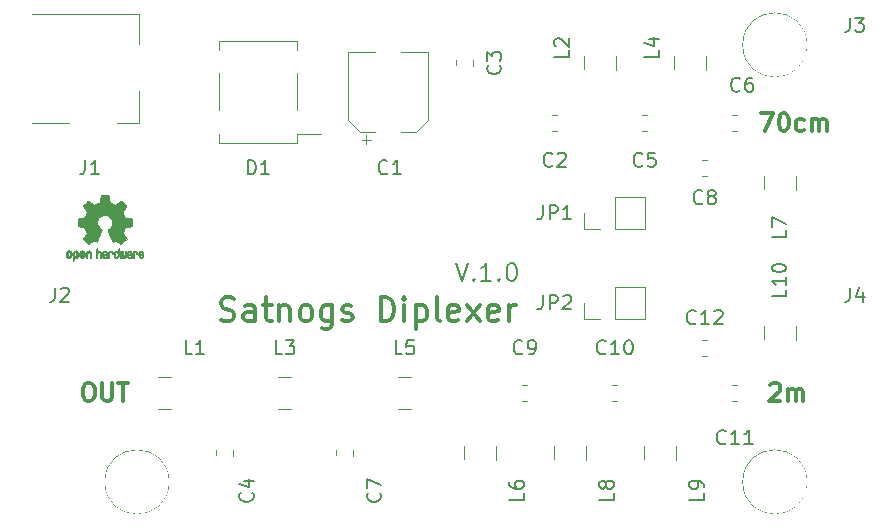
<source format=gto>
G04 #@! TF.GenerationSoftware,KiCad,Pcbnew,(6.0.0-rc1-dev)*
G04 #@! TF.CreationDate,2018-08-10T22:57:37+02:00*
G04 #@! TF.ProjectId,diplexer,6469706C657865722E6B696361645F70,rev?*
G04 #@! TF.SameCoordinates,PX7270e00PY29020c0*
G04 #@! TF.FileFunction,Legend,Top*
G04 #@! TF.FilePolarity,Positive*
%FSLAX46Y46*%
G04 Gerber Fmt 4.6, Leading zero omitted, Abs format (unit mm)*
G04 Created by KiCad (PCBNEW (6.0.0-rc1-dev)) date Fri Aug 10 22:57:37 2018*
%MOMM*%
%LPD*%
G01*
G04 APERTURE LIST*
%ADD10C,0.300000*%
%ADD11C,0.200000*%
%ADD12C,0.120000*%
%ADD13C,0.150000*%
%ADD14C,0.010000*%
%ADD15C,5.400000*%
%ADD16R,2.000000X3.900000*%
%ADD17C,0.100000*%
%ADD18C,1.550000*%
%ADD19C,1.825000*%
%ADD20R,3.900000X3.900000*%
%ADD21R,5.480000X2.690000*%
%ADD22R,5.480000X2.820000*%
%ADD23O,2.100000X2.100000*%
%ADD24R,2.100000X2.100000*%
%ADD25R,2.400000X1.900000*%
G04 APERTURE END LIST*
D10*
X6770000Y-33648571D02*
X7055714Y-33648571D01*
X7198571Y-33720000D01*
X7341428Y-33862857D01*
X7412857Y-34148571D01*
X7412857Y-34648571D01*
X7341428Y-34934285D01*
X7198571Y-35077142D01*
X7055714Y-35148571D01*
X6770000Y-35148571D01*
X6627142Y-35077142D01*
X6484285Y-34934285D01*
X6412857Y-34648571D01*
X6412857Y-34148571D01*
X6484285Y-33862857D01*
X6627142Y-33720000D01*
X6770000Y-33648571D01*
X8055714Y-33648571D02*
X8055714Y-34862857D01*
X8127142Y-35005714D01*
X8198571Y-35077142D01*
X8341428Y-35148571D01*
X8627142Y-35148571D01*
X8770000Y-35077142D01*
X8841428Y-35005714D01*
X8912857Y-34862857D01*
X8912857Y-33648571D01*
X9412857Y-33648571D02*
X10270000Y-33648571D01*
X9841428Y-35148571D02*
X9841428Y-33648571D01*
X64626428Y-33791428D02*
X64697857Y-33720000D01*
X64840714Y-33648571D01*
X65197857Y-33648571D01*
X65340714Y-33720000D01*
X65412142Y-33791428D01*
X65483571Y-33934285D01*
X65483571Y-34077142D01*
X65412142Y-34291428D01*
X64555000Y-35148571D01*
X65483571Y-35148571D01*
X66126428Y-35148571D02*
X66126428Y-34148571D01*
X66126428Y-34291428D02*
X66197857Y-34220000D01*
X66340714Y-34148571D01*
X66555000Y-34148571D01*
X66697857Y-34220000D01*
X66769285Y-34362857D01*
X66769285Y-35148571D01*
X66769285Y-34362857D02*
X66840714Y-34220000D01*
X66983571Y-34148571D01*
X67197857Y-34148571D01*
X67340714Y-34220000D01*
X67412142Y-34362857D01*
X67412142Y-35148571D01*
X63832857Y-10788571D02*
X64832857Y-10788571D01*
X64190000Y-12288571D01*
X65690000Y-10788571D02*
X65832857Y-10788571D01*
X65975714Y-10860000D01*
X66047142Y-10931428D01*
X66118571Y-11074285D01*
X66190000Y-11360000D01*
X66190000Y-11717142D01*
X66118571Y-12002857D01*
X66047142Y-12145714D01*
X65975714Y-12217142D01*
X65832857Y-12288571D01*
X65690000Y-12288571D01*
X65547142Y-12217142D01*
X65475714Y-12145714D01*
X65404285Y-12002857D01*
X65332857Y-11717142D01*
X65332857Y-11360000D01*
X65404285Y-11074285D01*
X65475714Y-10931428D01*
X65547142Y-10860000D01*
X65690000Y-10788571D01*
X67475714Y-12217142D02*
X67332857Y-12288571D01*
X67047142Y-12288571D01*
X66904285Y-12217142D01*
X66832857Y-12145714D01*
X66761428Y-12002857D01*
X66761428Y-11574285D01*
X66832857Y-11431428D01*
X66904285Y-11360000D01*
X67047142Y-11288571D01*
X67332857Y-11288571D01*
X67475714Y-11360000D01*
X68118571Y-12288571D02*
X68118571Y-11288571D01*
X68118571Y-11431428D02*
X68190000Y-11360000D01*
X68332857Y-11288571D01*
X68547142Y-11288571D01*
X68690000Y-11360000D01*
X68761428Y-11502857D01*
X68761428Y-12288571D01*
X68761428Y-11502857D02*
X68832857Y-11360000D01*
X68975714Y-11288571D01*
X69190000Y-11288571D01*
X69332857Y-11360000D01*
X69404285Y-11502857D01*
X69404285Y-12288571D01*
D11*
X38012142Y-23488571D02*
X38512142Y-24988571D01*
X39012142Y-23488571D01*
X39512142Y-24845714D02*
X39583571Y-24917142D01*
X39512142Y-24988571D01*
X39440714Y-24917142D01*
X39512142Y-24845714D01*
X39512142Y-24988571D01*
X41012142Y-24988571D02*
X40155000Y-24988571D01*
X40583571Y-24988571D02*
X40583571Y-23488571D01*
X40440714Y-23702857D01*
X40297857Y-23845714D01*
X40155000Y-23917142D01*
X41655000Y-24845714D02*
X41726428Y-24917142D01*
X41655000Y-24988571D01*
X41583571Y-24917142D01*
X41655000Y-24845714D01*
X41655000Y-24988571D01*
X42655000Y-23488571D02*
X42797857Y-23488571D01*
X42940714Y-23560000D01*
X43012142Y-23631428D01*
X43083571Y-23774285D01*
X43155000Y-24060000D01*
X43155000Y-24417142D01*
X43083571Y-24702857D01*
X43012142Y-24845714D01*
X42940714Y-24917142D01*
X42797857Y-24988571D01*
X42655000Y-24988571D01*
X42512142Y-24917142D01*
X42440714Y-24845714D01*
X42369285Y-24702857D01*
X42297857Y-24417142D01*
X42297857Y-24060000D01*
X42369285Y-23774285D01*
X42440714Y-23631428D01*
X42512142Y-23560000D01*
X42655000Y-23488571D01*
D10*
X18114047Y-28294523D02*
X18399761Y-28389761D01*
X18875952Y-28389761D01*
X19066428Y-28294523D01*
X19161666Y-28199285D01*
X19256904Y-28008809D01*
X19256904Y-27818333D01*
X19161666Y-27627857D01*
X19066428Y-27532619D01*
X18875952Y-27437380D01*
X18495000Y-27342142D01*
X18304523Y-27246904D01*
X18209285Y-27151666D01*
X18114047Y-26961190D01*
X18114047Y-26770714D01*
X18209285Y-26580238D01*
X18304523Y-26485000D01*
X18495000Y-26389761D01*
X18971190Y-26389761D01*
X19256904Y-26485000D01*
X20971190Y-28389761D02*
X20971190Y-27342142D01*
X20875952Y-27151666D01*
X20685476Y-27056428D01*
X20304523Y-27056428D01*
X20114047Y-27151666D01*
X20971190Y-28294523D02*
X20780714Y-28389761D01*
X20304523Y-28389761D01*
X20114047Y-28294523D01*
X20018809Y-28104047D01*
X20018809Y-27913571D01*
X20114047Y-27723095D01*
X20304523Y-27627857D01*
X20780714Y-27627857D01*
X20971190Y-27532619D01*
X21637857Y-27056428D02*
X22399761Y-27056428D01*
X21923571Y-26389761D02*
X21923571Y-28104047D01*
X22018809Y-28294523D01*
X22209285Y-28389761D01*
X22399761Y-28389761D01*
X23066428Y-27056428D02*
X23066428Y-28389761D01*
X23066428Y-27246904D02*
X23161666Y-27151666D01*
X23352142Y-27056428D01*
X23637857Y-27056428D01*
X23828333Y-27151666D01*
X23923571Y-27342142D01*
X23923571Y-28389761D01*
X25161666Y-28389761D02*
X24971190Y-28294523D01*
X24875952Y-28199285D01*
X24780714Y-28008809D01*
X24780714Y-27437380D01*
X24875952Y-27246904D01*
X24971190Y-27151666D01*
X25161666Y-27056428D01*
X25447380Y-27056428D01*
X25637857Y-27151666D01*
X25733095Y-27246904D01*
X25828333Y-27437380D01*
X25828333Y-28008809D01*
X25733095Y-28199285D01*
X25637857Y-28294523D01*
X25447380Y-28389761D01*
X25161666Y-28389761D01*
X27542619Y-27056428D02*
X27542619Y-28675476D01*
X27447380Y-28865952D01*
X27352142Y-28961190D01*
X27161666Y-29056428D01*
X26875952Y-29056428D01*
X26685476Y-28961190D01*
X27542619Y-28294523D02*
X27352142Y-28389761D01*
X26971190Y-28389761D01*
X26780714Y-28294523D01*
X26685476Y-28199285D01*
X26590238Y-28008809D01*
X26590238Y-27437380D01*
X26685476Y-27246904D01*
X26780714Y-27151666D01*
X26971190Y-27056428D01*
X27352142Y-27056428D01*
X27542619Y-27151666D01*
X28399761Y-28294523D02*
X28590238Y-28389761D01*
X28971190Y-28389761D01*
X29161666Y-28294523D01*
X29256904Y-28104047D01*
X29256904Y-28008809D01*
X29161666Y-27818333D01*
X28971190Y-27723095D01*
X28685476Y-27723095D01*
X28495000Y-27627857D01*
X28399761Y-27437380D01*
X28399761Y-27342142D01*
X28495000Y-27151666D01*
X28685476Y-27056428D01*
X28971190Y-27056428D01*
X29161666Y-27151666D01*
X31637857Y-28389761D02*
X31637857Y-26389761D01*
X32114047Y-26389761D01*
X32399761Y-26485000D01*
X32590238Y-26675476D01*
X32685476Y-26865952D01*
X32780714Y-27246904D01*
X32780714Y-27532619D01*
X32685476Y-27913571D01*
X32590238Y-28104047D01*
X32399761Y-28294523D01*
X32114047Y-28389761D01*
X31637857Y-28389761D01*
X33637857Y-28389761D02*
X33637857Y-27056428D01*
X33637857Y-26389761D02*
X33542619Y-26485000D01*
X33637857Y-26580238D01*
X33733095Y-26485000D01*
X33637857Y-26389761D01*
X33637857Y-26580238D01*
X34590238Y-27056428D02*
X34590238Y-29056428D01*
X34590238Y-27151666D02*
X34780714Y-27056428D01*
X35161666Y-27056428D01*
X35352142Y-27151666D01*
X35447380Y-27246904D01*
X35542619Y-27437380D01*
X35542619Y-28008809D01*
X35447380Y-28199285D01*
X35352142Y-28294523D01*
X35161666Y-28389761D01*
X34780714Y-28389761D01*
X34590238Y-28294523D01*
X36685476Y-28389761D02*
X36495000Y-28294523D01*
X36399761Y-28104047D01*
X36399761Y-26389761D01*
X38209285Y-28294523D02*
X38018809Y-28389761D01*
X37637857Y-28389761D01*
X37447380Y-28294523D01*
X37352142Y-28104047D01*
X37352142Y-27342142D01*
X37447380Y-27151666D01*
X37637857Y-27056428D01*
X38018809Y-27056428D01*
X38209285Y-27151666D01*
X38304523Y-27342142D01*
X38304523Y-27532619D01*
X37352142Y-27723095D01*
X38971190Y-28389761D02*
X40018809Y-27056428D01*
X38971190Y-27056428D02*
X40018809Y-28389761D01*
X41542619Y-28294523D02*
X41352142Y-28389761D01*
X40971190Y-28389761D01*
X40780714Y-28294523D01*
X40685476Y-28104047D01*
X40685476Y-27342142D01*
X40780714Y-27151666D01*
X40971190Y-27056428D01*
X41352142Y-27056428D01*
X41542619Y-27151666D01*
X41637857Y-27342142D01*
X41637857Y-27532619D01*
X40685476Y-27723095D01*
X42495000Y-28389761D02*
X42495000Y-27056428D01*
X42495000Y-27437380D02*
X42590238Y-27246904D01*
X42685476Y-27151666D01*
X42875952Y-27056428D01*
X43066428Y-27056428D01*
D12*
G04 #@! TO.C,REF\002A\002A*
X13700000Y-42000000D02*
G75*
G03X13700000Y-42000000I-2700000J0D01*
G01*
X67700000Y-5000000D02*
G75*
G03X67700000Y-5000000I-2700000J0D01*
G01*
G04 #@! TO.C,C1*
X35680000Y-5590000D02*
X33330000Y-5590000D01*
X28860000Y-5590000D02*
X31210000Y-5590000D01*
X28860000Y-11345563D02*
X28860000Y-5590000D01*
X35680000Y-11345563D02*
X35680000Y-5590000D01*
X34615563Y-12410000D02*
X33330000Y-12410000D01*
X29924437Y-12410000D02*
X31210000Y-12410000D01*
X29924437Y-12410000D02*
X28860000Y-11345563D01*
X34615563Y-12410000D02*
X35680000Y-11345563D01*
X30422500Y-13437500D02*
X30422500Y-12650000D01*
X30028750Y-13043750D02*
X30816250Y-13043750D01*
G04 #@! TO.C,C2*
X46631252Y-12320000D02*
X46108748Y-12320000D01*
X46631252Y-10900000D02*
X46108748Y-10900000D01*
G04 #@! TO.C,C3*
X39460000Y-6791252D02*
X39460000Y-6268748D01*
X38040000Y-6791252D02*
X38040000Y-6268748D01*
G04 #@! TO.C,C4*
X19140000Y-39288748D02*
X19140000Y-39811252D01*
X17720000Y-39288748D02*
X17720000Y-39811252D01*
G04 #@! TO.C,C5*
X54251252Y-10900000D02*
X53728748Y-10900000D01*
X54251252Y-12320000D02*
X53728748Y-12320000D01*
G04 #@! TO.C,C6*
X61871252Y-12320000D02*
X61348748Y-12320000D01*
X61871252Y-10900000D02*
X61348748Y-10900000D01*
G04 #@! TO.C,C7*
X27880000Y-39288748D02*
X27880000Y-39811252D01*
X29300000Y-39288748D02*
X29300000Y-39811252D01*
G04 #@! TO.C,C8*
X59331252Y-16130000D02*
X58808748Y-16130000D01*
X59331252Y-14710000D02*
X58808748Y-14710000D01*
G04 #@! TO.C,C9*
X44091252Y-33760000D02*
X43568748Y-33760000D01*
X44091252Y-35180000D02*
X43568748Y-35180000D01*
G04 #@! TO.C,C10*
X51711252Y-35180000D02*
X51188748Y-35180000D01*
X51711252Y-33760000D02*
X51188748Y-33760000D01*
G04 #@! TO.C,C11*
X61871252Y-33760000D02*
X61348748Y-33760000D01*
X61871252Y-35180000D02*
X61348748Y-35180000D01*
G04 #@! TO.C,C12*
X59331252Y-31370000D02*
X58808748Y-31370000D01*
X59331252Y-29950000D02*
X58808748Y-29950000D01*
G04 #@! TO.C,L1*
X12747936Y-35830000D02*
X13952064Y-35830000D01*
X12747936Y-33110000D02*
X13952064Y-33110000D01*
G04 #@! TO.C,L2*
X48820000Y-7132064D02*
X48820000Y-5927936D01*
X51540000Y-7132064D02*
X51540000Y-5927936D01*
G04 #@! TO.C,L3*
X22907936Y-35830000D02*
X24112064Y-35830000D01*
X22907936Y-33110000D02*
X24112064Y-33110000D01*
G04 #@! TO.C,L4*
X56440000Y-7132064D02*
X56440000Y-5927936D01*
X59160000Y-7132064D02*
X59160000Y-5927936D01*
G04 #@! TO.C,L5*
X33067936Y-35830000D02*
X34272064Y-35830000D01*
X33067936Y-33110000D02*
X34272064Y-33110000D01*
G04 #@! TO.C,L6*
X41380000Y-38947936D02*
X41380000Y-40152064D01*
X38660000Y-38947936D02*
X38660000Y-40152064D01*
G04 #@! TO.C,L7*
X66780000Y-17292064D02*
X66780000Y-16087936D01*
X64060000Y-17292064D02*
X64060000Y-16087936D01*
G04 #@! TO.C,L8*
X49000000Y-38947936D02*
X49000000Y-40152064D01*
X46280000Y-38947936D02*
X46280000Y-40152064D01*
G04 #@! TO.C,L9*
X53900000Y-38947936D02*
X53900000Y-40152064D01*
X56620000Y-38947936D02*
X56620000Y-40152064D01*
G04 #@! TO.C,L10*
X66780000Y-28787936D02*
X66780000Y-29992064D01*
X64060000Y-28787936D02*
X64060000Y-29992064D01*
G04 #@! TO.C,J1*
X5270000Y-11600000D02*
X1270000Y-11600000D01*
X11170000Y-8900000D02*
X11170000Y-11600000D01*
X11170000Y-11600000D02*
X9270000Y-11600000D01*
X1270000Y-2400000D02*
X11170000Y-2400000D01*
X11170000Y-2400000D02*
X11170000Y-5000000D01*
D13*
X1270000Y-2400000D02*
X1270000Y-11600000D01*
D12*
G04 #@! TO.C,JP2*
X48850000Y-28180000D02*
X48850000Y-26850000D01*
X50180000Y-28180000D02*
X48850000Y-28180000D01*
X51450000Y-28180000D02*
X51450000Y-25520000D01*
X51450000Y-25520000D02*
X54050000Y-25520000D01*
X51450000Y-28180000D02*
X54050000Y-28180000D01*
X54050000Y-28180000D02*
X54050000Y-25520000D01*
G04 #@! TO.C,JP1*
X54050000Y-20560000D02*
X54050000Y-17900000D01*
X51450000Y-20560000D02*
X54050000Y-20560000D01*
X51450000Y-17900000D02*
X54050000Y-17900000D01*
X51450000Y-20560000D02*
X51450000Y-17900000D01*
X50180000Y-20560000D02*
X48850000Y-20560000D01*
X48850000Y-20560000D02*
X48850000Y-19230000D01*
G04 #@! TO.C,D1*
X17968000Y-13318000D02*
X17968000Y-13318000D01*
X17968000Y-12556000D02*
X17968000Y-13318000D01*
X26604000Y-12556000D02*
X26604000Y-12556000D01*
X24572000Y-12556000D02*
X26604000Y-12556000D01*
X24572000Y-13318000D02*
X24572000Y-12556000D01*
X24570000Y-5500000D02*
X24570000Y-4700000D01*
X24570000Y-4700000D02*
X17970000Y-4700000D01*
X17970000Y-4700000D02*
X17970000Y-5500000D01*
X24570000Y-10600000D02*
X24570000Y-7400000D01*
X17970000Y-10600000D02*
X17970000Y-7400000D01*
X24570000Y-13300000D02*
X17970000Y-13300000D01*
D14*
G04 #@! TO.C,REF\002A\002A*
G36*
X8373910Y-17742348D02*
X8452454Y-17742778D01*
X8509298Y-17743942D01*
X8548105Y-17746207D01*
X8572538Y-17749940D01*
X8586262Y-17755506D01*
X8592940Y-17763273D01*
X8596236Y-17773605D01*
X8596556Y-17774943D01*
X8601562Y-17799079D01*
X8610829Y-17846701D01*
X8623392Y-17912741D01*
X8638287Y-17992128D01*
X8654551Y-18079796D01*
X8655119Y-18082875D01*
X8671410Y-18168789D01*
X8686652Y-18244696D01*
X8699861Y-18306045D01*
X8710054Y-18348282D01*
X8716248Y-18366855D01*
X8716543Y-18367184D01*
X8734788Y-18376253D01*
X8772405Y-18391367D01*
X8821271Y-18409262D01*
X8821543Y-18409358D01*
X8883093Y-18432493D01*
X8955657Y-18461965D01*
X9024057Y-18491597D01*
X9027294Y-18493062D01*
X9138702Y-18543626D01*
X9385399Y-18375160D01*
X9461077Y-18323803D01*
X9529631Y-18277889D01*
X9587088Y-18240030D01*
X9629476Y-18212837D01*
X9652825Y-18198921D01*
X9655042Y-18197889D01*
X9672010Y-18202484D01*
X9703701Y-18224655D01*
X9751352Y-18265447D01*
X9816198Y-18325905D01*
X9882397Y-18390227D01*
X9946214Y-18453612D01*
X10003329Y-18511451D01*
X10050305Y-18560175D01*
X10083703Y-18596210D01*
X10100085Y-18615984D01*
X10100694Y-18617002D01*
X10102505Y-18630572D01*
X10095683Y-18652733D01*
X10078540Y-18686478D01*
X10049393Y-18734800D01*
X10006555Y-18800692D01*
X9949448Y-18885517D01*
X9898766Y-18960177D01*
X9853461Y-19027140D01*
X9816150Y-19082516D01*
X9789452Y-19122420D01*
X9775985Y-19142962D01*
X9775137Y-19144356D01*
X9776781Y-19164038D01*
X9789245Y-19202293D01*
X9810048Y-19251889D01*
X9817462Y-19267728D01*
X9849814Y-19338290D01*
X9884328Y-19418353D01*
X9912365Y-19487629D01*
X9932568Y-19539045D01*
X9948615Y-19578119D01*
X9957888Y-19598541D01*
X9959041Y-19600114D01*
X9976096Y-19602721D01*
X10016298Y-19609863D01*
X10074302Y-19620523D01*
X10144763Y-19633685D01*
X10222335Y-19648333D01*
X10301672Y-19663449D01*
X10377431Y-19678018D01*
X10444264Y-19691022D01*
X10496828Y-19701445D01*
X10529776Y-19708270D01*
X10537857Y-19710199D01*
X10546205Y-19714962D01*
X10552506Y-19725718D01*
X10557045Y-19746098D01*
X10560104Y-19779734D01*
X10561967Y-19830255D01*
X10562918Y-19901292D01*
X10563240Y-19996476D01*
X10563257Y-20035492D01*
X10563257Y-20352799D01*
X10487057Y-20367839D01*
X10444663Y-20375995D01*
X10381400Y-20387899D01*
X10304962Y-20402116D01*
X10223043Y-20417210D01*
X10200400Y-20421355D01*
X10124806Y-20436053D01*
X10058953Y-20450505D01*
X10008366Y-20463375D01*
X9978574Y-20473322D01*
X9973612Y-20476287D01*
X9961426Y-20497283D01*
X9943953Y-20537967D01*
X9924577Y-20590322D01*
X9920734Y-20601600D01*
X9895339Y-20671523D01*
X9863817Y-20750418D01*
X9832969Y-20821266D01*
X9832817Y-20821595D01*
X9781447Y-20932733D01*
X9950399Y-21181253D01*
X10119352Y-21429772D01*
X9902429Y-21647058D01*
X9836819Y-21711726D01*
X9776979Y-21768733D01*
X9726267Y-21815033D01*
X9688046Y-21847584D01*
X9665675Y-21863343D01*
X9662466Y-21864343D01*
X9643626Y-21856469D01*
X9605180Y-21834578D01*
X9551330Y-21801267D01*
X9486276Y-21759131D01*
X9415940Y-21711943D01*
X9344555Y-21663810D01*
X9280908Y-21621928D01*
X9229041Y-21588871D01*
X9192995Y-21567218D01*
X9176867Y-21559543D01*
X9157189Y-21566037D01*
X9119875Y-21583150D01*
X9072621Y-21607326D01*
X9067612Y-21610013D01*
X9003977Y-21641927D01*
X8960341Y-21657579D01*
X8933202Y-21657745D01*
X8919057Y-21643204D01*
X8918975Y-21643000D01*
X8911905Y-21625779D01*
X8895042Y-21584899D01*
X8869695Y-21523525D01*
X8837171Y-21444819D01*
X8798778Y-21351947D01*
X8755822Y-21248072D01*
X8714222Y-21147502D01*
X8668504Y-21036516D01*
X8626526Y-20933703D01*
X8589548Y-20842215D01*
X8558827Y-20765201D01*
X8535622Y-20705815D01*
X8521190Y-20667209D01*
X8516743Y-20652800D01*
X8527896Y-20636272D01*
X8557069Y-20609930D01*
X8595971Y-20580887D01*
X8706757Y-20489039D01*
X8793351Y-20383759D01*
X8854716Y-20267266D01*
X8889815Y-20141776D01*
X8897608Y-20009507D01*
X8891943Y-19948457D01*
X8861078Y-19821795D01*
X8807920Y-19709941D01*
X8735767Y-19614001D01*
X8647917Y-19535076D01*
X8547665Y-19474270D01*
X8438310Y-19432687D01*
X8323147Y-19411428D01*
X8205475Y-19411599D01*
X8088590Y-19434301D01*
X7975789Y-19480638D01*
X7870369Y-19551713D01*
X7826368Y-19591911D01*
X7741979Y-19695129D01*
X7683222Y-19807925D01*
X7649704Y-19927010D01*
X7641035Y-20049095D01*
X7656823Y-20170893D01*
X7696678Y-20289116D01*
X7760207Y-20400475D01*
X7847021Y-20501684D01*
X7944029Y-20580887D01*
X7984437Y-20611162D01*
X8012982Y-20637219D01*
X8023257Y-20652825D01*
X8017877Y-20669843D01*
X8002575Y-20710500D01*
X7978612Y-20771642D01*
X7947244Y-20850119D01*
X7909732Y-20942780D01*
X7867333Y-21046472D01*
X7825663Y-21147526D01*
X7779690Y-21258607D01*
X7737107Y-21361541D01*
X7699221Y-21453165D01*
X7667340Y-21530316D01*
X7642771Y-21589831D01*
X7626820Y-21628544D01*
X7620910Y-21643000D01*
X7606948Y-21657685D01*
X7579940Y-21657642D01*
X7536413Y-21642099D01*
X7472890Y-21610284D01*
X7472388Y-21610013D01*
X7424560Y-21585323D01*
X7385897Y-21567338D01*
X7364095Y-21559614D01*
X7363133Y-21559543D01*
X7346721Y-21567378D01*
X7310487Y-21589165D01*
X7258474Y-21622328D01*
X7194725Y-21664291D01*
X7124060Y-21711943D01*
X7052116Y-21760191D01*
X6987274Y-21802151D01*
X6933735Y-21835227D01*
X6895697Y-21856821D01*
X6877533Y-21864343D01*
X6860808Y-21854457D01*
X6827180Y-21826826D01*
X6780010Y-21784495D01*
X6722658Y-21730505D01*
X6658484Y-21667899D01*
X6637497Y-21646983D01*
X6420499Y-21429623D01*
X6585668Y-21187220D01*
X6635864Y-21112781D01*
X6679919Y-21045972D01*
X6715362Y-20990665D01*
X6739719Y-20950729D01*
X6750522Y-20930036D01*
X6750838Y-20928563D01*
X6745143Y-20909058D01*
X6729826Y-20869822D01*
X6707537Y-20817430D01*
X6691893Y-20782355D01*
X6662641Y-20715201D01*
X6635094Y-20647358D01*
X6613737Y-20590034D01*
X6607935Y-20572572D01*
X6591452Y-20525938D01*
X6575340Y-20489905D01*
X6566490Y-20476287D01*
X6546960Y-20467952D01*
X6504334Y-20456137D01*
X6444145Y-20442181D01*
X6371922Y-20427422D01*
X6339600Y-20421355D01*
X6257522Y-20406273D01*
X6178795Y-20391669D01*
X6111109Y-20378980D01*
X6062160Y-20369642D01*
X6052943Y-20367839D01*
X5976743Y-20352799D01*
X5976743Y-20035492D01*
X5976914Y-19931154D01*
X5977616Y-19852213D01*
X5979134Y-19795038D01*
X5981749Y-19755999D01*
X5985746Y-19731465D01*
X5991409Y-19717805D01*
X5999020Y-19711389D01*
X6002143Y-19710199D01*
X6020978Y-19705980D01*
X6062588Y-19697562D01*
X6121630Y-19685961D01*
X6192757Y-19672195D01*
X6270625Y-19657280D01*
X6349887Y-19642232D01*
X6425198Y-19628069D01*
X6491213Y-19615806D01*
X6542587Y-19606461D01*
X6573975Y-19601050D01*
X6580959Y-19600114D01*
X6587285Y-19587596D01*
X6601290Y-19554246D01*
X6620355Y-19506377D01*
X6627634Y-19487629D01*
X6656996Y-19415195D01*
X6691571Y-19335170D01*
X6722537Y-19267728D01*
X6745323Y-19216159D01*
X6760482Y-19173785D01*
X6765542Y-19147834D01*
X6764736Y-19144356D01*
X6754041Y-19127936D01*
X6729620Y-19091417D01*
X6694095Y-19038687D01*
X6650087Y-18973635D01*
X6600217Y-18900151D01*
X6590356Y-18885645D01*
X6532492Y-18799704D01*
X6489956Y-18734261D01*
X6461054Y-18686304D01*
X6444090Y-18652820D01*
X6437367Y-18630795D01*
X6439190Y-18617217D01*
X6439236Y-18617131D01*
X6453586Y-18599297D01*
X6485323Y-18564817D01*
X6531010Y-18517268D01*
X6587204Y-18460222D01*
X6650468Y-18397255D01*
X6657602Y-18390227D01*
X6737330Y-18313020D01*
X6798857Y-18256330D01*
X6843421Y-18219110D01*
X6872257Y-18200315D01*
X6884958Y-18197889D01*
X6903494Y-18208471D01*
X6941961Y-18232916D01*
X6996386Y-18268612D01*
X7062798Y-18312947D01*
X7137225Y-18363311D01*
X7154601Y-18375160D01*
X7401297Y-18543626D01*
X7512706Y-18493062D01*
X7580457Y-18463595D01*
X7653183Y-18433959D01*
X7715703Y-18410330D01*
X7718457Y-18409358D01*
X7767360Y-18391457D01*
X7805057Y-18376320D01*
X7823425Y-18367210D01*
X7823456Y-18367184D01*
X7829285Y-18350717D01*
X7839192Y-18310219D01*
X7852195Y-18250242D01*
X7867309Y-18175340D01*
X7883552Y-18090064D01*
X7884881Y-18082875D01*
X7901175Y-17995014D01*
X7916133Y-17915260D01*
X7928791Y-17848681D01*
X7938186Y-17800347D01*
X7943354Y-17775325D01*
X7943444Y-17774943D01*
X7946589Y-17764299D01*
X7952704Y-17756262D01*
X7965453Y-17750467D01*
X7988500Y-17746547D01*
X8025509Y-17744135D01*
X8080144Y-17742865D01*
X8156067Y-17742371D01*
X8256944Y-17742286D01*
X8270000Y-17742286D01*
X8373910Y-17742348D01*
X8373910Y-17742348D01*
G37*
X8373910Y-17742348D02*
X8452454Y-17742778D01*
X8509298Y-17743942D01*
X8548105Y-17746207D01*
X8572538Y-17749940D01*
X8586262Y-17755506D01*
X8592940Y-17763273D01*
X8596236Y-17773605D01*
X8596556Y-17774943D01*
X8601562Y-17799079D01*
X8610829Y-17846701D01*
X8623392Y-17912741D01*
X8638287Y-17992128D01*
X8654551Y-18079796D01*
X8655119Y-18082875D01*
X8671410Y-18168789D01*
X8686652Y-18244696D01*
X8699861Y-18306045D01*
X8710054Y-18348282D01*
X8716248Y-18366855D01*
X8716543Y-18367184D01*
X8734788Y-18376253D01*
X8772405Y-18391367D01*
X8821271Y-18409262D01*
X8821543Y-18409358D01*
X8883093Y-18432493D01*
X8955657Y-18461965D01*
X9024057Y-18491597D01*
X9027294Y-18493062D01*
X9138702Y-18543626D01*
X9385399Y-18375160D01*
X9461077Y-18323803D01*
X9529631Y-18277889D01*
X9587088Y-18240030D01*
X9629476Y-18212837D01*
X9652825Y-18198921D01*
X9655042Y-18197889D01*
X9672010Y-18202484D01*
X9703701Y-18224655D01*
X9751352Y-18265447D01*
X9816198Y-18325905D01*
X9882397Y-18390227D01*
X9946214Y-18453612D01*
X10003329Y-18511451D01*
X10050305Y-18560175D01*
X10083703Y-18596210D01*
X10100085Y-18615984D01*
X10100694Y-18617002D01*
X10102505Y-18630572D01*
X10095683Y-18652733D01*
X10078540Y-18686478D01*
X10049393Y-18734800D01*
X10006555Y-18800692D01*
X9949448Y-18885517D01*
X9898766Y-18960177D01*
X9853461Y-19027140D01*
X9816150Y-19082516D01*
X9789452Y-19122420D01*
X9775985Y-19142962D01*
X9775137Y-19144356D01*
X9776781Y-19164038D01*
X9789245Y-19202293D01*
X9810048Y-19251889D01*
X9817462Y-19267728D01*
X9849814Y-19338290D01*
X9884328Y-19418353D01*
X9912365Y-19487629D01*
X9932568Y-19539045D01*
X9948615Y-19578119D01*
X9957888Y-19598541D01*
X9959041Y-19600114D01*
X9976096Y-19602721D01*
X10016298Y-19609863D01*
X10074302Y-19620523D01*
X10144763Y-19633685D01*
X10222335Y-19648333D01*
X10301672Y-19663449D01*
X10377431Y-19678018D01*
X10444264Y-19691022D01*
X10496828Y-19701445D01*
X10529776Y-19708270D01*
X10537857Y-19710199D01*
X10546205Y-19714962D01*
X10552506Y-19725718D01*
X10557045Y-19746098D01*
X10560104Y-19779734D01*
X10561967Y-19830255D01*
X10562918Y-19901292D01*
X10563240Y-19996476D01*
X10563257Y-20035492D01*
X10563257Y-20352799D01*
X10487057Y-20367839D01*
X10444663Y-20375995D01*
X10381400Y-20387899D01*
X10304962Y-20402116D01*
X10223043Y-20417210D01*
X10200400Y-20421355D01*
X10124806Y-20436053D01*
X10058953Y-20450505D01*
X10008366Y-20463375D01*
X9978574Y-20473322D01*
X9973612Y-20476287D01*
X9961426Y-20497283D01*
X9943953Y-20537967D01*
X9924577Y-20590322D01*
X9920734Y-20601600D01*
X9895339Y-20671523D01*
X9863817Y-20750418D01*
X9832969Y-20821266D01*
X9832817Y-20821595D01*
X9781447Y-20932733D01*
X9950399Y-21181253D01*
X10119352Y-21429772D01*
X9902429Y-21647058D01*
X9836819Y-21711726D01*
X9776979Y-21768733D01*
X9726267Y-21815033D01*
X9688046Y-21847584D01*
X9665675Y-21863343D01*
X9662466Y-21864343D01*
X9643626Y-21856469D01*
X9605180Y-21834578D01*
X9551330Y-21801267D01*
X9486276Y-21759131D01*
X9415940Y-21711943D01*
X9344555Y-21663810D01*
X9280908Y-21621928D01*
X9229041Y-21588871D01*
X9192995Y-21567218D01*
X9176867Y-21559543D01*
X9157189Y-21566037D01*
X9119875Y-21583150D01*
X9072621Y-21607326D01*
X9067612Y-21610013D01*
X9003977Y-21641927D01*
X8960341Y-21657579D01*
X8933202Y-21657745D01*
X8919057Y-21643204D01*
X8918975Y-21643000D01*
X8911905Y-21625779D01*
X8895042Y-21584899D01*
X8869695Y-21523525D01*
X8837171Y-21444819D01*
X8798778Y-21351947D01*
X8755822Y-21248072D01*
X8714222Y-21147502D01*
X8668504Y-21036516D01*
X8626526Y-20933703D01*
X8589548Y-20842215D01*
X8558827Y-20765201D01*
X8535622Y-20705815D01*
X8521190Y-20667209D01*
X8516743Y-20652800D01*
X8527896Y-20636272D01*
X8557069Y-20609930D01*
X8595971Y-20580887D01*
X8706757Y-20489039D01*
X8793351Y-20383759D01*
X8854716Y-20267266D01*
X8889815Y-20141776D01*
X8897608Y-20009507D01*
X8891943Y-19948457D01*
X8861078Y-19821795D01*
X8807920Y-19709941D01*
X8735767Y-19614001D01*
X8647917Y-19535076D01*
X8547665Y-19474270D01*
X8438310Y-19432687D01*
X8323147Y-19411428D01*
X8205475Y-19411599D01*
X8088590Y-19434301D01*
X7975789Y-19480638D01*
X7870369Y-19551713D01*
X7826368Y-19591911D01*
X7741979Y-19695129D01*
X7683222Y-19807925D01*
X7649704Y-19927010D01*
X7641035Y-20049095D01*
X7656823Y-20170893D01*
X7696678Y-20289116D01*
X7760207Y-20400475D01*
X7847021Y-20501684D01*
X7944029Y-20580887D01*
X7984437Y-20611162D01*
X8012982Y-20637219D01*
X8023257Y-20652825D01*
X8017877Y-20669843D01*
X8002575Y-20710500D01*
X7978612Y-20771642D01*
X7947244Y-20850119D01*
X7909732Y-20942780D01*
X7867333Y-21046472D01*
X7825663Y-21147526D01*
X7779690Y-21258607D01*
X7737107Y-21361541D01*
X7699221Y-21453165D01*
X7667340Y-21530316D01*
X7642771Y-21589831D01*
X7626820Y-21628544D01*
X7620910Y-21643000D01*
X7606948Y-21657685D01*
X7579940Y-21657642D01*
X7536413Y-21642099D01*
X7472890Y-21610284D01*
X7472388Y-21610013D01*
X7424560Y-21585323D01*
X7385897Y-21567338D01*
X7364095Y-21559614D01*
X7363133Y-21559543D01*
X7346721Y-21567378D01*
X7310487Y-21589165D01*
X7258474Y-21622328D01*
X7194725Y-21664291D01*
X7124060Y-21711943D01*
X7052116Y-21760191D01*
X6987274Y-21802151D01*
X6933735Y-21835227D01*
X6895697Y-21856821D01*
X6877533Y-21864343D01*
X6860808Y-21854457D01*
X6827180Y-21826826D01*
X6780010Y-21784495D01*
X6722658Y-21730505D01*
X6658484Y-21667899D01*
X6637497Y-21646983D01*
X6420499Y-21429623D01*
X6585668Y-21187220D01*
X6635864Y-21112781D01*
X6679919Y-21045972D01*
X6715362Y-20990665D01*
X6739719Y-20950729D01*
X6750522Y-20930036D01*
X6750838Y-20928563D01*
X6745143Y-20909058D01*
X6729826Y-20869822D01*
X6707537Y-20817430D01*
X6691893Y-20782355D01*
X6662641Y-20715201D01*
X6635094Y-20647358D01*
X6613737Y-20590034D01*
X6607935Y-20572572D01*
X6591452Y-20525938D01*
X6575340Y-20489905D01*
X6566490Y-20476287D01*
X6546960Y-20467952D01*
X6504334Y-20456137D01*
X6444145Y-20442181D01*
X6371922Y-20427422D01*
X6339600Y-20421355D01*
X6257522Y-20406273D01*
X6178795Y-20391669D01*
X6111109Y-20378980D01*
X6062160Y-20369642D01*
X6052943Y-20367839D01*
X5976743Y-20352799D01*
X5976743Y-20035492D01*
X5976914Y-19931154D01*
X5977616Y-19852213D01*
X5979134Y-19795038D01*
X5981749Y-19755999D01*
X5985746Y-19731465D01*
X5991409Y-19717805D01*
X5999020Y-19711389D01*
X6002143Y-19710199D01*
X6020978Y-19705980D01*
X6062588Y-19697562D01*
X6121630Y-19685961D01*
X6192757Y-19672195D01*
X6270625Y-19657280D01*
X6349887Y-19642232D01*
X6425198Y-19628069D01*
X6491213Y-19615806D01*
X6542587Y-19606461D01*
X6573975Y-19601050D01*
X6580959Y-19600114D01*
X6587285Y-19587596D01*
X6601290Y-19554246D01*
X6620355Y-19506377D01*
X6627634Y-19487629D01*
X6656996Y-19415195D01*
X6691571Y-19335170D01*
X6722537Y-19267728D01*
X6745323Y-19216159D01*
X6760482Y-19173785D01*
X6765542Y-19147834D01*
X6764736Y-19144356D01*
X6754041Y-19127936D01*
X6729620Y-19091417D01*
X6694095Y-19038687D01*
X6650087Y-18973635D01*
X6600217Y-18900151D01*
X6590356Y-18885645D01*
X6532492Y-18799704D01*
X6489956Y-18734261D01*
X6461054Y-18686304D01*
X6444090Y-18652820D01*
X6437367Y-18630795D01*
X6439190Y-18617217D01*
X6439236Y-18617131D01*
X6453586Y-18599297D01*
X6485323Y-18564817D01*
X6531010Y-18517268D01*
X6587204Y-18460222D01*
X6650468Y-18397255D01*
X6657602Y-18390227D01*
X6737330Y-18313020D01*
X6798857Y-18256330D01*
X6843421Y-18219110D01*
X6872257Y-18200315D01*
X6884958Y-18197889D01*
X6903494Y-18208471D01*
X6941961Y-18232916D01*
X6996386Y-18268612D01*
X7062798Y-18312947D01*
X7137225Y-18363311D01*
X7154601Y-18375160D01*
X7401297Y-18543626D01*
X7512706Y-18493062D01*
X7580457Y-18463595D01*
X7653183Y-18433959D01*
X7715703Y-18410330D01*
X7718457Y-18409358D01*
X7767360Y-18391457D01*
X7805057Y-18376320D01*
X7823425Y-18367210D01*
X7823456Y-18367184D01*
X7829285Y-18350717D01*
X7839192Y-18310219D01*
X7852195Y-18250242D01*
X7867309Y-18175340D01*
X7883552Y-18090064D01*
X7884881Y-18082875D01*
X7901175Y-17995014D01*
X7916133Y-17915260D01*
X7928791Y-17848681D01*
X7938186Y-17800347D01*
X7943354Y-17775325D01*
X7943444Y-17774943D01*
X7946589Y-17764299D01*
X7952704Y-17756262D01*
X7965453Y-17750467D01*
X7988500Y-17746547D01*
X8025509Y-17744135D01*
X8080144Y-17742865D01*
X8156067Y-17742371D01*
X8256944Y-17742286D01*
X8270000Y-17742286D01*
X8373910Y-17742348D01*
G36*
X11423595Y-22466966D02*
X11481021Y-22504497D01*
X11508719Y-22538096D01*
X11530662Y-22599064D01*
X11532405Y-22647308D01*
X11528457Y-22711816D01*
X11379686Y-22776934D01*
X11307349Y-22810202D01*
X11260084Y-22836964D01*
X11235507Y-22860144D01*
X11231237Y-22882667D01*
X11244889Y-22907455D01*
X11259943Y-22923886D01*
X11303746Y-22950235D01*
X11351389Y-22952081D01*
X11395145Y-22931546D01*
X11427289Y-22890752D01*
X11433038Y-22876347D01*
X11460576Y-22831356D01*
X11492258Y-22812182D01*
X11535714Y-22795779D01*
X11535714Y-22857966D01*
X11531872Y-22900283D01*
X11516823Y-22935969D01*
X11485280Y-22976943D01*
X11480592Y-22982267D01*
X11445506Y-23018720D01*
X11415347Y-23038283D01*
X11377615Y-23047283D01*
X11346335Y-23050230D01*
X11290385Y-23050965D01*
X11250555Y-23041660D01*
X11225708Y-23027846D01*
X11186656Y-22997467D01*
X11159625Y-22964613D01*
X11142517Y-22923294D01*
X11133238Y-22867521D01*
X11129693Y-22791305D01*
X11129410Y-22752622D01*
X11130372Y-22706247D01*
X11218007Y-22706247D01*
X11219023Y-22731126D01*
X11221556Y-22735200D01*
X11238274Y-22729665D01*
X11274249Y-22715017D01*
X11322331Y-22694190D01*
X11332386Y-22689714D01*
X11393152Y-22658814D01*
X11426632Y-22631657D01*
X11433990Y-22606220D01*
X11416391Y-22580481D01*
X11401856Y-22569109D01*
X11349410Y-22546364D01*
X11300322Y-22550122D01*
X11259227Y-22577884D01*
X11230758Y-22627152D01*
X11221631Y-22666257D01*
X11218007Y-22706247D01*
X11130372Y-22706247D01*
X11131285Y-22662249D01*
X11138196Y-22595384D01*
X11151884Y-22546695D01*
X11174096Y-22510849D01*
X11206574Y-22482513D01*
X11220733Y-22473355D01*
X11285053Y-22449507D01*
X11355473Y-22448006D01*
X11423595Y-22466966D01*
X11423595Y-22466966D01*
G37*
X11423595Y-22466966D02*
X11481021Y-22504497D01*
X11508719Y-22538096D01*
X11530662Y-22599064D01*
X11532405Y-22647308D01*
X11528457Y-22711816D01*
X11379686Y-22776934D01*
X11307349Y-22810202D01*
X11260084Y-22836964D01*
X11235507Y-22860144D01*
X11231237Y-22882667D01*
X11244889Y-22907455D01*
X11259943Y-22923886D01*
X11303746Y-22950235D01*
X11351389Y-22952081D01*
X11395145Y-22931546D01*
X11427289Y-22890752D01*
X11433038Y-22876347D01*
X11460576Y-22831356D01*
X11492258Y-22812182D01*
X11535714Y-22795779D01*
X11535714Y-22857966D01*
X11531872Y-22900283D01*
X11516823Y-22935969D01*
X11485280Y-22976943D01*
X11480592Y-22982267D01*
X11445506Y-23018720D01*
X11415347Y-23038283D01*
X11377615Y-23047283D01*
X11346335Y-23050230D01*
X11290385Y-23050965D01*
X11250555Y-23041660D01*
X11225708Y-23027846D01*
X11186656Y-22997467D01*
X11159625Y-22964613D01*
X11142517Y-22923294D01*
X11133238Y-22867521D01*
X11129693Y-22791305D01*
X11129410Y-22752622D01*
X11130372Y-22706247D01*
X11218007Y-22706247D01*
X11219023Y-22731126D01*
X11221556Y-22735200D01*
X11238274Y-22729665D01*
X11274249Y-22715017D01*
X11322331Y-22694190D01*
X11332386Y-22689714D01*
X11393152Y-22658814D01*
X11426632Y-22631657D01*
X11433990Y-22606220D01*
X11416391Y-22580481D01*
X11401856Y-22569109D01*
X11349410Y-22546364D01*
X11300322Y-22550122D01*
X11259227Y-22577884D01*
X11230758Y-22627152D01*
X11221631Y-22666257D01*
X11218007Y-22706247D01*
X11130372Y-22706247D01*
X11131285Y-22662249D01*
X11138196Y-22595384D01*
X11151884Y-22546695D01*
X11174096Y-22510849D01*
X11206574Y-22482513D01*
X11220733Y-22473355D01*
X11285053Y-22449507D01*
X11355473Y-22448006D01*
X11423595Y-22466966D01*
G36*
X10922600Y-22458752D02*
X10939948Y-22466334D01*
X10981356Y-22499128D01*
X11016765Y-22546547D01*
X11038664Y-22597151D01*
X11042229Y-22622098D01*
X11030279Y-22656927D01*
X11004067Y-22675357D01*
X10975964Y-22686516D01*
X10963095Y-22688572D01*
X10956829Y-22673649D01*
X10944456Y-22641175D01*
X10939028Y-22626502D01*
X10908590Y-22575744D01*
X10864520Y-22550427D01*
X10808010Y-22551206D01*
X10803825Y-22552203D01*
X10773655Y-22566507D01*
X10751476Y-22594393D01*
X10736327Y-22639287D01*
X10727250Y-22704615D01*
X10723286Y-22793804D01*
X10722914Y-22841261D01*
X10722730Y-22916071D01*
X10721522Y-22967069D01*
X10718309Y-22999471D01*
X10712109Y-23018495D01*
X10701940Y-23029356D01*
X10686819Y-23037272D01*
X10685946Y-23037670D01*
X10656828Y-23049981D01*
X10642403Y-23054514D01*
X10640186Y-23040809D01*
X10638289Y-23002925D01*
X10636847Y-22945715D01*
X10635998Y-22874027D01*
X10635829Y-22821565D01*
X10636692Y-22720047D01*
X10640070Y-22643032D01*
X10647142Y-22586023D01*
X10659088Y-22544526D01*
X10677090Y-22514043D01*
X10702327Y-22490080D01*
X10727247Y-22473355D01*
X10787171Y-22451097D01*
X10856911Y-22446076D01*
X10922600Y-22458752D01*
X10922600Y-22458752D01*
G37*
X10922600Y-22458752D02*
X10939948Y-22466334D01*
X10981356Y-22499128D01*
X11016765Y-22546547D01*
X11038664Y-22597151D01*
X11042229Y-22622098D01*
X11030279Y-22656927D01*
X11004067Y-22675357D01*
X10975964Y-22686516D01*
X10963095Y-22688572D01*
X10956829Y-22673649D01*
X10944456Y-22641175D01*
X10939028Y-22626502D01*
X10908590Y-22575744D01*
X10864520Y-22550427D01*
X10808010Y-22551206D01*
X10803825Y-22552203D01*
X10773655Y-22566507D01*
X10751476Y-22594393D01*
X10736327Y-22639287D01*
X10727250Y-22704615D01*
X10723286Y-22793804D01*
X10722914Y-22841261D01*
X10722730Y-22916071D01*
X10721522Y-22967069D01*
X10718309Y-22999471D01*
X10712109Y-23018495D01*
X10701940Y-23029356D01*
X10686819Y-23037272D01*
X10685946Y-23037670D01*
X10656828Y-23049981D01*
X10642403Y-23054514D01*
X10640186Y-23040809D01*
X10638289Y-23002925D01*
X10636847Y-22945715D01*
X10635998Y-22874027D01*
X10635829Y-22821565D01*
X10636692Y-22720047D01*
X10640070Y-22643032D01*
X10647142Y-22586023D01*
X10659088Y-22544526D01*
X10677090Y-22514043D01*
X10702327Y-22490080D01*
X10727247Y-22473355D01*
X10787171Y-22451097D01*
X10856911Y-22446076D01*
X10922600Y-22458752D01*
G36*
X10414876Y-22456335D02*
X10456667Y-22475344D01*
X10489469Y-22498378D01*
X10513503Y-22524133D01*
X10530097Y-22557358D01*
X10540577Y-22602800D01*
X10546271Y-22665207D01*
X10548507Y-22749327D01*
X10548743Y-22804721D01*
X10548743Y-23020826D01*
X10511774Y-23037670D01*
X10482656Y-23049981D01*
X10468231Y-23054514D01*
X10465472Y-23041025D01*
X10463282Y-23004653D01*
X10461942Y-22951542D01*
X10461657Y-22909372D01*
X10460434Y-22848447D01*
X10457136Y-22800115D01*
X10452321Y-22770518D01*
X10448496Y-22764229D01*
X10422783Y-22770652D01*
X10382418Y-22787125D01*
X10335679Y-22809458D01*
X10290845Y-22833457D01*
X10256193Y-22854930D01*
X10240002Y-22869685D01*
X10239938Y-22869845D01*
X10241330Y-22897152D01*
X10253818Y-22923219D01*
X10275743Y-22944392D01*
X10307743Y-22951474D01*
X10335092Y-22950649D01*
X10373826Y-22950042D01*
X10394158Y-22959116D01*
X10406369Y-22983092D01*
X10407909Y-22987613D01*
X10413203Y-23021806D01*
X10399047Y-23042568D01*
X10362148Y-23052462D01*
X10322289Y-23054292D01*
X10250562Y-23040727D01*
X10213432Y-23021355D01*
X10167576Y-22975845D01*
X10143256Y-22919983D01*
X10141073Y-22860957D01*
X10161629Y-22805953D01*
X10192549Y-22771486D01*
X10223420Y-22752189D01*
X10271942Y-22727759D01*
X10328485Y-22702985D01*
X10337910Y-22699199D01*
X10400019Y-22671791D01*
X10435822Y-22647634D01*
X10447337Y-22623619D01*
X10436580Y-22596635D01*
X10418114Y-22575543D01*
X10374469Y-22549572D01*
X10326446Y-22547624D01*
X10282406Y-22567637D01*
X10250709Y-22607551D01*
X10246549Y-22617848D01*
X10222327Y-22655724D01*
X10186965Y-22683842D01*
X10142343Y-22706917D01*
X10142343Y-22641485D01*
X10144969Y-22601506D01*
X10156230Y-22569997D01*
X10181199Y-22536378D01*
X10205169Y-22510484D01*
X10242441Y-22473817D01*
X10271401Y-22454121D01*
X10302505Y-22446220D01*
X10337713Y-22444914D01*
X10414876Y-22456335D01*
X10414876Y-22456335D01*
G37*
X10414876Y-22456335D02*
X10456667Y-22475344D01*
X10489469Y-22498378D01*
X10513503Y-22524133D01*
X10530097Y-22557358D01*
X10540577Y-22602800D01*
X10546271Y-22665207D01*
X10548507Y-22749327D01*
X10548743Y-22804721D01*
X10548743Y-23020826D01*
X10511774Y-23037670D01*
X10482656Y-23049981D01*
X10468231Y-23054514D01*
X10465472Y-23041025D01*
X10463282Y-23004653D01*
X10461942Y-22951542D01*
X10461657Y-22909372D01*
X10460434Y-22848447D01*
X10457136Y-22800115D01*
X10452321Y-22770518D01*
X10448496Y-22764229D01*
X10422783Y-22770652D01*
X10382418Y-22787125D01*
X10335679Y-22809458D01*
X10290845Y-22833457D01*
X10256193Y-22854930D01*
X10240002Y-22869685D01*
X10239938Y-22869845D01*
X10241330Y-22897152D01*
X10253818Y-22923219D01*
X10275743Y-22944392D01*
X10307743Y-22951474D01*
X10335092Y-22950649D01*
X10373826Y-22950042D01*
X10394158Y-22959116D01*
X10406369Y-22983092D01*
X10407909Y-22987613D01*
X10413203Y-23021806D01*
X10399047Y-23042568D01*
X10362148Y-23052462D01*
X10322289Y-23054292D01*
X10250562Y-23040727D01*
X10213432Y-23021355D01*
X10167576Y-22975845D01*
X10143256Y-22919983D01*
X10141073Y-22860957D01*
X10161629Y-22805953D01*
X10192549Y-22771486D01*
X10223420Y-22752189D01*
X10271942Y-22727759D01*
X10328485Y-22702985D01*
X10337910Y-22699199D01*
X10400019Y-22671791D01*
X10435822Y-22647634D01*
X10447337Y-22623619D01*
X10436580Y-22596635D01*
X10418114Y-22575543D01*
X10374469Y-22549572D01*
X10326446Y-22547624D01*
X10282406Y-22567637D01*
X10250709Y-22607551D01*
X10246549Y-22617848D01*
X10222327Y-22655724D01*
X10186965Y-22683842D01*
X10142343Y-22706917D01*
X10142343Y-22641485D01*
X10144969Y-22601506D01*
X10156230Y-22569997D01*
X10181199Y-22536378D01*
X10205169Y-22510484D01*
X10242441Y-22473817D01*
X10271401Y-22454121D01*
X10302505Y-22446220D01*
X10337713Y-22444914D01*
X10414876Y-22456335D01*
G36*
X10049833Y-22458663D02*
X10052048Y-22496850D01*
X10053784Y-22554886D01*
X10054899Y-22628180D01*
X10055257Y-22705055D01*
X10055257Y-22965196D01*
X10009326Y-23011127D01*
X9977675Y-23039429D01*
X9949890Y-23050893D01*
X9911915Y-23050168D01*
X9896840Y-23048321D01*
X9849726Y-23042948D01*
X9810756Y-23039869D01*
X9801257Y-23039585D01*
X9769233Y-23041445D01*
X9723432Y-23046114D01*
X9705674Y-23048321D01*
X9662057Y-23051735D01*
X9632745Y-23044320D01*
X9603680Y-23021427D01*
X9593188Y-23011127D01*
X9547257Y-22965196D01*
X9547257Y-22478602D01*
X9584226Y-22461758D01*
X9616059Y-22449282D01*
X9634683Y-22444914D01*
X9639458Y-22458718D01*
X9643921Y-22497286D01*
X9647775Y-22556356D01*
X9650722Y-22631663D01*
X9652143Y-22695286D01*
X9656114Y-22945657D01*
X9690759Y-22950556D01*
X9722268Y-22947131D01*
X9737708Y-22936041D01*
X9742023Y-22915308D01*
X9745708Y-22871145D01*
X9748469Y-22809146D01*
X9750012Y-22734909D01*
X9750235Y-22696706D01*
X9750457Y-22476783D01*
X9796166Y-22460849D01*
X9828518Y-22450015D01*
X9846115Y-22444962D01*
X9846623Y-22444914D01*
X9848388Y-22458648D01*
X9850329Y-22496730D01*
X9852282Y-22554482D01*
X9854084Y-22627227D01*
X9855343Y-22695286D01*
X9859314Y-22945657D01*
X9946400Y-22945657D01*
X9950396Y-22717240D01*
X9954392Y-22488822D01*
X9996847Y-22466868D01*
X10028192Y-22451793D01*
X10046744Y-22444951D01*
X10047279Y-22444914D01*
X10049833Y-22458663D01*
X10049833Y-22458663D01*
G37*
X10049833Y-22458663D02*
X10052048Y-22496850D01*
X10053784Y-22554886D01*
X10054899Y-22628180D01*
X10055257Y-22705055D01*
X10055257Y-22965196D01*
X10009326Y-23011127D01*
X9977675Y-23039429D01*
X9949890Y-23050893D01*
X9911915Y-23050168D01*
X9896840Y-23048321D01*
X9849726Y-23042948D01*
X9810756Y-23039869D01*
X9801257Y-23039585D01*
X9769233Y-23041445D01*
X9723432Y-23046114D01*
X9705674Y-23048321D01*
X9662057Y-23051735D01*
X9632745Y-23044320D01*
X9603680Y-23021427D01*
X9593188Y-23011127D01*
X9547257Y-22965196D01*
X9547257Y-22478602D01*
X9584226Y-22461758D01*
X9616059Y-22449282D01*
X9634683Y-22444914D01*
X9639458Y-22458718D01*
X9643921Y-22497286D01*
X9647775Y-22556356D01*
X9650722Y-22631663D01*
X9652143Y-22695286D01*
X9656114Y-22945657D01*
X9690759Y-22950556D01*
X9722268Y-22947131D01*
X9737708Y-22936041D01*
X9742023Y-22915308D01*
X9745708Y-22871145D01*
X9748469Y-22809146D01*
X9750012Y-22734909D01*
X9750235Y-22696706D01*
X9750457Y-22476783D01*
X9796166Y-22460849D01*
X9828518Y-22450015D01*
X9846115Y-22444962D01*
X9846623Y-22444914D01*
X9848388Y-22458648D01*
X9850329Y-22496730D01*
X9852282Y-22554482D01*
X9854084Y-22627227D01*
X9855343Y-22695286D01*
X9859314Y-22945657D01*
X9946400Y-22945657D01*
X9950396Y-22717240D01*
X9954392Y-22488822D01*
X9996847Y-22466868D01*
X10028192Y-22451793D01*
X10046744Y-22444951D01*
X10047279Y-22444914D01*
X10049833Y-22458663D01*
G36*
X9460117Y-22565358D02*
X9459933Y-22673837D01*
X9459219Y-22757287D01*
X9457675Y-22819704D01*
X9455001Y-22865085D01*
X9450894Y-22897429D01*
X9445055Y-22920733D01*
X9437182Y-22938995D01*
X9431221Y-22949418D01*
X9381855Y-23005945D01*
X9319264Y-23041377D01*
X9250013Y-23054090D01*
X9180668Y-23042463D01*
X9139375Y-23021568D01*
X9096025Y-22985422D01*
X9066481Y-22941276D01*
X9048655Y-22883462D01*
X9040463Y-22806313D01*
X9039302Y-22749714D01*
X9039458Y-22745647D01*
X9140857Y-22745647D01*
X9141476Y-22810550D01*
X9144314Y-22853514D01*
X9150840Y-22881622D01*
X9162523Y-22901953D01*
X9176483Y-22917288D01*
X9223365Y-22946890D01*
X9273701Y-22949419D01*
X9321276Y-22924705D01*
X9324979Y-22921356D01*
X9340783Y-22903935D01*
X9350693Y-22883209D01*
X9356058Y-22852362D01*
X9358228Y-22804577D01*
X9358571Y-22751748D01*
X9357827Y-22685381D01*
X9354748Y-22641106D01*
X9348061Y-22612009D01*
X9336496Y-22591173D01*
X9327013Y-22580107D01*
X9282960Y-22552198D01*
X9232224Y-22548843D01*
X9183796Y-22570159D01*
X9174450Y-22578073D01*
X9158540Y-22595647D01*
X9148610Y-22616587D01*
X9143278Y-22647782D01*
X9141163Y-22696122D01*
X9140857Y-22745647D01*
X9039458Y-22745647D01*
X9042810Y-22658568D01*
X9054726Y-22590086D01*
X9077135Y-22538600D01*
X9112124Y-22498443D01*
X9139375Y-22477861D01*
X9188907Y-22455625D01*
X9246316Y-22445304D01*
X9299682Y-22448067D01*
X9329543Y-22459212D01*
X9341261Y-22462383D01*
X9349037Y-22450557D01*
X9354465Y-22418866D01*
X9358571Y-22370593D01*
X9363067Y-22316829D01*
X9369313Y-22284482D01*
X9380676Y-22265985D01*
X9400528Y-22253770D01*
X9413000Y-22248362D01*
X9460171Y-22228601D01*
X9460117Y-22565358D01*
X9460117Y-22565358D01*
G37*
X9460117Y-22565358D02*
X9459933Y-22673837D01*
X9459219Y-22757287D01*
X9457675Y-22819704D01*
X9455001Y-22865085D01*
X9450894Y-22897429D01*
X9445055Y-22920733D01*
X9437182Y-22938995D01*
X9431221Y-22949418D01*
X9381855Y-23005945D01*
X9319264Y-23041377D01*
X9250013Y-23054090D01*
X9180668Y-23042463D01*
X9139375Y-23021568D01*
X9096025Y-22985422D01*
X9066481Y-22941276D01*
X9048655Y-22883462D01*
X9040463Y-22806313D01*
X9039302Y-22749714D01*
X9039458Y-22745647D01*
X9140857Y-22745647D01*
X9141476Y-22810550D01*
X9144314Y-22853514D01*
X9150840Y-22881622D01*
X9162523Y-22901953D01*
X9176483Y-22917288D01*
X9223365Y-22946890D01*
X9273701Y-22949419D01*
X9321276Y-22924705D01*
X9324979Y-22921356D01*
X9340783Y-22903935D01*
X9350693Y-22883209D01*
X9356058Y-22852362D01*
X9358228Y-22804577D01*
X9358571Y-22751748D01*
X9357827Y-22685381D01*
X9354748Y-22641106D01*
X9348061Y-22612009D01*
X9336496Y-22591173D01*
X9327013Y-22580107D01*
X9282960Y-22552198D01*
X9232224Y-22548843D01*
X9183796Y-22570159D01*
X9174450Y-22578073D01*
X9158540Y-22595647D01*
X9148610Y-22616587D01*
X9143278Y-22647782D01*
X9141163Y-22696122D01*
X9140857Y-22745647D01*
X9039458Y-22745647D01*
X9042810Y-22658568D01*
X9054726Y-22590086D01*
X9077135Y-22538600D01*
X9112124Y-22498443D01*
X9139375Y-22477861D01*
X9188907Y-22455625D01*
X9246316Y-22445304D01*
X9299682Y-22448067D01*
X9329543Y-22459212D01*
X9341261Y-22462383D01*
X9349037Y-22450557D01*
X9354465Y-22418866D01*
X9358571Y-22370593D01*
X9363067Y-22316829D01*
X9369313Y-22284482D01*
X9380676Y-22265985D01*
X9400528Y-22253770D01*
X9413000Y-22248362D01*
X9460171Y-22228601D01*
X9460117Y-22565358D01*
G36*
X8799926Y-22449755D02*
X8865858Y-22474084D01*
X8919273Y-22517117D01*
X8940164Y-22547409D01*
X8962939Y-22602994D01*
X8962466Y-22643186D01*
X8938562Y-22670217D01*
X8929717Y-22674813D01*
X8891530Y-22689144D01*
X8872028Y-22685472D01*
X8865422Y-22661407D01*
X8865086Y-22648114D01*
X8852992Y-22599210D01*
X8821471Y-22564999D01*
X8777659Y-22548476D01*
X8728695Y-22552634D01*
X8688894Y-22574227D01*
X8675450Y-22586544D01*
X8665921Y-22601487D01*
X8659485Y-22624075D01*
X8655317Y-22659328D01*
X8652597Y-22712266D01*
X8650502Y-22787907D01*
X8649960Y-22811857D01*
X8647981Y-22893790D01*
X8645731Y-22951455D01*
X8642357Y-22989608D01*
X8637006Y-23013004D01*
X8628824Y-23026398D01*
X8616959Y-23034545D01*
X8609362Y-23038144D01*
X8577102Y-23050452D01*
X8558111Y-23054514D01*
X8551836Y-23040948D01*
X8548006Y-22999934D01*
X8546600Y-22930999D01*
X8547598Y-22833669D01*
X8547908Y-22818657D01*
X8550101Y-22729859D01*
X8552693Y-22665019D01*
X8556382Y-22619067D01*
X8561864Y-22586935D01*
X8569835Y-22563553D01*
X8580993Y-22543852D01*
X8586830Y-22535410D01*
X8620296Y-22498057D01*
X8657727Y-22469003D01*
X8662309Y-22466467D01*
X8729426Y-22446443D01*
X8799926Y-22449755D01*
X8799926Y-22449755D01*
G37*
X8799926Y-22449755D02*
X8865858Y-22474084D01*
X8919273Y-22517117D01*
X8940164Y-22547409D01*
X8962939Y-22602994D01*
X8962466Y-22643186D01*
X8938562Y-22670217D01*
X8929717Y-22674813D01*
X8891530Y-22689144D01*
X8872028Y-22685472D01*
X8865422Y-22661407D01*
X8865086Y-22648114D01*
X8852992Y-22599210D01*
X8821471Y-22564999D01*
X8777659Y-22548476D01*
X8728695Y-22552634D01*
X8688894Y-22574227D01*
X8675450Y-22586544D01*
X8665921Y-22601487D01*
X8659485Y-22624075D01*
X8655317Y-22659328D01*
X8652597Y-22712266D01*
X8650502Y-22787907D01*
X8649960Y-22811857D01*
X8647981Y-22893790D01*
X8645731Y-22951455D01*
X8642357Y-22989608D01*
X8637006Y-23013004D01*
X8628824Y-23026398D01*
X8616959Y-23034545D01*
X8609362Y-23038144D01*
X8577102Y-23050452D01*
X8558111Y-23054514D01*
X8551836Y-23040948D01*
X8548006Y-22999934D01*
X8546600Y-22930999D01*
X8547598Y-22833669D01*
X8547908Y-22818657D01*
X8550101Y-22729859D01*
X8552693Y-22665019D01*
X8556382Y-22619067D01*
X8561864Y-22586935D01*
X8569835Y-22563553D01*
X8580993Y-22543852D01*
X8586830Y-22535410D01*
X8620296Y-22498057D01*
X8657727Y-22469003D01*
X8662309Y-22466467D01*
X8729426Y-22446443D01*
X8799926Y-22449755D01*
G36*
X8309744Y-22450968D02*
X8366616Y-22472087D01*
X8367267Y-22472493D01*
X8402440Y-22498380D01*
X8428407Y-22528633D01*
X8446670Y-22568058D01*
X8458732Y-22621462D01*
X8466096Y-22693651D01*
X8470264Y-22789432D01*
X8470629Y-22803078D01*
X8475876Y-23008842D01*
X8431716Y-23031678D01*
X8399763Y-23047110D01*
X8380470Y-23054423D01*
X8379578Y-23054514D01*
X8376239Y-23041022D01*
X8373587Y-23004626D01*
X8371956Y-22951452D01*
X8371600Y-22908393D01*
X8371592Y-22838641D01*
X8368403Y-22794837D01*
X8357288Y-22773944D01*
X8333501Y-22772925D01*
X8292296Y-22788741D01*
X8230086Y-22817815D01*
X8184341Y-22841963D01*
X8160813Y-22862913D01*
X8153896Y-22885747D01*
X8153886Y-22886877D01*
X8165299Y-22926212D01*
X8199092Y-22947462D01*
X8250809Y-22950539D01*
X8288061Y-22950006D01*
X8307703Y-22960735D01*
X8319952Y-22986505D01*
X8327002Y-23019337D01*
X8316842Y-23037966D01*
X8313017Y-23040632D01*
X8277001Y-23051340D01*
X8226566Y-23052856D01*
X8174626Y-23045759D01*
X8137822Y-23032788D01*
X8086938Y-22989585D01*
X8058014Y-22929446D01*
X8052286Y-22882462D01*
X8056657Y-22840082D01*
X8072475Y-22805488D01*
X8103797Y-22774763D01*
X8154678Y-22743990D01*
X8229176Y-22709252D01*
X8233714Y-22707288D01*
X8300821Y-22676287D01*
X8342232Y-22650862D01*
X8359981Y-22628014D01*
X8356107Y-22604745D01*
X8332643Y-22578056D01*
X8325627Y-22571914D01*
X8278630Y-22548100D01*
X8229933Y-22549103D01*
X8187522Y-22572451D01*
X8159384Y-22615675D01*
X8156769Y-22624160D01*
X8131308Y-22665308D01*
X8099001Y-22685128D01*
X8052286Y-22704770D01*
X8052286Y-22653950D01*
X8066496Y-22580082D01*
X8108675Y-22512327D01*
X8130624Y-22489661D01*
X8180517Y-22460569D01*
X8243967Y-22447400D01*
X8309744Y-22450968D01*
X8309744Y-22450968D01*
G37*
X8309744Y-22450968D02*
X8366616Y-22472087D01*
X8367267Y-22472493D01*
X8402440Y-22498380D01*
X8428407Y-22528633D01*
X8446670Y-22568058D01*
X8458732Y-22621462D01*
X8466096Y-22693651D01*
X8470264Y-22789432D01*
X8470629Y-22803078D01*
X8475876Y-23008842D01*
X8431716Y-23031678D01*
X8399763Y-23047110D01*
X8380470Y-23054423D01*
X8379578Y-23054514D01*
X8376239Y-23041022D01*
X8373587Y-23004626D01*
X8371956Y-22951452D01*
X8371600Y-22908393D01*
X8371592Y-22838641D01*
X8368403Y-22794837D01*
X8357288Y-22773944D01*
X8333501Y-22772925D01*
X8292296Y-22788741D01*
X8230086Y-22817815D01*
X8184341Y-22841963D01*
X8160813Y-22862913D01*
X8153896Y-22885747D01*
X8153886Y-22886877D01*
X8165299Y-22926212D01*
X8199092Y-22947462D01*
X8250809Y-22950539D01*
X8288061Y-22950006D01*
X8307703Y-22960735D01*
X8319952Y-22986505D01*
X8327002Y-23019337D01*
X8316842Y-23037966D01*
X8313017Y-23040632D01*
X8277001Y-23051340D01*
X8226566Y-23052856D01*
X8174626Y-23045759D01*
X8137822Y-23032788D01*
X8086938Y-22989585D01*
X8058014Y-22929446D01*
X8052286Y-22882462D01*
X8056657Y-22840082D01*
X8072475Y-22805488D01*
X8103797Y-22774763D01*
X8154678Y-22743990D01*
X8229176Y-22709252D01*
X8233714Y-22707288D01*
X8300821Y-22676287D01*
X8342232Y-22650862D01*
X8359981Y-22628014D01*
X8356107Y-22604745D01*
X8332643Y-22578056D01*
X8325627Y-22571914D01*
X8278630Y-22548100D01*
X8229933Y-22549103D01*
X8187522Y-22572451D01*
X8159384Y-22615675D01*
X8156769Y-22624160D01*
X8131308Y-22665308D01*
X8099001Y-22685128D01*
X8052286Y-22704770D01*
X8052286Y-22653950D01*
X8066496Y-22580082D01*
X8108675Y-22512327D01*
X8130624Y-22489661D01*
X8180517Y-22460569D01*
X8243967Y-22447400D01*
X8309744Y-22450968D01*
G36*
X7645886Y-22351289D02*
X7650139Y-22410613D01*
X7655025Y-22445572D01*
X7661795Y-22460820D01*
X7671702Y-22461015D01*
X7674914Y-22459195D01*
X7717644Y-22446015D01*
X7773227Y-22446785D01*
X7829737Y-22460333D01*
X7865082Y-22477861D01*
X7901321Y-22505861D01*
X7927813Y-22537549D01*
X7945999Y-22577813D01*
X7957322Y-22631543D01*
X7963222Y-22703626D01*
X7965143Y-22798951D01*
X7965177Y-22817237D01*
X7965200Y-23022646D01*
X7919491Y-23038580D01*
X7887027Y-23049420D01*
X7869215Y-23054468D01*
X7868691Y-23054514D01*
X7866937Y-23040828D01*
X7865444Y-23003076D01*
X7864326Y-22946224D01*
X7863697Y-22875234D01*
X7863600Y-22832073D01*
X7863398Y-22746973D01*
X7862358Y-22685981D01*
X7859831Y-22644177D01*
X7855164Y-22616642D01*
X7847707Y-22598456D01*
X7836811Y-22584698D01*
X7830007Y-22578073D01*
X7783272Y-22551375D01*
X7732272Y-22549375D01*
X7686001Y-22571955D01*
X7677444Y-22580107D01*
X7664893Y-22595436D01*
X7656188Y-22613618D01*
X7650631Y-22639909D01*
X7647526Y-22679562D01*
X7646176Y-22737832D01*
X7645886Y-22818173D01*
X7645886Y-23022646D01*
X7600177Y-23038580D01*
X7567713Y-23049420D01*
X7549901Y-23054468D01*
X7549377Y-23054514D01*
X7548037Y-23040623D01*
X7546828Y-23001439D01*
X7545801Y-22940700D01*
X7545002Y-22862141D01*
X7544481Y-22769498D01*
X7544286Y-22666509D01*
X7544286Y-22269342D01*
X7591457Y-22249444D01*
X7638629Y-22229547D01*
X7645886Y-22351289D01*
X7645886Y-22351289D01*
G37*
X7645886Y-22351289D02*
X7650139Y-22410613D01*
X7655025Y-22445572D01*
X7661795Y-22460820D01*
X7671702Y-22461015D01*
X7674914Y-22459195D01*
X7717644Y-22446015D01*
X7773227Y-22446785D01*
X7829737Y-22460333D01*
X7865082Y-22477861D01*
X7901321Y-22505861D01*
X7927813Y-22537549D01*
X7945999Y-22577813D01*
X7957322Y-22631543D01*
X7963222Y-22703626D01*
X7965143Y-22798951D01*
X7965177Y-22817237D01*
X7965200Y-23022646D01*
X7919491Y-23038580D01*
X7887027Y-23049420D01*
X7869215Y-23054468D01*
X7868691Y-23054514D01*
X7866937Y-23040828D01*
X7865444Y-23003076D01*
X7864326Y-22946224D01*
X7863697Y-22875234D01*
X7863600Y-22832073D01*
X7863398Y-22746973D01*
X7862358Y-22685981D01*
X7859831Y-22644177D01*
X7855164Y-22616642D01*
X7847707Y-22598456D01*
X7836811Y-22584698D01*
X7830007Y-22578073D01*
X7783272Y-22551375D01*
X7732272Y-22549375D01*
X7686001Y-22571955D01*
X7677444Y-22580107D01*
X7664893Y-22595436D01*
X7656188Y-22613618D01*
X7650631Y-22639909D01*
X7647526Y-22679562D01*
X7646176Y-22737832D01*
X7645886Y-22818173D01*
X7645886Y-23022646D01*
X7600177Y-23038580D01*
X7567713Y-23049420D01*
X7549901Y-23054468D01*
X7549377Y-23054514D01*
X7548037Y-23040623D01*
X7546828Y-23001439D01*
X7545801Y-22940700D01*
X7545002Y-22862141D01*
X7544481Y-22769498D01*
X7544286Y-22666509D01*
X7544286Y-22269342D01*
X7591457Y-22249444D01*
X7638629Y-22229547D01*
X7645886Y-22351289D01*
G36*
X6438303Y-22431239D02*
X6495527Y-22469735D01*
X6539749Y-22525335D01*
X6566167Y-22596086D01*
X6571510Y-22648162D01*
X6570903Y-22669893D01*
X6565822Y-22686531D01*
X6551855Y-22701437D01*
X6524589Y-22717973D01*
X6479612Y-22739498D01*
X6412511Y-22769374D01*
X6412171Y-22769524D01*
X6350407Y-22797813D01*
X6299759Y-22822933D01*
X6265404Y-22842179D01*
X6252518Y-22852848D01*
X6252514Y-22852934D01*
X6263872Y-22876166D01*
X6290431Y-22901774D01*
X6320923Y-22920221D01*
X6336370Y-22923886D01*
X6378515Y-22911212D01*
X6414808Y-22879471D01*
X6432517Y-22844572D01*
X6449552Y-22818845D01*
X6482922Y-22789546D01*
X6522149Y-22764235D01*
X6556756Y-22750471D01*
X6563993Y-22749714D01*
X6572139Y-22762160D01*
X6572630Y-22793972D01*
X6566643Y-22836866D01*
X6555357Y-22882558D01*
X6539950Y-22922761D01*
X6539171Y-22924322D01*
X6492804Y-22989062D01*
X6432711Y-23033097D01*
X6364465Y-23054711D01*
X6293638Y-23052185D01*
X6225804Y-23023804D01*
X6222788Y-23021808D01*
X6169427Y-22973448D01*
X6134340Y-22910352D01*
X6114922Y-22827387D01*
X6112316Y-22804078D01*
X6107701Y-22694055D01*
X6113233Y-22642748D01*
X6252514Y-22642748D01*
X6254324Y-22674753D01*
X6264222Y-22684093D01*
X6288898Y-22677105D01*
X6327795Y-22660587D01*
X6371275Y-22639881D01*
X6372356Y-22639333D01*
X6409209Y-22619949D01*
X6424000Y-22607013D01*
X6420353Y-22593451D01*
X6404995Y-22575632D01*
X6365923Y-22549845D01*
X6323846Y-22547950D01*
X6286103Y-22566717D01*
X6260034Y-22602915D01*
X6252514Y-22642748D01*
X6113233Y-22642748D01*
X6117194Y-22606027D01*
X6141550Y-22536212D01*
X6175456Y-22487302D01*
X6236653Y-22437878D01*
X6304063Y-22413359D01*
X6372880Y-22411797D01*
X6438303Y-22431239D01*
X6438303Y-22431239D01*
G37*
X6438303Y-22431239D02*
X6495527Y-22469735D01*
X6539749Y-22525335D01*
X6566167Y-22596086D01*
X6571510Y-22648162D01*
X6570903Y-22669893D01*
X6565822Y-22686531D01*
X6551855Y-22701437D01*
X6524589Y-22717973D01*
X6479612Y-22739498D01*
X6412511Y-22769374D01*
X6412171Y-22769524D01*
X6350407Y-22797813D01*
X6299759Y-22822933D01*
X6265404Y-22842179D01*
X6252518Y-22852848D01*
X6252514Y-22852934D01*
X6263872Y-22876166D01*
X6290431Y-22901774D01*
X6320923Y-22920221D01*
X6336370Y-22923886D01*
X6378515Y-22911212D01*
X6414808Y-22879471D01*
X6432517Y-22844572D01*
X6449552Y-22818845D01*
X6482922Y-22789546D01*
X6522149Y-22764235D01*
X6556756Y-22750471D01*
X6563993Y-22749714D01*
X6572139Y-22762160D01*
X6572630Y-22793972D01*
X6566643Y-22836866D01*
X6555357Y-22882558D01*
X6539950Y-22922761D01*
X6539171Y-22924322D01*
X6492804Y-22989062D01*
X6432711Y-23033097D01*
X6364465Y-23054711D01*
X6293638Y-23052185D01*
X6225804Y-23023804D01*
X6222788Y-23021808D01*
X6169427Y-22973448D01*
X6134340Y-22910352D01*
X6114922Y-22827387D01*
X6112316Y-22804078D01*
X6107701Y-22694055D01*
X6113233Y-22642748D01*
X6252514Y-22642748D01*
X6254324Y-22674753D01*
X6264222Y-22684093D01*
X6288898Y-22677105D01*
X6327795Y-22660587D01*
X6371275Y-22639881D01*
X6372356Y-22639333D01*
X6409209Y-22619949D01*
X6424000Y-22607013D01*
X6420353Y-22593451D01*
X6404995Y-22575632D01*
X6365923Y-22549845D01*
X6323846Y-22547950D01*
X6286103Y-22566717D01*
X6260034Y-22602915D01*
X6252514Y-22642748D01*
X6113233Y-22642748D01*
X6117194Y-22606027D01*
X6141550Y-22536212D01*
X6175456Y-22487302D01*
X6236653Y-22437878D01*
X6304063Y-22413359D01*
X6372880Y-22411797D01*
X6438303Y-22431239D01*
G36*
X5311115Y-22421962D02*
X5379145Y-22457733D01*
X5429351Y-22515301D01*
X5447185Y-22552312D01*
X5461063Y-22607882D01*
X5468167Y-22678096D01*
X5468840Y-22754727D01*
X5463427Y-22829552D01*
X5452270Y-22894342D01*
X5435714Y-22940873D01*
X5430626Y-22948887D01*
X5370355Y-23008707D01*
X5298769Y-23044535D01*
X5221092Y-23055020D01*
X5142548Y-23038810D01*
X5120689Y-23029092D01*
X5078122Y-22999143D01*
X5040763Y-22959433D01*
X5037232Y-22954397D01*
X5022881Y-22930124D01*
X5013394Y-22904178D01*
X5007790Y-22870022D01*
X5005086Y-22821119D01*
X5004299Y-22750935D01*
X5004286Y-22735200D01*
X5004322Y-22730192D01*
X5149429Y-22730192D01*
X5150273Y-22796430D01*
X5153596Y-22840386D01*
X5160583Y-22868779D01*
X5172416Y-22888325D01*
X5178457Y-22894857D01*
X5213186Y-22919680D01*
X5246903Y-22918548D01*
X5280995Y-22897016D01*
X5301329Y-22874029D01*
X5313371Y-22840478D01*
X5320134Y-22787569D01*
X5320598Y-22781399D01*
X5321752Y-22685513D01*
X5309688Y-22614299D01*
X5284570Y-22568194D01*
X5246560Y-22547635D01*
X5232992Y-22546514D01*
X5197364Y-22552152D01*
X5172994Y-22571686D01*
X5158093Y-22609042D01*
X5150875Y-22668150D01*
X5149429Y-22730192D01*
X5004322Y-22730192D01*
X5004826Y-22660413D01*
X5007096Y-22608159D01*
X5012068Y-22571949D01*
X5020713Y-22545299D01*
X5034005Y-22521722D01*
X5036943Y-22517338D01*
X5086313Y-22458249D01*
X5140109Y-22423947D01*
X5205602Y-22410331D01*
X5227842Y-22409665D01*
X5311115Y-22421962D01*
X5311115Y-22421962D01*
G37*
X5311115Y-22421962D02*
X5379145Y-22457733D01*
X5429351Y-22515301D01*
X5447185Y-22552312D01*
X5461063Y-22607882D01*
X5468167Y-22678096D01*
X5468840Y-22754727D01*
X5463427Y-22829552D01*
X5452270Y-22894342D01*
X5435714Y-22940873D01*
X5430626Y-22948887D01*
X5370355Y-23008707D01*
X5298769Y-23044535D01*
X5221092Y-23055020D01*
X5142548Y-23038810D01*
X5120689Y-23029092D01*
X5078122Y-22999143D01*
X5040763Y-22959433D01*
X5037232Y-22954397D01*
X5022881Y-22930124D01*
X5013394Y-22904178D01*
X5007790Y-22870022D01*
X5005086Y-22821119D01*
X5004299Y-22750935D01*
X5004286Y-22735200D01*
X5004322Y-22730192D01*
X5149429Y-22730192D01*
X5150273Y-22796430D01*
X5153596Y-22840386D01*
X5160583Y-22868779D01*
X5172416Y-22888325D01*
X5178457Y-22894857D01*
X5213186Y-22919680D01*
X5246903Y-22918548D01*
X5280995Y-22897016D01*
X5301329Y-22874029D01*
X5313371Y-22840478D01*
X5320134Y-22787569D01*
X5320598Y-22781399D01*
X5321752Y-22685513D01*
X5309688Y-22614299D01*
X5284570Y-22568194D01*
X5246560Y-22547635D01*
X5232992Y-22546514D01*
X5197364Y-22552152D01*
X5172994Y-22571686D01*
X5158093Y-22609042D01*
X5150875Y-22668150D01*
X5149429Y-22730192D01*
X5004322Y-22730192D01*
X5004826Y-22660413D01*
X5007096Y-22608159D01*
X5012068Y-22571949D01*
X5020713Y-22545299D01*
X5034005Y-22521722D01*
X5036943Y-22517338D01*
X5086313Y-22458249D01*
X5140109Y-22423947D01*
X5205602Y-22410331D01*
X5227842Y-22409665D01*
X5311115Y-22421962D01*
G36*
X6986093Y-22427780D02*
X7032672Y-22454723D01*
X7065057Y-22481466D01*
X7088742Y-22509484D01*
X7105059Y-22543748D01*
X7115339Y-22589227D01*
X7120914Y-22650892D01*
X7123116Y-22733711D01*
X7123371Y-22793246D01*
X7123371Y-23012391D01*
X7061686Y-23040044D01*
X7000000Y-23067697D01*
X6992743Y-22827670D01*
X6989744Y-22738028D01*
X6986598Y-22672962D01*
X6982701Y-22628026D01*
X6977447Y-22598770D01*
X6970231Y-22580748D01*
X6960450Y-22569511D01*
X6957312Y-22567079D01*
X6909761Y-22548083D01*
X6861697Y-22555600D01*
X6833086Y-22575543D01*
X6821447Y-22589675D01*
X6813391Y-22608220D01*
X6808271Y-22636334D01*
X6805441Y-22679173D01*
X6804256Y-22741895D01*
X6804057Y-22807261D01*
X6804018Y-22889268D01*
X6802614Y-22947316D01*
X6797914Y-22986465D01*
X6787987Y-23011780D01*
X6770903Y-23028323D01*
X6744732Y-23041156D01*
X6709775Y-23054491D01*
X6671596Y-23069007D01*
X6676141Y-22811389D01*
X6677971Y-22718519D01*
X6680112Y-22649889D01*
X6683181Y-22600711D01*
X6687794Y-22566198D01*
X6694568Y-22541562D01*
X6704119Y-22522016D01*
X6715634Y-22504770D01*
X6771190Y-22449680D01*
X6838980Y-22417822D01*
X6912713Y-22410191D01*
X6986093Y-22427780D01*
X6986093Y-22427780D01*
G37*
X6986093Y-22427780D02*
X7032672Y-22454723D01*
X7065057Y-22481466D01*
X7088742Y-22509484D01*
X7105059Y-22543748D01*
X7115339Y-22589227D01*
X7120914Y-22650892D01*
X7123116Y-22733711D01*
X7123371Y-22793246D01*
X7123371Y-23012391D01*
X7061686Y-23040044D01*
X7000000Y-23067697D01*
X6992743Y-22827670D01*
X6989744Y-22738028D01*
X6986598Y-22672962D01*
X6982701Y-22628026D01*
X6977447Y-22598770D01*
X6970231Y-22580748D01*
X6960450Y-22569511D01*
X6957312Y-22567079D01*
X6909761Y-22548083D01*
X6861697Y-22555600D01*
X6833086Y-22575543D01*
X6821447Y-22589675D01*
X6813391Y-22608220D01*
X6808271Y-22636334D01*
X6805441Y-22679173D01*
X6804256Y-22741895D01*
X6804057Y-22807261D01*
X6804018Y-22889268D01*
X6802614Y-22947316D01*
X6797914Y-22986465D01*
X6787987Y-23011780D01*
X6770903Y-23028323D01*
X6744732Y-23041156D01*
X6709775Y-23054491D01*
X6671596Y-23069007D01*
X6676141Y-22811389D01*
X6677971Y-22718519D01*
X6680112Y-22649889D01*
X6683181Y-22600711D01*
X6687794Y-22566198D01*
X6694568Y-22541562D01*
X6704119Y-22522016D01*
X6715634Y-22504770D01*
X6771190Y-22449680D01*
X6838980Y-22417822D01*
X6912713Y-22410191D01*
X6986093Y-22427780D01*
G36*
X5869744Y-22419918D02*
X5925201Y-22447568D01*
X5974148Y-22498480D01*
X5987629Y-22517338D01*
X6002314Y-22542015D01*
X6011842Y-22568816D01*
X6017293Y-22604587D01*
X6019747Y-22656169D01*
X6020286Y-22724267D01*
X6017852Y-22817588D01*
X6009394Y-22887657D01*
X5993174Y-22939931D01*
X5967454Y-22979869D01*
X5930497Y-23012929D01*
X5927782Y-23014886D01*
X5891360Y-23034908D01*
X5847502Y-23044815D01*
X5791724Y-23047257D01*
X5701048Y-23047257D01*
X5701010Y-23135283D01*
X5700166Y-23184308D01*
X5695024Y-23213065D01*
X5681587Y-23230311D01*
X5655858Y-23244808D01*
X5649679Y-23247769D01*
X5620764Y-23261648D01*
X5598376Y-23270414D01*
X5581729Y-23271171D01*
X5570036Y-23261023D01*
X5562510Y-23237073D01*
X5558366Y-23196426D01*
X5556815Y-23136186D01*
X5557071Y-23053455D01*
X5558349Y-22945339D01*
X5558748Y-22913000D01*
X5560185Y-22801524D01*
X5561472Y-22728603D01*
X5700971Y-22728603D01*
X5701755Y-22790499D01*
X5705240Y-22830997D01*
X5713124Y-22857708D01*
X5727105Y-22878244D01*
X5736597Y-22888260D01*
X5775404Y-22917567D01*
X5809763Y-22919952D01*
X5845216Y-22895750D01*
X5846114Y-22894857D01*
X5860539Y-22876153D01*
X5869313Y-22850732D01*
X5873739Y-22811584D01*
X5875118Y-22751697D01*
X5875143Y-22738430D01*
X5871812Y-22655901D01*
X5860969Y-22598691D01*
X5841340Y-22563766D01*
X5811650Y-22548094D01*
X5794491Y-22546514D01*
X5753766Y-22553926D01*
X5725832Y-22578330D01*
X5709017Y-22622980D01*
X5701650Y-22691130D01*
X5700971Y-22728603D01*
X5561472Y-22728603D01*
X5561708Y-22715245D01*
X5563677Y-22650333D01*
X5566450Y-22602958D01*
X5570388Y-22569290D01*
X5575849Y-22545498D01*
X5583192Y-22527753D01*
X5592777Y-22512224D01*
X5596887Y-22506381D01*
X5651405Y-22451185D01*
X5720336Y-22419890D01*
X5800072Y-22411165D01*
X5869744Y-22419918D01*
X5869744Y-22419918D01*
G37*
X5869744Y-22419918D02*
X5925201Y-22447568D01*
X5974148Y-22498480D01*
X5987629Y-22517338D01*
X6002314Y-22542015D01*
X6011842Y-22568816D01*
X6017293Y-22604587D01*
X6019747Y-22656169D01*
X6020286Y-22724267D01*
X6017852Y-22817588D01*
X6009394Y-22887657D01*
X5993174Y-22939931D01*
X5967454Y-22979869D01*
X5930497Y-23012929D01*
X5927782Y-23014886D01*
X5891360Y-23034908D01*
X5847502Y-23044815D01*
X5791724Y-23047257D01*
X5701048Y-23047257D01*
X5701010Y-23135283D01*
X5700166Y-23184308D01*
X5695024Y-23213065D01*
X5681587Y-23230311D01*
X5655858Y-23244808D01*
X5649679Y-23247769D01*
X5620764Y-23261648D01*
X5598376Y-23270414D01*
X5581729Y-23271171D01*
X5570036Y-23261023D01*
X5562510Y-23237073D01*
X5558366Y-23196426D01*
X5556815Y-23136186D01*
X5557071Y-23053455D01*
X5558349Y-22945339D01*
X5558748Y-22913000D01*
X5560185Y-22801524D01*
X5561472Y-22728603D01*
X5700971Y-22728603D01*
X5701755Y-22790499D01*
X5705240Y-22830997D01*
X5713124Y-22857708D01*
X5727105Y-22878244D01*
X5736597Y-22888260D01*
X5775404Y-22917567D01*
X5809763Y-22919952D01*
X5845216Y-22895750D01*
X5846114Y-22894857D01*
X5860539Y-22876153D01*
X5869313Y-22850732D01*
X5873739Y-22811584D01*
X5875118Y-22751697D01*
X5875143Y-22738430D01*
X5871812Y-22655901D01*
X5860969Y-22598691D01*
X5841340Y-22563766D01*
X5811650Y-22548094D01*
X5794491Y-22546514D01*
X5753766Y-22553926D01*
X5725832Y-22578330D01*
X5709017Y-22622980D01*
X5701650Y-22691130D01*
X5700971Y-22728603D01*
X5561472Y-22728603D01*
X5561708Y-22715245D01*
X5563677Y-22650333D01*
X5566450Y-22602958D01*
X5570388Y-22569290D01*
X5575849Y-22545498D01*
X5583192Y-22527753D01*
X5592777Y-22512224D01*
X5596887Y-22506381D01*
X5651405Y-22451185D01*
X5720336Y-22419890D01*
X5800072Y-22411165D01*
X5869744Y-22419918D01*
D12*
X67700000Y-42000000D02*
G75*
G03X67700000Y-42000000I-2700000J0D01*
G01*
G04 #@! TO.C,C1*
D11*
X32200000Y-15848571D02*
X32142857Y-15905714D01*
X31971428Y-15962857D01*
X31857142Y-15962857D01*
X31685714Y-15905714D01*
X31571428Y-15791428D01*
X31514285Y-15677142D01*
X31457142Y-15448571D01*
X31457142Y-15277142D01*
X31514285Y-15048571D01*
X31571428Y-14934285D01*
X31685714Y-14820000D01*
X31857142Y-14762857D01*
X31971428Y-14762857D01*
X32142857Y-14820000D01*
X32200000Y-14877142D01*
X33342857Y-15962857D02*
X32657142Y-15962857D01*
X33000000Y-15962857D02*
X33000000Y-14762857D01*
X32885714Y-14934285D01*
X32771428Y-15048571D01*
X32657142Y-15105714D01*
G04 #@! TO.C,C2*
X46170000Y-15213571D02*
X46112857Y-15270714D01*
X45941428Y-15327857D01*
X45827142Y-15327857D01*
X45655714Y-15270714D01*
X45541428Y-15156428D01*
X45484285Y-15042142D01*
X45427142Y-14813571D01*
X45427142Y-14642142D01*
X45484285Y-14413571D01*
X45541428Y-14299285D01*
X45655714Y-14185000D01*
X45827142Y-14127857D01*
X45941428Y-14127857D01*
X46112857Y-14185000D01*
X46170000Y-14242142D01*
X46627142Y-14242142D02*
X46684285Y-14185000D01*
X46798571Y-14127857D01*
X47084285Y-14127857D01*
X47198571Y-14185000D01*
X47255714Y-14242142D01*
X47312857Y-14356428D01*
X47312857Y-14470714D01*
X47255714Y-14642142D01*
X46570000Y-15327857D01*
X47312857Y-15327857D01*
G04 #@! TO.C,C3*
X41718571Y-6730000D02*
X41775714Y-6787142D01*
X41832857Y-6958571D01*
X41832857Y-7072857D01*
X41775714Y-7244285D01*
X41661428Y-7358571D01*
X41547142Y-7415714D01*
X41318571Y-7472857D01*
X41147142Y-7472857D01*
X40918571Y-7415714D01*
X40804285Y-7358571D01*
X40690000Y-7244285D01*
X40632857Y-7072857D01*
X40632857Y-6958571D01*
X40690000Y-6787142D01*
X40747142Y-6730000D01*
X40632857Y-6330000D02*
X40632857Y-5587142D01*
X41090000Y-5987142D01*
X41090000Y-5815714D01*
X41147142Y-5701428D01*
X41204285Y-5644285D01*
X41318571Y-5587142D01*
X41604285Y-5587142D01*
X41718571Y-5644285D01*
X41775714Y-5701428D01*
X41832857Y-5815714D01*
X41832857Y-6158571D01*
X41775714Y-6272857D01*
X41718571Y-6330000D01*
G04 #@! TO.C,C4*
X20763571Y-42925000D02*
X20820714Y-42982142D01*
X20877857Y-43153571D01*
X20877857Y-43267857D01*
X20820714Y-43439285D01*
X20706428Y-43553571D01*
X20592142Y-43610714D01*
X20363571Y-43667857D01*
X20192142Y-43667857D01*
X19963571Y-43610714D01*
X19849285Y-43553571D01*
X19735000Y-43439285D01*
X19677857Y-43267857D01*
X19677857Y-43153571D01*
X19735000Y-42982142D01*
X19792142Y-42925000D01*
X20077857Y-41896428D02*
X20877857Y-41896428D01*
X19620714Y-42182142D02*
X20477857Y-42467857D01*
X20477857Y-41725000D01*
G04 #@! TO.C,C5*
X53790000Y-15213571D02*
X53732857Y-15270714D01*
X53561428Y-15327857D01*
X53447142Y-15327857D01*
X53275714Y-15270714D01*
X53161428Y-15156428D01*
X53104285Y-15042142D01*
X53047142Y-14813571D01*
X53047142Y-14642142D01*
X53104285Y-14413571D01*
X53161428Y-14299285D01*
X53275714Y-14185000D01*
X53447142Y-14127857D01*
X53561428Y-14127857D01*
X53732857Y-14185000D01*
X53790000Y-14242142D01*
X54875714Y-14127857D02*
X54304285Y-14127857D01*
X54247142Y-14699285D01*
X54304285Y-14642142D01*
X54418571Y-14585000D01*
X54704285Y-14585000D01*
X54818571Y-14642142D01*
X54875714Y-14699285D01*
X54932857Y-14813571D01*
X54932857Y-15099285D01*
X54875714Y-15213571D01*
X54818571Y-15270714D01*
X54704285Y-15327857D01*
X54418571Y-15327857D01*
X54304285Y-15270714D01*
X54247142Y-15213571D01*
G04 #@! TO.C,C6*
X62045000Y-8863571D02*
X61987857Y-8920714D01*
X61816428Y-8977857D01*
X61702142Y-8977857D01*
X61530714Y-8920714D01*
X61416428Y-8806428D01*
X61359285Y-8692142D01*
X61302142Y-8463571D01*
X61302142Y-8292142D01*
X61359285Y-8063571D01*
X61416428Y-7949285D01*
X61530714Y-7835000D01*
X61702142Y-7777857D01*
X61816428Y-7777857D01*
X61987857Y-7835000D01*
X62045000Y-7892142D01*
X63073571Y-7777857D02*
X62845000Y-7777857D01*
X62730714Y-7835000D01*
X62673571Y-7892142D01*
X62559285Y-8063571D01*
X62502142Y-8292142D01*
X62502142Y-8749285D01*
X62559285Y-8863571D01*
X62616428Y-8920714D01*
X62730714Y-8977857D01*
X62959285Y-8977857D01*
X63073571Y-8920714D01*
X63130714Y-8863571D01*
X63187857Y-8749285D01*
X63187857Y-8463571D01*
X63130714Y-8349285D01*
X63073571Y-8292142D01*
X62959285Y-8235000D01*
X62730714Y-8235000D01*
X62616428Y-8292142D01*
X62559285Y-8349285D01*
X62502142Y-8463571D01*
G04 #@! TO.C,C7*
X31558571Y-42925000D02*
X31615714Y-42982142D01*
X31672857Y-43153571D01*
X31672857Y-43267857D01*
X31615714Y-43439285D01*
X31501428Y-43553571D01*
X31387142Y-43610714D01*
X31158571Y-43667857D01*
X30987142Y-43667857D01*
X30758571Y-43610714D01*
X30644285Y-43553571D01*
X30530000Y-43439285D01*
X30472857Y-43267857D01*
X30472857Y-43153571D01*
X30530000Y-42982142D01*
X30587142Y-42925000D01*
X30472857Y-42525000D02*
X30472857Y-41725000D01*
X31672857Y-42239285D01*
G04 #@! TO.C,C8*
X58870000Y-18388571D02*
X58812857Y-18445714D01*
X58641428Y-18502857D01*
X58527142Y-18502857D01*
X58355714Y-18445714D01*
X58241428Y-18331428D01*
X58184285Y-18217142D01*
X58127142Y-17988571D01*
X58127142Y-17817142D01*
X58184285Y-17588571D01*
X58241428Y-17474285D01*
X58355714Y-17360000D01*
X58527142Y-17302857D01*
X58641428Y-17302857D01*
X58812857Y-17360000D01*
X58870000Y-17417142D01*
X59555714Y-17817142D02*
X59441428Y-17760000D01*
X59384285Y-17702857D01*
X59327142Y-17588571D01*
X59327142Y-17531428D01*
X59384285Y-17417142D01*
X59441428Y-17360000D01*
X59555714Y-17302857D01*
X59784285Y-17302857D01*
X59898571Y-17360000D01*
X59955714Y-17417142D01*
X60012857Y-17531428D01*
X60012857Y-17588571D01*
X59955714Y-17702857D01*
X59898571Y-17760000D01*
X59784285Y-17817142D01*
X59555714Y-17817142D01*
X59441428Y-17874285D01*
X59384285Y-17931428D01*
X59327142Y-18045714D01*
X59327142Y-18274285D01*
X59384285Y-18388571D01*
X59441428Y-18445714D01*
X59555714Y-18502857D01*
X59784285Y-18502857D01*
X59898571Y-18445714D01*
X59955714Y-18388571D01*
X60012857Y-18274285D01*
X60012857Y-18045714D01*
X59955714Y-17931428D01*
X59898571Y-17874285D01*
X59784285Y-17817142D01*
G04 #@! TO.C,C9*
X43630000Y-31088571D02*
X43572857Y-31145714D01*
X43401428Y-31202857D01*
X43287142Y-31202857D01*
X43115714Y-31145714D01*
X43001428Y-31031428D01*
X42944285Y-30917142D01*
X42887142Y-30688571D01*
X42887142Y-30517142D01*
X42944285Y-30288571D01*
X43001428Y-30174285D01*
X43115714Y-30060000D01*
X43287142Y-30002857D01*
X43401428Y-30002857D01*
X43572857Y-30060000D01*
X43630000Y-30117142D01*
X44201428Y-31202857D02*
X44430000Y-31202857D01*
X44544285Y-31145714D01*
X44601428Y-31088571D01*
X44715714Y-30917142D01*
X44772857Y-30688571D01*
X44772857Y-30231428D01*
X44715714Y-30117142D01*
X44658571Y-30060000D01*
X44544285Y-30002857D01*
X44315714Y-30002857D01*
X44201428Y-30060000D01*
X44144285Y-30117142D01*
X44087142Y-30231428D01*
X44087142Y-30517142D01*
X44144285Y-30631428D01*
X44201428Y-30688571D01*
X44315714Y-30745714D01*
X44544285Y-30745714D01*
X44658571Y-30688571D01*
X44715714Y-30631428D01*
X44772857Y-30517142D01*
G04 #@! TO.C,C10*
X50678571Y-31088571D02*
X50621428Y-31145714D01*
X50450000Y-31202857D01*
X50335714Y-31202857D01*
X50164285Y-31145714D01*
X50050000Y-31031428D01*
X49992857Y-30917142D01*
X49935714Y-30688571D01*
X49935714Y-30517142D01*
X49992857Y-30288571D01*
X50050000Y-30174285D01*
X50164285Y-30060000D01*
X50335714Y-30002857D01*
X50450000Y-30002857D01*
X50621428Y-30060000D01*
X50678571Y-30117142D01*
X51821428Y-31202857D02*
X51135714Y-31202857D01*
X51478571Y-31202857D02*
X51478571Y-30002857D01*
X51364285Y-30174285D01*
X51250000Y-30288571D01*
X51135714Y-30345714D01*
X52564285Y-30002857D02*
X52678571Y-30002857D01*
X52792857Y-30060000D01*
X52850000Y-30117142D01*
X52907142Y-30231428D01*
X52964285Y-30460000D01*
X52964285Y-30745714D01*
X52907142Y-30974285D01*
X52850000Y-31088571D01*
X52792857Y-31145714D01*
X52678571Y-31202857D01*
X52564285Y-31202857D01*
X52450000Y-31145714D01*
X52392857Y-31088571D01*
X52335714Y-30974285D01*
X52278571Y-30745714D01*
X52278571Y-30460000D01*
X52335714Y-30231428D01*
X52392857Y-30117142D01*
X52450000Y-30060000D01*
X52564285Y-30002857D01*
G04 #@! TO.C,C11*
X60838571Y-38708571D02*
X60781428Y-38765714D01*
X60610000Y-38822857D01*
X60495714Y-38822857D01*
X60324285Y-38765714D01*
X60210000Y-38651428D01*
X60152857Y-38537142D01*
X60095714Y-38308571D01*
X60095714Y-38137142D01*
X60152857Y-37908571D01*
X60210000Y-37794285D01*
X60324285Y-37680000D01*
X60495714Y-37622857D01*
X60610000Y-37622857D01*
X60781428Y-37680000D01*
X60838571Y-37737142D01*
X61981428Y-38822857D02*
X61295714Y-38822857D01*
X61638571Y-38822857D02*
X61638571Y-37622857D01*
X61524285Y-37794285D01*
X61410000Y-37908571D01*
X61295714Y-37965714D01*
X63124285Y-38822857D02*
X62438571Y-38822857D01*
X62781428Y-38822857D02*
X62781428Y-37622857D01*
X62667142Y-37794285D01*
X62552857Y-37908571D01*
X62438571Y-37965714D01*
G04 #@! TO.C,C12*
X58298571Y-28548571D02*
X58241428Y-28605714D01*
X58070000Y-28662857D01*
X57955714Y-28662857D01*
X57784285Y-28605714D01*
X57670000Y-28491428D01*
X57612857Y-28377142D01*
X57555714Y-28148571D01*
X57555714Y-27977142D01*
X57612857Y-27748571D01*
X57670000Y-27634285D01*
X57784285Y-27520000D01*
X57955714Y-27462857D01*
X58070000Y-27462857D01*
X58241428Y-27520000D01*
X58298571Y-27577142D01*
X59441428Y-28662857D02*
X58755714Y-28662857D01*
X59098571Y-28662857D02*
X59098571Y-27462857D01*
X58984285Y-27634285D01*
X58870000Y-27748571D01*
X58755714Y-27805714D01*
X59898571Y-27577142D02*
X59955714Y-27520000D01*
X60070000Y-27462857D01*
X60355714Y-27462857D01*
X60470000Y-27520000D01*
X60527142Y-27577142D01*
X60584285Y-27691428D01*
X60584285Y-27805714D01*
X60527142Y-27977142D01*
X59841428Y-28662857D01*
X60584285Y-28662857D01*
G04 #@! TO.C,L1*
X15690000Y-31202857D02*
X15118571Y-31202857D01*
X15118571Y-30002857D01*
X16718571Y-31202857D02*
X16032857Y-31202857D01*
X16375714Y-31202857D02*
X16375714Y-30002857D01*
X16261428Y-30174285D01*
X16147142Y-30288571D01*
X16032857Y-30345714D01*
G04 #@! TO.C,L2*
X47547857Y-5460000D02*
X47547857Y-6031428D01*
X46347857Y-6031428D01*
X46462142Y-5117142D02*
X46405000Y-5060000D01*
X46347857Y-4945714D01*
X46347857Y-4660000D01*
X46405000Y-4545714D01*
X46462142Y-4488571D01*
X46576428Y-4431428D01*
X46690714Y-4431428D01*
X46862142Y-4488571D01*
X47547857Y-5174285D01*
X47547857Y-4431428D01*
G04 #@! TO.C,L3*
X23310000Y-31202857D02*
X22738571Y-31202857D01*
X22738571Y-30002857D01*
X23595714Y-30002857D02*
X24338571Y-30002857D01*
X23938571Y-30460000D01*
X24110000Y-30460000D01*
X24224285Y-30517142D01*
X24281428Y-30574285D01*
X24338571Y-30688571D01*
X24338571Y-30974285D01*
X24281428Y-31088571D01*
X24224285Y-31145714D01*
X24110000Y-31202857D01*
X23767142Y-31202857D01*
X23652857Y-31145714D01*
X23595714Y-31088571D01*
G04 #@! TO.C,L4*
X55167857Y-5460000D02*
X55167857Y-6031428D01*
X53967857Y-6031428D01*
X54367857Y-4545714D02*
X55167857Y-4545714D01*
X53910714Y-4831428D02*
X54767857Y-5117142D01*
X54767857Y-4374285D01*
G04 #@! TO.C,L5*
X33470000Y-31202857D02*
X32898571Y-31202857D01*
X32898571Y-30002857D01*
X34441428Y-30002857D02*
X33870000Y-30002857D01*
X33812857Y-30574285D01*
X33870000Y-30517142D01*
X33984285Y-30460000D01*
X34270000Y-30460000D01*
X34384285Y-30517142D01*
X34441428Y-30574285D01*
X34498571Y-30688571D01*
X34498571Y-30974285D01*
X34441428Y-31088571D01*
X34384285Y-31145714D01*
X34270000Y-31202857D01*
X33984285Y-31202857D01*
X33870000Y-31145714D01*
X33812857Y-31088571D01*
G04 #@! TO.C,L6*
X43737857Y-42925000D02*
X43737857Y-43496428D01*
X42537857Y-43496428D01*
X42537857Y-42010714D02*
X42537857Y-42239285D01*
X42595000Y-42353571D01*
X42652142Y-42410714D01*
X42823571Y-42525000D01*
X43052142Y-42582142D01*
X43509285Y-42582142D01*
X43623571Y-42525000D01*
X43680714Y-42467857D01*
X43737857Y-42353571D01*
X43737857Y-42125000D01*
X43680714Y-42010714D01*
X43623571Y-41953571D01*
X43509285Y-41896428D01*
X43223571Y-41896428D01*
X43109285Y-41953571D01*
X43052142Y-42010714D01*
X42995000Y-42125000D01*
X42995000Y-42353571D01*
X43052142Y-42467857D01*
X43109285Y-42525000D01*
X43223571Y-42582142D01*
G04 #@! TO.C,L7*
X65962857Y-20700000D02*
X65962857Y-21271428D01*
X64762857Y-21271428D01*
X64762857Y-20414285D02*
X64762857Y-19614285D01*
X65962857Y-20128571D01*
G04 #@! TO.C,L8*
X51357857Y-42925000D02*
X51357857Y-43496428D01*
X50157857Y-43496428D01*
X50672142Y-42353571D02*
X50615000Y-42467857D01*
X50557857Y-42525000D01*
X50443571Y-42582142D01*
X50386428Y-42582142D01*
X50272142Y-42525000D01*
X50215000Y-42467857D01*
X50157857Y-42353571D01*
X50157857Y-42125000D01*
X50215000Y-42010714D01*
X50272142Y-41953571D01*
X50386428Y-41896428D01*
X50443571Y-41896428D01*
X50557857Y-41953571D01*
X50615000Y-42010714D01*
X50672142Y-42125000D01*
X50672142Y-42353571D01*
X50729285Y-42467857D01*
X50786428Y-42525000D01*
X50900714Y-42582142D01*
X51129285Y-42582142D01*
X51243571Y-42525000D01*
X51300714Y-42467857D01*
X51357857Y-42353571D01*
X51357857Y-42125000D01*
X51300714Y-42010714D01*
X51243571Y-41953571D01*
X51129285Y-41896428D01*
X50900714Y-41896428D01*
X50786428Y-41953571D01*
X50729285Y-42010714D01*
X50672142Y-42125000D01*
G04 #@! TO.C,L9*
X58977857Y-42925000D02*
X58977857Y-43496428D01*
X57777857Y-43496428D01*
X58977857Y-42467857D02*
X58977857Y-42239285D01*
X58920714Y-42125000D01*
X58863571Y-42067857D01*
X58692142Y-41953571D01*
X58463571Y-41896428D01*
X58006428Y-41896428D01*
X57892142Y-41953571D01*
X57835000Y-42010714D01*
X57777857Y-42125000D01*
X57777857Y-42353571D01*
X57835000Y-42467857D01*
X57892142Y-42525000D01*
X58006428Y-42582142D01*
X58292142Y-42582142D01*
X58406428Y-42525000D01*
X58463571Y-42467857D01*
X58520714Y-42353571D01*
X58520714Y-42125000D01*
X58463571Y-42010714D01*
X58406428Y-41953571D01*
X58292142Y-41896428D01*
G04 #@! TO.C,L10*
X65962857Y-25716428D02*
X65962857Y-26287857D01*
X64762857Y-26287857D01*
X65962857Y-24687857D02*
X65962857Y-25373571D01*
X65962857Y-25030714D02*
X64762857Y-25030714D01*
X64934285Y-25145000D01*
X65048571Y-25259285D01*
X65105714Y-25373571D01*
X64762857Y-23945000D02*
X64762857Y-23830714D01*
X64820000Y-23716428D01*
X64877142Y-23659285D01*
X64991428Y-23602142D01*
X65220000Y-23545000D01*
X65505714Y-23545000D01*
X65734285Y-23602142D01*
X65848571Y-23659285D01*
X65905714Y-23716428D01*
X65962857Y-23830714D01*
X65962857Y-23945000D01*
X65905714Y-24059285D01*
X65848571Y-24116428D01*
X65734285Y-24173571D01*
X65505714Y-24230714D01*
X65220000Y-24230714D01*
X64991428Y-24173571D01*
X64877142Y-24116428D01*
X64820000Y-24059285D01*
X64762857Y-23945000D01*
G04 #@! TO.C,J1*
X6600000Y-14762857D02*
X6600000Y-15620000D01*
X6542857Y-15791428D01*
X6428571Y-15905714D01*
X6257142Y-15962857D01*
X6142857Y-15962857D01*
X7800000Y-15962857D02*
X7114285Y-15962857D01*
X7457142Y-15962857D02*
X7457142Y-14762857D01*
X7342857Y-14934285D01*
X7228571Y-15048571D01*
X7114285Y-15105714D01*
G04 #@! TO.C,J2*
X4060000Y-25557857D02*
X4060000Y-26415000D01*
X4002857Y-26586428D01*
X3888571Y-26700714D01*
X3717142Y-26757857D01*
X3602857Y-26757857D01*
X4574285Y-25672142D02*
X4631428Y-25615000D01*
X4745714Y-25557857D01*
X5031428Y-25557857D01*
X5145714Y-25615000D01*
X5202857Y-25672142D01*
X5260000Y-25786428D01*
X5260000Y-25900714D01*
X5202857Y-26072142D01*
X4517142Y-26757857D01*
X5260000Y-26757857D01*
G04 #@! TO.C,J3*
X71370000Y-2697857D02*
X71370000Y-3555000D01*
X71312857Y-3726428D01*
X71198571Y-3840714D01*
X71027142Y-3897857D01*
X70912857Y-3897857D01*
X71827142Y-2697857D02*
X72570000Y-2697857D01*
X72170000Y-3155000D01*
X72341428Y-3155000D01*
X72455714Y-3212142D01*
X72512857Y-3269285D01*
X72570000Y-3383571D01*
X72570000Y-3669285D01*
X72512857Y-3783571D01*
X72455714Y-3840714D01*
X72341428Y-3897857D01*
X71998571Y-3897857D01*
X71884285Y-3840714D01*
X71827142Y-3783571D01*
G04 #@! TO.C,J4*
X71370000Y-25557857D02*
X71370000Y-26415000D01*
X71312857Y-26586428D01*
X71198571Y-26700714D01*
X71027142Y-26757857D01*
X70912857Y-26757857D01*
X72455714Y-25957857D02*
X72455714Y-26757857D01*
X72170000Y-25500714D02*
X71884285Y-26357857D01*
X72627142Y-26357857D01*
G04 #@! TO.C,JP2*
X45370000Y-26192857D02*
X45370000Y-27050000D01*
X45312857Y-27221428D01*
X45198571Y-27335714D01*
X45027142Y-27392857D01*
X44912857Y-27392857D01*
X45941428Y-27392857D02*
X45941428Y-26192857D01*
X46398571Y-26192857D01*
X46512857Y-26250000D01*
X46570000Y-26307142D01*
X46627142Y-26421428D01*
X46627142Y-26592857D01*
X46570000Y-26707142D01*
X46512857Y-26764285D01*
X46398571Y-26821428D01*
X45941428Y-26821428D01*
X47084285Y-26307142D02*
X47141428Y-26250000D01*
X47255714Y-26192857D01*
X47541428Y-26192857D01*
X47655714Y-26250000D01*
X47712857Y-26307142D01*
X47770000Y-26421428D01*
X47770000Y-26535714D01*
X47712857Y-26707142D01*
X47027142Y-27392857D01*
X47770000Y-27392857D01*
G04 #@! TO.C,JP1*
X45370000Y-18572857D02*
X45370000Y-19430000D01*
X45312857Y-19601428D01*
X45198571Y-19715714D01*
X45027142Y-19772857D01*
X44912857Y-19772857D01*
X45941428Y-19772857D02*
X45941428Y-18572857D01*
X46398571Y-18572857D01*
X46512857Y-18630000D01*
X46570000Y-18687142D01*
X46627142Y-18801428D01*
X46627142Y-18972857D01*
X46570000Y-19087142D01*
X46512857Y-19144285D01*
X46398571Y-19201428D01*
X45941428Y-19201428D01*
X47770000Y-19772857D02*
X47084285Y-19772857D01*
X47427142Y-19772857D02*
X47427142Y-18572857D01*
X47312857Y-18744285D01*
X47198571Y-18858571D01*
X47084285Y-18915714D01*
G04 #@! TO.C,D1*
X20384285Y-15962857D02*
X20384285Y-14762857D01*
X20670000Y-14762857D01*
X20841428Y-14820000D01*
X20955714Y-14934285D01*
X21012857Y-15048571D01*
X21070000Y-15277142D01*
X21070000Y-15448571D01*
X21012857Y-15677142D01*
X20955714Y-15791428D01*
X20841428Y-15905714D01*
X20670000Y-15962857D01*
X20384285Y-15962857D01*
X22212857Y-15962857D02*
X21527142Y-15962857D01*
X21870000Y-15962857D02*
X21870000Y-14762857D01*
X21755714Y-14934285D01*
X21641428Y-15048571D01*
X21527142Y-15105714D01*
G04 #@! TD*
%LPC*%
D13*
G36*
X76000000Y-47000000D02*
X74000000Y-47000000D01*
X74000000Y0D01*
X76000000Y0D01*
X76000000Y-47000000D01*
G37*
X76000000Y-47000000D02*
X74000000Y-47000000D01*
X74000000Y0D01*
X76000000Y0D01*
X76000000Y-47000000D01*
G36*
X0Y-47000000D02*
X76000000Y-47000000D01*
X76000000Y-45000000D01*
X0Y-45000000D01*
X0Y-47000000D01*
G37*
X0Y-47000000D02*
X76000000Y-47000000D01*
X76000000Y-45000000D01*
X0Y-45000000D01*
X0Y-47000000D01*
G36*
X0Y0D02*
X2000000Y0D01*
X2000000Y-47000000D01*
X0Y-47000000D01*
X0Y0D01*
G37*
X0Y0D02*
X2000000Y0D01*
X2000000Y-47000000D01*
X0Y-47000000D01*
X0Y0D01*
G36*
X0Y-2000000D02*
X76000000Y-2000000D01*
X76000000Y0D01*
X0Y0D01*
X0Y-2000000D01*
G37*
X0Y-2000000D02*
X76000000Y-2000000D01*
X76000000Y0D01*
X0Y0D01*
X0Y-2000000D01*
D15*
G04 #@! TO.C,REF\002A\002A*
X11000000Y-42000000D03*
G04 #@! TD*
G04 #@! TO.C,REF\002A\002A*
X65000000Y-5000000D03*
G04 #@! TD*
D16*
G04 #@! TO.C,C1*
X32270000Y-11800000D03*
X32270000Y-6200000D03*
G04 #@! TD*
D17*
G04 #@! TO.C,C2*
G36*
X47866071Y-10711623D02*
X47898781Y-10716475D01*
X47930857Y-10724509D01*
X47961991Y-10735649D01*
X47991884Y-10749787D01*
X48020247Y-10766787D01*
X48046807Y-10786485D01*
X48071308Y-10808692D01*
X48093515Y-10833193D01*
X48113213Y-10859753D01*
X48130213Y-10888116D01*
X48144351Y-10918009D01*
X48155491Y-10949143D01*
X48163525Y-10981219D01*
X48168377Y-11013929D01*
X48170000Y-11046956D01*
X48170000Y-12173044D01*
X48168377Y-12206071D01*
X48163525Y-12238781D01*
X48155491Y-12270857D01*
X48144351Y-12301991D01*
X48130213Y-12331884D01*
X48113213Y-12360247D01*
X48093515Y-12386807D01*
X48071308Y-12411308D01*
X48046807Y-12433515D01*
X48020247Y-12453213D01*
X47991884Y-12470213D01*
X47961991Y-12484351D01*
X47930857Y-12495491D01*
X47898781Y-12503525D01*
X47866071Y-12508377D01*
X47833044Y-12510000D01*
X46956956Y-12510000D01*
X46923929Y-12508377D01*
X46891219Y-12503525D01*
X46859143Y-12495491D01*
X46828009Y-12484351D01*
X46798116Y-12470213D01*
X46769753Y-12453213D01*
X46743193Y-12433515D01*
X46718692Y-12411308D01*
X46696485Y-12386807D01*
X46676787Y-12360247D01*
X46659787Y-12331884D01*
X46645649Y-12301991D01*
X46634509Y-12270857D01*
X46626475Y-12238781D01*
X46621623Y-12206071D01*
X46620000Y-12173044D01*
X46620000Y-11046956D01*
X46621623Y-11013929D01*
X46626475Y-10981219D01*
X46634509Y-10949143D01*
X46645649Y-10918009D01*
X46659787Y-10888116D01*
X46676787Y-10859753D01*
X46696485Y-10833193D01*
X46718692Y-10808692D01*
X46743193Y-10786485D01*
X46769753Y-10766787D01*
X46798116Y-10749787D01*
X46828009Y-10735649D01*
X46859143Y-10724509D01*
X46891219Y-10716475D01*
X46923929Y-10711623D01*
X46956956Y-10710000D01*
X47833044Y-10710000D01*
X47866071Y-10711623D01*
X47866071Y-10711623D01*
G37*
D18*
X47395000Y-11610000D03*
D17*
G36*
X45816071Y-10711623D02*
X45848781Y-10716475D01*
X45880857Y-10724509D01*
X45911991Y-10735649D01*
X45941884Y-10749787D01*
X45970247Y-10766787D01*
X45996807Y-10786485D01*
X46021308Y-10808692D01*
X46043515Y-10833193D01*
X46063213Y-10859753D01*
X46080213Y-10888116D01*
X46094351Y-10918009D01*
X46105491Y-10949143D01*
X46113525Y-10981219D01*
X46118377Y-11013929D01*
X46120000Y-11046956D01*
X46120000Y-12173044D01*
X46118377Y-12206071D01*
X46113525Y-12238781D01*
X46105491Y-12270857D01*
X46094351Y-12301991D01*
X46080213Y-12331884D01*
X46063213Y-12360247D01*
X46043515Y-12386807D01*
X46021308Y-12411308D01*
X45996807Y-12433515D01*
X45970247Y-12453213D01*
X45941884Y-12470213D01*
X45911991Y-12484351D01*
X45880857Y-12495491D01*
X45848781Y-12503525D01*
X45816071Y-12508377D01*
X45783044Y-12510000D01*
X44906956Y-12510000D01*
X44873929Y-12508377D01*
X44841219Y-12503525D01*
X44809143Y-12495491D01*
X44778009Y-12484351D01*
X44748116Y-12470213D01*
X44719753Y-12453213D01*
X44693193Y-12433515D01*
X44668692Y-12411308D01*
X44646485Y-12386807D01*
X44626787Y-12360247D01*
X44609787Y-12331884D01*
X44595649Y-12301991D01*
X44584509Y-12270857D01*
X44576475Y-12238781D01*
X44571623Y-12206071D01*
X44570000Y-12173044D01*
X44570000Y-11046956D01*
X44571623Y-11013929D01*
X44576475Y-10981219D01*
X44584509Y-10949143D01*
X44595649Y-10918009D01*
X44609787Y-10888116D01*
X44626787Y-10859753D01*
X44646485Y-10833193D01*
X44668692Y-10808692D01*
X44693193Y-10786485D01*
X44719753Y-10766787D01*
X44748116Y-10749787D01*
X44778009Y-10735649D01*
X44809143Y-10724509D01*
X44841219Y-10716475D01*
X44873929Y-10711623D01*
X44906956Y-10710000D01*
X45783044Y-10710000D01*
X45816071Y-10711623D01*
X45816071Y-10711623D01*
G37*
D18*
X45345000Y-11610000D03*
G04 #@! TD*
D17*
G04 #@! TO.C,C3*
G36*
X39346071Y-4731623D02*
X39378781Y-4736475D01*
X39410857Y-4744509D01*
X39441991Y-4755649D01*
X39471884Y-4769787D01*
X39500247Y-4786787D01*
X39526807Y-4806485D01*
X39551308Y-4828692D01*
X39573515Y-4853193D01*
X39593213Y-4879753D01*
X39610213Y-4908116D01*
X39624351Y-4938009D01*
X39635491Y-4969143D01*
X39643525Y-5001219D01*
X39648377Y-5033929D01*
X39650000Y-5066956D01*
X39650000Y-5943044D01*
X39648377Y-5976071D01*
X39643525Y-6008781D01*
X39635491Y-6040857D01*
X39624351Y-6071991D01*
X39610213Y-6101884D01*
X39593213Y-6130247D01*
X39573515Y-6156807D01*
X39551308Y-6181308D01*
X39526807Y-6203515D01*
X39500247Y-6223213D01*
X39471884Y-6240213D01*
X39441991Y-6254351D01*
X39410857Y-6265491D01*
X39378781Y-6273525D01*
X39346071Y-6278377D01*
X39313044Y-6280000D01*
X38186956Y-6280000D01*
X38153929Y-6278377D01*
X38121219Y-6273525D01*
X38089143Y-6265491D01*
X38058009Y-6254351D01*
X38028116Y-6240213D01*
X37999753Y-6223213D01*
X37973193Y-6203515D01*
X37948692Y-6181308D01*
X37926485Y-6156807D01*
X37906787Y-6130247D01*
X37889787Y-6101884D01*
X37875649Y-6071991D01*
X37864509Y-6040857D01*
X37856475Y-6008781D01*
X37851623Y-5976071D01*
X37850000Y-5943044D01*
X37850000Y-5066956D01*
X37851623Y-5033929D01*
X37856475Y-5001219D01*
X37864509Y-4969143D01*
X37875649Y-4938009D01*
X37889787Y-4908116D01*
X37906787Y-4879753D01*
X37926485Y-4853193D01*
X37948692Y-4828692D01*
X37973193Y-4806485D01*
X37999753Y-4786787D01*
X38028116Y-4769787D01*
X38058009Y-4755649D01*
X38089143Y-4744509D01*
X38121219Y-4736475D01*
X38153929Y-4731623D01*
X38186956Y-4730000D01*
X39313044Y-4730000D01*
X39346071Y-4731623D01*
X39346071Y-4731623D01*
G37*
D18*
X38750000Y-5505000D03*
D17*
G36*
X39346071Y-6781623D02*
X39378781Y-6786475D01*
X39410857Y-6794509D01*
X39441991Y-6805649D01*
X39471884Y-6819787D01*
X39500247Y-6836787D01*
X39526807Y-6856485D01*
X39551308Y-6878692D01*
X39573515Y-6903193D01*
X39593213Y-6929753D01*
X39610213Y-6958116D01*
X39624351Y-6988009D01*
X39635491Y-7019143D01*
X39643525Y-7051219D01*
X39648377Y-7083929D01*
X39650000Y-7116956D01*
X39650000Y-7993044D01*
X39648377Y-8026071D01*
X39643525Y-8058781D01*
X39635491Y-8090857D01*
X39624351Y-8121991D01*
X39610213Y-8151884D01*
X39593213Y-8180247D01*
X39573515Y-8206807D01*
X39551308Y-8231308D01*
X39526807Y-8253515D01*
X39500247Y-8273213D01*
X39471884Y-8290213D01*
X39441991Y-8304351D01*
X39410857Y-8315491D01*
X39378781Y-8323525D01*
X39346071Y-8328377D01*
X39313044Y-8330000D01*
X38186956Y-8330000D01*
X38153929Y-8328377D01*
X38121219Y-8323525D01*
X38089143Y-8315491D01*
X38058009Y-8304351D01*
X38028116Y-8290213D01*
X37999753Y-8273213D01*
X37973193Y-8253515D01*
X37948692Y-8231308D01*
X37926485Y-8206807D01*
X37906787Y-8180247D01*
X37889787Y-8151884D01*
X37875649Y-8121991D01*
X37864509Y-8090857D01*
X37856475Y-8058781D01*
X37851623Y-8026071D01*
X37850000Y-7993044D01*
X37850000Y-7116956D01*
X37851623Y-7083929D01*
X37856475Y-7051219D01*
X37864509Y-7019143D01*
X37875649Y-6988009D01*
X37889787Y-6958116D01*
X37906787Y-6929753D01*
X37926485Y-6903193D01*
X37948692Y-6878692D01*
X37973193Y-6856485D01*
X37999753Y-6836787D01*
X38028116Y-6819787D01*
X38058009Y-6805649D01*
X38089143Y-6794509D01*
X38121219Y-6786475D01*
X38153929Y-6781623D01*
X38186956Y-6780000D01*
X39313044Y-6780000D01*
X39346071Y-6781623D01*
X39346071Y-6781623D01*
G37*
D18*
X38750000Y-7555000D03*
G04 #@! TD*
D17*
G04 #@! TO.C,C4*
G36*
X19026071Y-37751623D02*
X19058781Y-37756475D01*
X19090857Y-37764509D01*
X19121991Y-37775649D01*
X19151884Y-37789787D01*
X19180247Y-37806787D01*
X19206807Y-37826485D01*
X19231308Y-37848692D01*
X19253515Y-37873193D01*
X19273213Y-37899753D01*
X19290213Y-37928116D01*
X19304351Y-37958009D01*
X19315491Y-37989143D01*
X19323525Y-38021219D01*
X19328377Y-38053929D01*
X19330000Y-38086956D01*
X19330000Y-38963044D01*
X19328377Y-38996071D01*
X19323525Y-39028781D01*
X19315491Y-39060857D01*
X19304351Y-39091991D01*
X19290213Y-39121884D01*
X19273213Y-39150247D01*
X19253515Y-39176807D01*
X19231308Y-39201308D01*
X19206807Y-39223515D01*
X19180247Y-39243213D01*
X19151884Y-39260213D01*
X19121991Y-39274351D01*
X19090857Y-39285491D01*
X19058781Y-39293525D01*
X19026071Y-39298377D01*
X18993044Y-39300000D01*
X17866956Y-39300000D01*
X17833929Y-39298377D01*
X17801219Y-39293525D01*
X17769143Y-39285491D01*
X17738009Y-39274351D01*
X17708116Y-39260213D01*
X17679753Y-39243213D01*
X17653193Y-39223515D01*
X17628692Y-39201308D01*
X17606485Y-39176807D01*
X17586787Y-39150247D01*
X17569787Y-39121884D01*
X17555649Y-39091991D01*
X17544509Y-39060857D01*
X17536475Y-39028781D01*
X17531623Y-38996071D01*
X17530000Y-38963044D01*
X17530000Y-38086956D01*
X17531623Y-38053929D01*
X17536475Y-38021219D01*
X17544509Y-37989143D01*
X17555649Y-37958009D01*
X17569787Y-37928116D01*
X17586787Y-37899753D01*
X17606485Y-37873193D01*
X17628692Y-37848692D01*
X17653193Y-37826485D01*
X17679753Y-37806787D01*
X17708116Y-37789787D01*
X17738009Y-37775649D01*
X17769143Y-37764509D01*
X17801219Y-37756475D01*
X17833929Y-37751623D01*
X17866956Y-37750000D01*
X18993044Y-37750000D01*
X19026071Y-37751623D01*
X19026071Y-37751623D01*
G37*
D18*
X18430000Y-38525000D03*
D17*
G36*
X19026071Y-39801623D02*
X19058781Y-39806475D01*
X19090857Y-39814509D01*
X19121991Y-39825649D01*
X19151884Y-39839787D01*
X19180247Y-39856787D01*
X19206807Y-39876485D01*
X19231308Y-39898692D01*
X19253515Y-39923193D01*
X19273213Y-39949753D01*
X19290213Y-39978116D01*
X19304351Y-40008009D01*
X19315491Y-40039143D01*
X19323525Y-40071219D01*
X19328377Y-40103929D01*
X19330000Y-40136956D01*
X19330000Y-41013044D01*
X19328377Y-41046071D01*
X19323525Y-41078781D01*
X19315491Y-41110857D01*
X19304351Y-41141991D01*
X19290213Y-41171884D01*
X19273213Y-41200247D01*
X19253515Y-41226807D01*
X19231308Y-41251308D01*
X19206807Y-41273515D01*
X19180247Y-41293213D01*
X19151884Y-41310213D01*
X19121991Y-41324351D01*
X19090857Y-41335491D01*
X19058781Y-41343525D01*
X19026071Y-41348377D01*
X18993044Y-41350000D01*
X17866956Y-41350000D01*
X17833929Y-41348377D01*
X17801219Y-41343525D01*
X17769143Y-41335491D01*
X17738009Y-41324351D01*
X17708116Y-41310213D01*
X17679753Y-41293213D01*
X17653193Y-41273515D01*
X17628692Y-41251308D01*
X17606485Y-41226807D01*
X17586787Y-41200247D01*
X17569787Y-41171884D01*
X17555649Y-41141991D01*
X17544509Y-41110857D01*
X17536475Y-41078781D01*
X17531623Y-41046071D01*
X17530000Y-41013044D01*
X17530000Y-40136956D01*
X17531623Y-40103929D01*
X17536475Y-40071219D01*
X17544509Y-40039143D01*
X17555649Y-40008009D01*
X17569787Y-39978116D01*
X17586787Y-39949753D01*
X17606485Y-39923193D01*
X17628692Y-39898692D01*
X17653193Y-39876485D01*
X17679753Y-39856787D01*
X17708116Y-39839787D01*
X17738009Y-39825649D01*
X17769143Y-39814509D01*
X17801219Y-39806475D01*
X17833929Y-39801623D01*
X17866956Y-39800000D01*
X18993044Y-39800000D01*
X19026071Y-39801623D01*
X19026071Y-39801623D01*
G37*
D18*
X18430000Y-40575000D03*
G04 #@! TD*
D17*
G04 #@! TO.C,C5*
G36*
X53436071Y-10711623D02*
X53468781Y-10716475D01*
X53500857Y-10724509D01*
X53531991Y-10735649D01*
X53561884Y-10749787D01*
X53590247Y-10766787D01*
X53616807Y-10786485D01*
X53641308Y-10808692D01*
X53663515Y-10833193D01*
X53683213Y-10859753D01*
X53700213Y-10888116D01*
X53714351Y-10918009D01*
X53725491Y-10949143D01*
X53733525Y-10981219D01*
X53738377Y-11013929D01*
X53740000Y-11046956D01*
X53740000Y-12173044D01*
X53738377Y-12206071D01*
X53733525Y-12238781D01*
X53725491Y-12270857D01*
X53714351Y-12301991D01*
X53700213Y-12331884D01*
X53683213Y-12360247D01*
X53663515Y-12386807D01*
X53641308Y-12411308D01*
X53616807Y-12433515D01*
X53590247Y-12453213D01*
X53561884Y-12470213D01*
X53531991Y-12484351D01*
X53500857Y-12495491D01*
X53468781Y-12503525D01*
X53436071Y-12508377D01*
X53403044Y-12510000D01*
X52526956Y-12510000D01*
X52493929Y-12508377D01*
X52461219Y-12503525D01*
X52429143Y-12495491D01*
X52398009Y-12484351D01*
X52368116Y-12470213D01*
X52339753Y-12453213D01*
X52313193Y-12433515D01*
X52288692Y-12411308D01*
X52266485Y-12386807D01*
X52246787Y-12360247D01*
X52229787Y-12331884D01*
X52215649Y-12301991D01*
X52204509Y-12270857D01*
X52196475Y-12238781D01*
X52191623Y-12206071D01*
X52190000Y-12173044D01*
X52190000Y-11046956D01*
X52191623Y-11013929D01*
X52196475Y-10981219D01*
X52204509Y-10949143D01*
X52215649Y-10918009D01*
X52229787Y-10888116D01*
X52246787Y-10859753D01*
X52266485Y-10833193D01*
X52288692Y-10808692D01*
X52313193Y-10786485D01*
X52339753Y-10766787D01*
X52368116Y-10749787D01*
X52398009Y-10735649D01*
X52429143Y-10724509D01*
X52461219Y-10716475D01*
X52493929Y-10711623D01*
X52526956Y-10710000D01*
X53403044Y-10710000D01*
X53436071Y-10711623D01*
X53436071Y-10711623D01*
G37*
D18*
X52965000Y-11610000D03*
D17*
G36*
X55486071Y-10711623D02*
X55518781Y-10716475D01*
X55550857Y-10724509D01*
X55581991Y-10735649D01*
X55611884Y-10749787D01*
X55640247Y-10766787D01*
X55666807Y-10786485D01*
X55691308Y-10808692D01*
X55713515Y-10833193D01*
X55733213Y-10859753D01*
X55750213Y-10888116D01*
X55764351Y-10918009D01*
X55775491Y-10949143D01*
X55783525Y-10981219D01*
X55788377Y-11013929D01*
X55790000Y-11046956D01*
X55790000Y-12173044D01*
X55788377Y-12206071D01*
X55783525Y-12238781D01*
X55775491Y-12270857D01*
X55764351Y-12301991D01*
X55750213Y-12331884D01*
X55733213Y-12360247D01*
X55713515Y-12386807D01*
X55691308Y-12411308D01*
X55666807Y-12433515D01*
X55640247Y-12453213D01*
X55611884Y-12470213D01*
X55581991Y-12484351D01*
X55550857Y-12495491D01*
X55518781Y-12503525D01*
X55486071Y-12508377D01*
X55453044Y-12510000D01*
X54576956Y-12510000D01*
X54543929Y-12508377D01*
X54511219Y-12503525D01*
X54479143Y-12495491D01*
X54448009Y-12484351D01*
X54418116Y-12470213D01*
X54389753Y-12453213D01*
X54363193Y-12433515D01*
X54338692Y-12411308D01*
X54316485Y-12386807D01*
X54296787Y-12360247D01*
X54279787Y-12331884D01*
X54265649Y-12301991D01*
X54254509Y-12270857D01*
X54246475Y-12238781D01*
X54241623Y-12206071D01*
X54240000Y-12173044D01*
X54240000Y-11046956D01*
X54241623Y-11013929D01*
X54246475Y-10981219D01*
X54254509Y-10949143D01*
X54265649Y-10918009D01*
X54279787Y-10888116D01*
X54296787Y-10859753D01*
X54316485Y-10833193D01*
X54338692Y-10808692D01*
X54363193Y-10786485D01*
X54389753Y-10766787D01*
X54418116Y-10749787D01*
X54448009Y-10735649D01*
X54479143Y-10724509D01*
X54511219Y-10716475D01*
X54543929Y-10711623D01*
X54576956Y-10710000D01*
X55453044Y-10710000D01*
X55486071Y-10711623D01*
X55486071Y-10711623D01*
G37*
D18*
X55015000Y-11610000D03*
G04 #@! TD*
D17*
G04 #@! TO.C,C6*
G36*
X63106071Y-10711623D02*
X63138781Y-10716475D01*
X63170857Y-10724509D01*
X63201991Y-10735649D01*
X63231884Y-10749787D01*
X63260247Y-10766787D01*
X63286807Y-10786485D01*
X63311308Y-10808692D01*
X63333515Y-10833193D01*
X63353213Y-10859753D01*
X63370213Y-10888116D01*
X63384351Y-10918009D01*
X63395491Y-10949143D01*
X63403525Y-10981219D01*
X63408377Y-11013929D01*
X63410000Y-11046956D01*
X63410000Y-12173044D01*
X63408377Y-12206071D01*
X63403525Y-12238781D01*
X63395491Y-12270857D01*
X63384351Y-12301991D01*
X63370213Y-12331884D01*
X63353213Y-12360247D01*
X63333515Y-12386807D01*
X63311308Y-12411308D01*
X63286807Y-12433515D01*
X63260247Y-12453213D01*
X63231884Y-12470213D01*
X63201991Y-12484351D01*
X63170857Y-12495491D01*
X63138781Y-12503525D01*
X63106071Y-12508377D01*
X63073044Y-12510000D01*
X62196956Y-12510000D01*
X62163929Y-12508377D01*
X62131219Y-12503525D01*
X62099143Y-12495491D01*
X62068009Y-12484351D01*
X62038116Y-12470213D01*
X62009753Y-12453213D01*
X61983193Y-12433515D01*
X61958692Y-12411308D01*
X61936485Y-12386807D01*
X61916787Y-12360247D01*
X61899787Y-12331884D01*
X61885649Y-12301991D01*
X61874509Y-12270857D01*
X61866475Y-12238781D01*
X61861623Y-12206071D01*
X61860000Y-12173044D01*
X61860000Y-11046956D01*
X61861623Y-11013929D01*
X61866475Y-10981219D01*
X61874509Y-10949143D01*
X61885649Y-10918009D01*
X61899787Y-10888116D01*
X61916787Y-10859753D01*
X61936485Y-10833193D01*
X61958692Y-10808692D01*
X61983193Y-10786485D01*
X62009753Y-10766787D01*
X62038116Y-10749787D01*
X62068009Y-10735649D01*
X62099143Y-10724509D01*
X62131219Y-10716475D01*
X62163929Y-10711623D01*
X62196956Y-10710000D01*
X63073044Y-10710000D01*
X63106071Y-10711623D01*
X63106071Y-10711623D01*
G37*
D18*
X62635000Y-11610000D03*
D17*
G36*
X61056071Y-10711623D02*
X61088781Y-10716475D01*
X61120857Y-10724509D01*
X61151991Y-10735649D01*
X61181884Y-10749787D01*
X61210247Y-10766787D01*
X61236807Y-10786485D01*
X61261308Y-10808692D01*
X61283515Y-10833193D01*
X61303213Y-10859753D01*
X61320213Y-10888116D01*
X61334351Y-10918009D01*
X61345491Y-10949143D01*
X61353525Y-10981219D01*
X61358377Y-11013929D01*
X61360000Y-11046956D01*
X61360000Y-12173044D01*
X61358377Y-12206071D01*
X61353525Y-12238781D01*
X61345491Y-12270857D01*
X61334351Y-12301991D01*
X61320213Y-12331884D01*
X61303213Y-12360247D01*
X61283515Y-12386807D01*
X61261308Y-12411308D01*
X61236807Y-12433515D01*
X61210247Y-12453213D01*
X61181884Y-12470213D01*
X61151991Y-12484351D01*
X61120857Y-12495491D01*
X61088781Y-12503525D01*
X61056071Y-12508377D01*
X61023044Y-12510000D01*
X60146956Y-12510000D01*
X60113929Y-12508377D01*
X60081219Y-12503525D01*
X60049143Y-12495491D01*
X60018009Y-12484351D01*
X59988116Y-12470213D01*
X59959753Y-12453213D01*
X59933193Y-12433515D01*
X59908692Y-12411308D01*
X59886485Y-12386807D01*
X59866787Y-12360247D01*
X59849787Y-12331884D01*
X59835649Y-12301991D01*
X59824509Y-12270857D01*
X59816475Y-12238781D01*
X59811623Y-12206071D01*
X59810000Y-12173044D01*
X59810000Y-11046956D01*
X59811623Y-11013929D01*
X59816475Y-10981219D01*
X59824509Y-10949143D01*
X59835649Y-10918009D01*
X59849787Y-10888116D01*
X59866787Y-10859753D01*
X59886485Y-10833193D01*
X59908692Y-10808692D01*
X59933193Y-10786485D01*
X59959753Y-10766787D01*
X59988116Y-10749787D01*
X60018009Y-10735649D01*
X60049143Y-10724509D01*
X60081219Y-10716475D01*
X60113929Y-10711623D01*
X60146956Y-10710000D01*
X61023044Y-10710000D01*
X61056071Y-10711623D01*
X61056071Y-10711623D01*
G37*
D18*
X60585000Y-11610000D03*
G04 #@! TD*
D17*
G04 #@! TO.C,C7*
G36*
X29186071Y-39801623D02*
X29218781Y-39806475D01*
X29250857Y-39814509D01*
X29281991Y-39825649D01*
X29311884Y-39839787D01*
X29340247Y-39856787D01*
X29366807Y-39876485D01*
X29391308Y-39898692D01*
X29413515Y-39923193D01*
X29433213Y-39949753D01*
X29450213Y-39978116D01*
X29464351Y-40008009D01*
X29475491Y-40039143D01*
X29483525Y-40071219D01*
X29488377Y-40103929D01*
X29490000Y-40136956D01*
X29490000Y-41013044D01*
X29488377Y-41046071D01*
X29483525Y-41078781D01*
X29475491Y-41110857D01*
X29464351Y-41141991D01*
X29450213Y-41171884D01*
X29433213Y-41200247D01*
X29413515Y-41226807D01*
X29391308Y-41251308D01*
X29366807Y-41273515D01*
X29340247Y-41293213D01*
X29311884Y-41310213D01*
X29281991Y-41324351D01*
X29250857Y-41335491D01*
X29218781Y-41343525D01*
X29186071Y-41348377D01*
X29153044Y-41350000D01*
X28026956Y-41350000D01*
X27993929Y-41348377D01*
X27961219Y-41343525D01*
X27929143Y-41335491D01*
X27898009Y-41324351D01*
X27868116Y-41310213D01*
X27839753Y-41293213D01*
X27813193Y-41273515D01*
X27788692Y-41251308D01*
X27766485Y-41226807D01*
X27746787Y-41200247D01*
X27729787Y-41171884D01*
X27715649Y-41141991D01*
X27704509Y-41110857D01*
X27696475Y-41078781D01*
X27691623Y-41046071D01*
X27690000Y-41013044D01*
X27690000Y-40136956D01*
X27691623Y-40103929D01*
X27696475Y-40071219D01*
X27704509Y-40039143D01*
X27715649Y-40008009D01*
X27729787Y-39978116D01*
X27746787Y-39949753D01*
X27766485Y-39923193D01*
X27788692Y-39898692D01*
X27813193Y-39876485D01*
X27839753Y-39856787D01*
X27868116Y-39839787D01*
X27898009Y-39825649D01*
X27929143Y-39814509D01*
X27961219Y-39806475D01*
X27993929Y-39801623D01*
X28026956Y-39800000D01*
X29153044Y-39800000D01*
X29186071Y-39801623D01*
X29186071Y-39801623D01*
G37*
D18*
X28590000Y-40575000D03*
D17*
G36*
X29186071Y-37751623D02*
X29218781Y-37756475D01*
X29250857Y-37764509D01*
X29281991Y-37775649D01*
X29311884Y-37789787D01*
X29340247Y-37806787D01*
X29366807Y-37826485D01*
X29391308Y-37848692D01*
X29413515Y-37873193D01*
X29433213Y-37899753D01*
X29450213Y-37928116D01*
X29464351Y-37958009D01*
X29475491Y-37989143D01*
X29483525Y-38021219D01*
X29488377Y-38053929D01*
X29490000Y-38086956D01*
X29490000Y-38963044D01*
X29488377Y-38996071D01*
X29483525Y-39028781D01*
X29475491Y-39060857D01*
X29464351Y-39091991D01*
X29450213Y-39121884D01*
X29433213Y-39150247D01*
X29413515Y-39176807D01*
X29391308Y-39201308D01*
X29366807Y-39223515D01*
X29340247Y-39243213D01*
X29311884Y-39260213D01*
X29281991Y-39274351D01*
X29250857Y-39285491D01*
X29218781Y-39293525D01*
X29186071Y-39298377D01*
X29153044Y-39300000D01*
X28026956Y-39300000D01*
X27993929Y-39298377D01*
X27961219Y-39293525D01*
X27929143Y-39285491D01*
X27898009Y-39274351D01*
X27868116Y-39260213D01*
X27839753Y-39243213D01*
X27813193Y-39223515D01*
X27788692Y-39201308D01*
X27766485Y-39176807D01*
X27746787Y-39150247D01*
X27729787Y-39121884D01*
X27715649Y-39091991D01*
X27704509Y-39060857D01*
X27696475Y-39028781D01*
X27691623Y-38996071D01*
X27690000Y-38963044D01*
X27690000Y-38086956D01*
X27691623Y-38053929D01*
X27696475Y-38021219D01*
X27704509Y-37989143D01*
X27715649Y-37958009D01*
X27729787Y-37928116D01*
X27746787Y-37899753D01*
X27766485Y-37873193D01*
X27788692Y-37848692D01*
X27813193Y-37826485D01*
X27839753Y-37806787D01*
X27868116Y-37789787D01*
X27898009Y-37775649D01*
X27929143Y-37764509D01*
X27961219Y-37756475D01*
X27993929Y-37751623D01*
X28026956Y-37750000D01*
X29153044Y-37750000D01*
X29186071Y-37751623D01*
X29186071Y-37751623D01*
G37*
D18*
X28590000Y-38525000D03*
G04 #@! TD*
D17*
G04 #@! TO.C,C8*
G36*
X60566071Y-14521623D02*
X60598781Y-14526475D01*
X60630857Y-14534509D01*
X60661991Y-14545649D01*
X60691884Y-14559787D01*
X60720247Y-14576787D01*
X60746807Y-14596485D01*
X60771308Y-14618692D01*
X60793515Y-14643193D01*
X60813213Y-14669753D01*
X60830213Y-14698116D01*
X60844351Y-14728009D01*
X60855491Y-14759143D01*
X60863525Y-14791219D01*
X60868377Y-14823929D01*
X60870000Y-14856956D01*
X60870000Y-15983044D01*
X60868377Y-16016071D01*
X60863525Y-16048781D01*
X60855491Y-16080857D01*
X60844351Y-16111991D01*
X60830213Y-16141884D01*
X60813213Y-16170247D01*
X60793515Y-16196807D01*
X60771308Y-16221308D01*
X60746807Y-16243515D01*
X60720247Y-16263213D01*
X60691884Y-16280213D01*
X60661991Y-16294351D01*
X60630857Y-16305491D01*
X60598781Y-16313525D01*
X60566071Y-16318377D01*
X60533044Y-16320000D01*
X59656956Y-16320000D01*
X59623929Y-16318377D01*
X59591219Y-16313525D01*
X59559143Y-16305491D01*
X59528009Y-16294351D01*
X59498116Y-16280213D01*
X59469753Y-16263213D01*
X59443193Y-16243515D01*
X59418692Y-16221308D01*
X59396485Y-16196807D01*
X59376787Y-16170247D01*
X59359787Y-16141884D01*
X59345649Y-16111991D01*
X59334509Y-16080857D01*
X59326475Y-16048781D01*
X59321623Y-16016071D01*
X59320000Y-15983044D01*
X59320000Y-14856956D01*
X59321623Y-14823929D01*
X59326475Y-14791219D01*
X59334509Y-14759143D01*
X59345649Y-14728009D01*
X59359787Y-14698116D01*
X59376787Y-14669753D01*
X59396485Y-14643193D01*
X59418692Y-14618692D01*
X59443193Y-14596485D01*
X59469753Y-14576787D01*
X59498116Y-14559787D01*
X59528009Y-14545649D01*
X59559143Y-14534509D01*
X59591219Y-14526475D01*
X59623929Y-14521623D01*
X59656956Y-14520000D01*
X60533044Y-14520000D01*
X60566071Y-14521623D01*
X60566071Y-14521623D01*
G37*
D18*
X60095000Y-15420000D03*
D17*
G36*
X58516071Y-14521623D02*
X58548781Y-14526475D01*
X58580857Y-14534509D01*
X58611991Y-14545649D01*
X58641884Y-14559787D01*
X58670247Y-14576787D01*
X58696807Y-14596485D01*
X58721308Y-14618692D01*
X58743515Y-14643193D01*
X58763213Y-14669753D01*
X58780213Y-14698116D01*
X58794351Y-14728009D01*
X58805491Y-14759143D01*
X58813525Y-14791219D01*
X58818377Y-14823929D01*
X58820000Y-14856956D01*
X58820000Y-15983044D01*
X58818377Y-16016071D01*
X58813525Y-16048781D01*
X58805491Y-16080857D01*
X58794351Y-16111991D01*
X58780213Y-16141884D01*
X58763213Y-16170247D01*
X58743515Y-16196807D01*
X58721308Y-16221308D01*
X58696807Y-16243515D01*
X58670247Y-16263213D01*
X58641884Y-16280213D01*
X58611991Y-16294351D01*
X58580857Y-16305491D01*
X58548781Y-16313525D01*
X58516071Y-16318377D01*
X58483044Y-16320000D01*
X57606956Y-16320000D01*
X57573929Y-16318377D01*
X57541219Y-16313525D01*
X57509143Y-16305491D01*
X57478009Y-16294351D01*
X57448116Y-16280213D01*
X57419753Y-16263213D01*
X57393193Y-16243515D01*
X57368692Y-16221308D01*
X57346485Y-16196807D01*
X57326787Y-16170247D01*
X57309787Y-16141884D01*
X57295649Y-16111991D01*
X57284509Y-16080857D01*
X57276475Y-16048781D01*
X57271623Y-16016071D01*
X57270000Y-15983044D01*
X57270000Y-14856956D01*
X57271623Y-14823929D01*
X57276475Y-14791219D01*
X57284509Y-14759143D01*
X57295649Y-14728009D01*
X57309787Y-14698116D01*
X57326787Y-14669753D01*
X57346485Y-14643193D01*
X57368692Y-14618692D01*
X57393193Y-14596485D01*
X57419753Y-14576787D01*
X57448116Y-14559787D01*
X57478009Y-14545649D01*
X57509143Y-14534509D01*
X57541219Y-14526475D01*
X57573929Y-14521623D01*
X57606956Y-14520000D01*
X58483044Y-14520000D01*
X58516071Y-14521623D01*
X58516071Y-14521623D01*
G37*
D18*
X58045000Y-15420000D03*
G04 #@! TD*
D17*
G04 #@! TO.C,C9*
G36*
X43276071Y-33571623D02*
X43308781Y-33576475D01*
X43340857Y-33584509D01*
X43371991Y-33595649D01*
X43401884Y-33609787D01*
X43430247Y-33626787D01*
X43456807Y-33646485D01*
X43481308Y-33668692D01*
X43503515Y-33693193D01*
X43523213Y-33719753D01*
X43540213Y-33748116D01*
X43554351Y-33778009D01*
X43565491Y-33809143D01*
X43573525Y-33841219D01*
X43578377Y-33873929D01*
X43580000Y-33906956D01*
X43580000Y-35033044D01*
X43578377Y-35066071D01*
X43573525Y-35098781D01*
X43565491Y-35130857D01*
X43554351Y-35161991D01*
X43540213Y-35191884D01*
X43523213Y-35220247D01*
X43503515Y-35246807D01*
X43481308Y-35271308D01*
X43456807Y-35293515D01*
X43430247Y-35313213D01*
X43401884Y-35330213D01*
X43371991Y-35344351D01*
X43340857Y-35355491D01*
X43308781Y-35363525D01*
X43276071Y-35368377D01*
X43243044Y-35370000D01*
X42366956Y-35370000D01*
X42333929Y-35368377D01*
X42301219Y-35363525D01*
X42269143Y-35355491D01*
X42238009Y-35344351D01*
X42208116Y-35330213D01*
X42179753Y-35313213D01*
X42153193Y-35293515D01*
X42128692Y-35271308D01*
X42106485Y-35246807D01*
X42086787Y-35220247D01*
X42069787Y-35191884D01*
X42055649Y-35161991D01*
X42044509Y-35130857D01*
X42036475Y-35098781D01*
X42031623Y-35066071D01*
X42030000Y-35033044D01*
X42030000Y-33906956D01*
X42031623Y-33873929D01*
X42036475Y-33841219D01*
X42044509Y-33809143D01*
X42055649Y-33778009D01*
X42069787Y-33748116D01*
X42086787Y-33719753D01*
X42106485Y-33693193D01*
X42128692Y-33668692D01*
X42153193Y-33646485D01*
X42179753Y-33626787D01*
X42208116Y-33609787D01*
X42238009Y-33595649D01*
X42269143Y-33584509D01*
X42301219Y-33576475D01*
X42333929Y-33571623D01*
X42366956Y-33570000D01*
X43243044Y-33570000D01*
X43276071Y-33571623D01*
X43276071Y-33571623D01*
G37*
D18*
X42805000Y-34470000D03*
D17*
G36*
X45326071Y-33571623D02*
X45358781Y-33576475D01*
X45390857Y-33584509D01*
X45421991Y-33595649D01*
X45451884Y-33609787D01*
X45480247Y-33626787D01*
X45506807Y-33646485D01*
X45531308Y-33668692D01*
X45553515Y-33693193D01*
X45573213Y-33719753D01*
X45590213Y-33748116D01*
X45604351Y-33778009D01*
X45615491Y-33809143D01*
X45623525Y-33841219D01*
X45628377Y-33873929D01*
X45630000Y-33906956D01*
X45630000Y-35033044D01*
X45628377Y-35066071D01*
X45623525Y-35098781D01*
X45615491Y-35130857D01*
X45604351Y-35161991D01*
X45590213Y-35191884D01*
X45573213Y-35220247D01*
X45553515Y-35246807D01*
X45531308Y-35271308D01*
X45506807Y-35293515D01*
X45480247Y-35313213D01*
X45451884Y-35330213D01*
X45421991Y-35344351D01*
X45390857Y-35355491D01*
X45358781Y-35363525D01*
X45326071Y-35368377D01*
X45293044Y-35370000D01*
X44416956Y-35370000D01*
X44383929Y-35368377D01*
X44351219Y-35363525D01*
X44319143Y-35355491D01*
X44288009Y-35344351D01*
X44258116Y-35330213D01*
X44229753Y-35313213D01*
X44203193Y-35293515D01*
X44178692Y-35271308D01*
X44156485Y-35246807D01*
X44136787Y-35220247D01*
X44119787Y-35191884D01*
X44105649Y-35161991D01*
X44094509Y-35130857D01*
X44086475Y-35098781D01*
X44081623Y-35066071D01*
X44080000Y-35033044D01*
X44080000Y-33906956D01*
X44081623Y-33873929D01*
X44086475Y-33841219D01*
X44094509Y-33809143D01*
X44105649Y-33778009D01*
X44119787Y-33748116D01*
X44136787Y-33719753D01*
X44156485Y-33693193D01*
X44178692Y-33668692D01*
X44203193Y-33646485D01*
X44229753Y-33626787D01*
X44258116Y-33609787D01*
X44288009Y-33595649D01*
X44319143Y-33584509D01*
X44351219Y-33576475D01*
X44383929Y-33571623D01*
X44416956Y-33570000D01*
X45293044Y-33570000D01*
X45326071Y-33571623D01*
X45326071Y-33571623D01*
G37*
D18*
X44855000Y-34470000D03*
G04 #@! TD*
D17*
G04 #@! TO.C,C10*
G36*
X52946071Y-33571623D02*
X52978781Y-33576475D01*
X53010857Y-33584509D01*
X53041991Y-33595649D01*
X53071884Y-33609787D01*
X53100247Y-33626787D01*
X53126807Y-33646485D01*
X53151308Y-33668692D01*
X53173515Y-33693193D01*
X53193213Y-33719753D01*
X53210213Y-33748116D01*
X53224351Y-33778009D01*
X53235491Y-33809143D01*
X53243525Y-33841219D01*
X53248377Y-33873929D01*
X53250000Y-33906956D01*
X53250000Y-35033044D01*
X53248377Y-35066071D01*
X53243525Y-35098781D01*
X53235491Y-35130857D01*
X53224351Y-35161991D01*
X53210213Y-35191884D01*
X53193213Y-35220247D01*
X53173515Y-35246807D01*
X53151308Y-35271308D01*
X53126807Y-35293515D01*
X53100247Y-35313213D01*
X53071884Y-35330213D01*
X53041991Y-35344351D01*
X53010857Y-35355491D01*
X52978781Y-35363525D01*
X52946071Y-35368377D01*
X52913044Y-35370000D01*
X52036956Y-35370000D01*
X52003929Y-35368377D01*
X51971219Y-35363525D01*
X51939143Y-35355491D01*
X51908009Y-35344351D01*
X51878116Y-35330213D01*
X51849753Y-35313213D01*
X51823193Y-35293515D01*
X51798692Y-35271308D01*
X51776485Y-35246807D01*
X51756787Y-35220247D01*
X51739787Y-35191884D01*
X51725649Y-35161991D01*
X51714509Y-35130857D01*
X51706475Y-35098781D01*
X51701623Y-35066071D01*
X51700000Y-35033044D01*
X51700000Y-33906956D01*
X51701623Y-33873929D01*
X51706475Y-33841219D01*
X51714509Y-33809143D01*
X51725649Y-33778009D01*
X51739787Y-33748116D01*
X51756787Y-33719753D01*
X51776485Y-33693193D01*
X51798692Y-33668692D01*
X51823193Y-33646485D01*
X51849753Y-33626787D01*
X51878116Y-33609787D01*
X51908009Y-33595649D01*
X51939143Y-33584509D01*
X51971219Y-33576475D01*
X52003929Y-33571623D01*
X52036956Y-33570000D01*
X52913044Y-33570000D01*
X52946071Y-33571623D01*
X52946071Y-33571623D01*
G37*
D18*
X52475000Y-34470000D03*
D17*
G36*
X50896071Y-33571623D02*
X50928781Y-33576475D01*
X50960857Y-33584509D01*
X50991991Y-33595649D01*
X51021884Y-33609787D01*
X51050247Y-33626787D01*
X51076807Y-33646485D01*
X51101308Y-33668692D01*
X51123515Y-33693193D01*
X51143213Y-33719753D01*
X51160213Y-33748116D01*
X51174351Y-33778009D01*
X51185491Y-33809143D01*
X51193525Y-33841219D01*
X51198377Y-33873929D01*
X51200000Y-33906956D01*
X51200000Y-35033044D01*
X51198377Y-35066071D01*
X51193525Y-35098781D01*
X51185491Y-35130857D01*
X51174351Y-35161991D01*
X51160213Y-35191884D01*
X51143213Y-35220247D01*
X51123515Y-35246807D01*
X51101308Y-35271308D01*
X51076807Y-35293515D01*
X51050247Y-35313213D01*
X51021884Y-35330213D01*
X50991991Y-35344351D01*
X50960857Y-35355491D01*
X50928781Y-35363525D01*
X50896071Y-35368377D01*
X50863044Y-35370000D01*
X49986956Y-35370000D01*
X49953929Y-35368377D01*
X49921219Y-35363525D01*
X49889143Y-35355491D01*
X49858009Y-35344351D01*
X49828116Y-35330213D01*
X49799753Y-35313213D01*
X49773193Y-35293515D01*
X49748692Y-35271308D01*
X49726485Y-35246807D01*
X49706787Y-35220247D01*
X49689787Y-35191884D01*
X49675649Y-35161991D01*
X49664509Y-35130857D01*
X49656475Y-35098781D01*
X49651623Y-35066071D01*
X49650000Y-35033044D01*
X49650000Y-33906956D01*
X49651623Y-33873929D01*
X49656475Y-33841219D01*
X49664509Y-33809143D01*
X49675649Y-33778009D01*
X49689787Y-33748116D01*
X49706787Y-33719753D01*
X49726485Y-33693193D01*
X49748692Y-33668692D01*
X49773193Y-33646485D01*
X49799753Y-33626787D01*
X49828116Y-33609787D01*
X49858009Y-33595649D01*
X49889143Y-33584509D01*
X49921219Y-33576475D01*
X49953929Y-33571623D01*
X49986956Y-33570000D01*
X50863044Y-33570000D01*
X50896071Y-33571623D01*
X50896071Y-33571623D01*
G37*
D18*
X50425000Y-34470000D03*
G04 #@! TD*
D17*
G04 #@! TO.C,C11*
G36*
X61056071Y-33571623D02*
X61088781Y-33576475D01*
X61120857Y-33584509D01*
X61151991Y-33595649D01*
X61181884Y-33609787D01*
X61210247Y-33626787D01*
X61236807Y-33646485D01*
X61261308Y-33668692D01*
X61283515Y-33693193D01*
X61303213Y-33719753D01*
X61320213Y-33748116D01*
X61334351Y-33778009D01*
X61345491Y-33809143D01*
X61353525Y-33841219D01*
X61358377Y-33873929D01*
X61360000Y-33906956D01*
X61360000Y-35033044D01*
X61358377Y-35066071D01*
X61353525Y-35098781D01*
X61345491Y-35130857D01*
X61334351Y-35161991D01*
X61320213Y-35191884D01*
X61303213Y-35220247D01*
X61283515Y-35246807D01*
X61261308Y-35271308D01*
X61236807Y-35293515D01*
X61210247Y-35313213D01*
X61181884Y-35330213D01*
X61151991Y-35344351D01*
X61120857Y-35355491D01*
X61088781Y-35363525D01*
X61056071Y-35368377D01*
X61023044Y-35370000D01*
X60146956Y-35370000D01*
X60113929Y-35368377D01*
X60081219Y-35363525D01*
X60049143Y-35355491D01*
X60018009Y-35344351D01*
X59988116Y-35330213D01*
X59959753Y-35313213D01*
X59933193Y-35293515D01*
X59908692Y-35271308D01*
X59886485Y-35246807D01*
X59866787Y-35220247D01*
X59849787Y-35191884D01*
X59835649Y-35161991D01*
X59824509Y-35130857D01*
X59816475Y-35098781D01*
X59811623Y-35066071D01*
X59810000Y-35033044D01*
X59810000Y-33906956D01*
X59811623Y-33873929D01*
X59816475Y-33841219D01*
X59824509Y-33809143D01*
X59835649Y-33778009D01*
X59849787Y-33748116D01*
X59866787Y-33719753D01*
X59886485Y-33693193D01*
X59908692Y-33668692D01*
X59933193Y-33646485D01*
X59959753Y-33626787D01*
X59988116Y-33609787D01*
X60018009Y-33595649D01*
X60049143Y-33584509D01*
X60081219Y-33576475D01*
X60113929Y-33571623D01*
X60146956Y-33570000D01*
X61023044Y-33570000D01*
X61056071Y-33571623D01*
X61056071Y-33571623D01*
G37*
D18*
X60585000Y-34470000D03*
D17*
G36*
X63106071Y-33571623D02*
X63138781Y-33576475D01*
X63170857Y-33584509D01*
X63201991Y-33595649D01*
X63231884Y-33609787D01*
X63260247Y-33626787D01*
X63286807Y-33646485D01*
X63311308Y-33668692D01*
X63333515Y-33693193D01*
X63353213Y-33719753D01*
X63370213Y-33748116D01*
X63384351Y-33778009D01*
X63395491Y-33809143D01*
X63403525Y-33841219D01*
X63408377Y-33873929D01*
X63410000Y-33906956D01*
X63410000Y-35033044D01*
X63408377Y-35066071D01*
X63403525Y-35098781D01*
X63395491Y-35130857D01*
X63384351Y-35161991D01*
X63370213Y-35191884D01*
X63353213Y-35220247D01*
X63333515Y-35246807D01*
X63311308Y-35271308D01*
X63286807Y-35293515D01*
X63260247Y-35313213D01*
X63231884Y-35330213D01*
X63201991Y-35344351D01*
X63170857Y-35355491D01*
X63138781Y-35363525D01*
X63106071Y-35368377D01*
X63073044Y-35370000D01*
X62196956Y-35370000D01*
X62163929Y-35368377D01*
X62131219Y-35363525D01*
X62099143Y-35355491D01*
X62068009Y-35344351D01*
X62038116Y-35330213D01*
X62009753Y-35313213D01*
X61983193Y-35293515D01*
X61958692Y-35271308D01*
X61936485Y-35246807D01*
X61916787Y-35220247D01*
X61899787Y-35191884D01*
X61885649Y-35161991D01*
X61874509Y-35130857D01*
X61866475Y-35098781D01*
X61861623Y-35066071D01*
X61860000Y-35033044D01*
X61860000Y-33906956D01*
X61861623Y-33873929D01*
X61866475Y-33841219D01*
X61874509Y-33809143D01*
X61885649Y-33778009D01*
X61899787Y-33748116D01*
X61916787Y-33719753D01*
X61936485Y-33693193D01*
X61958692Y-33668692D01*
X61983193Y-33646485D01*
X62009753Y-33626787D01*
X62038116Y-33609787D01*
X62068009Y-33595649D01*
X62099143Y-33584509D01*
X62131219Y-33576475D01*
X62163929Y-33571623D01*
X62196956Y-33570000D01*
X63073044Y-33570000D01*
X63106071Y-33571623D01*
X63106071Y-33571623D01*
G37*
D18*
X62635000Y-34470000D03*
G04 #@! TD*
D17*
G04 #@! TO.C,C12*
G36*
X60566071Y-29761623D02*
X60598781Y-29766475D01*
X60630857Y-29774509D01*
X60661991Y-29785649D01*
X60691884Y-29799787D01*
X60720247Y-29816787D01*
X60746807Y-29836485D01*
X60771308Y-29858692D01*
X60793515Y-29883193D01*
X60813213Y-29909753D01*
X60830213Y-29938116D01*
X60844351Y-29968009D01*
X60855491Y-29999143D01*
X60863525Y-30031219D01*
X60868377Y-30063929D01*
X60870000Y-30096956D01*
X60870000Y-31223044D01*
X60868377Y-31256071D01*
X60863525Y-31288781D01*
X60855491Y-31320857D01*
X60844351Y-31351991D01*
X60830213Y-31381884D01*
X60813213Y-31410247D01*
X60793515Y-31436807D01*
X60771308Y-31461308D01*
X60746807Y-31483515D01*
X60720247Y-31503213D01*
X60691884Y-31520213D01*
X60661991Y-31534351D01*
X60630857Y-31545491D01*
X60598781Y-31553525D01*
X60566071Y-31558377D01*
X60533044Y-31560000D01*
X59656956Y-31560000D01*
X59623929Y-31558377D01*
X59591219Y-31553525D01*
X59559143Y-31545491D01*
X59528009Y-31534351D01*
X59498116Y-31520213D01*
X59469753Y-31503213D01*
X59443193Y-31483515D01*
X59418692Y-31461308D01*
X59396485Y-31436807D01*
X59376787Y-31410247D01*
X59359787Y-31381884D01*
X59345649Y-31351991D01*
X59334509Y-31320857D01*
X59326475Y-31288781D01*
X59321623Y-31256071D01*
X59320000Y-31223044D01*
X59320000Y-30096956D01*
X59321623Y-30063929D01*
X59326475Y-30031219D01*
X59334509Y-29999143D01*
X59345649Y-29968009D01*
X59359787Y-29938116D01*
X59376787Y-29909753D01*
X59396485Y-29883193D01*
X59418692Y-29858692D01*
X59443193Y-29836485D01*
X59469753Y-29816787D01*
X59498116Y-29799787D01*
X59528009Y-29785649D01*
X59559143Y-29774509D01*
X59591219Y-29766475D01*
X59623929Y-29761623D01*
X59656956Y-29760000D01*
X60533044Y-29760000D01*
X60566071Y-29761623D01*
X60566071Y-29761623D01*
G37*
D18*
X60095000Y-30660000D03*
D17*
G36*
X58516071Y-29761623D02*
X58548781Y-29766475D01*
X58580857Y-29774509D01*
X58611991Y-29785649D01*
X58641884Y-29799787D01*
X58670247Y-29816787D01*
X58696807Y-29836485D01*
X58721308Y-29858692D01*
X58743515Y-29883193D01*
X58763213Y-29909753D01*
X58780213Y-29938116D01*
X58794351Y-29968009D01*
X58805491Y-29999143D01*
X58813525Y-30031219D01*
X58818377Y-30063929D01*
X58820000Y-30096956D01*
X58820000Y-31223044D01*
X58818377Y-31256071D01*
X58813525Y-31288781D01*
X58805491Y-31320857D01*
X58794351Y-31351991D01*
X58780213Y-31381884D01*
X58763213Y-31410247D01*
X58743515Y-31436807D01*
X58721308Y-31461308D01*
X58696807Y-31483515D01*
X58670247Y-31503213D01*
X58641884Y-31520213D01*
X58611991Y-31534351D01*
X58580857Y-31545491D01*
X58548781Y-31553525D01*
X58516071Y-31558377D01*
X58483044Y-31560000D01*
X57606956Y-31560000D01*
X57573929Y-31558377D01*
X57541219Y-31553525D01*
X57509143Y-31545491D01*
X57478009Y-31534351D01*
X57448116Y-31520213D01*
X57419753Y-31503213D01*
X57393193Y-31483515D01*
X57368692Y-31461308D01*
X57346485Y-31436807D01*
X57326787Y-31410247D01*
X57309787Y-31381884D01*
X57295649Y-31351991D01*
X57284509Y-31320857D01*
X57276475Y-31288781D01*
X57271623Y-31256071D01*
X57270000Y-31223044D01*
X57270000Y-30096956D01*
X57271623Y-30063929D01*
X57276475Y-30031219D01*
X57284509Y-29999143D01*
X57295649Y-29968009D01*
X57309787Y-29938116D01*
X57326787Y-29909753D01*
X57346485Y-29883193D01*
X57368692Y-29858692D01*
X57393193Y-29836485D01*
X57419753Y-29816787D01*
X57448116Y-29799787D01*
X57478009Y-29785649D01*
X57509143Y-29774509D01*
X57541219Y-29766475D01*
X57573929Y-29761623D01*
X57606956Y-29760000D01*
X58483044Y-29760000D01*
X58516071Y-29761623D01*
X58516071Y-29761623D01*
G37*
D18*
X58045000Y-30660000D03*
G04 #@! TD*
D17*
G04 #@! TO.C,L1*
G36*
X15461207Y-32946542D02*
X15492287Y-32951152D01*
X15522766Y-32958787D01*
X15552350Y-32969372D01*
X15580754Y-32982806D01*
X15607704Y-32998959D01*
X15632942Y-33017677D01*
X15656223Y-33038777D01*
X15677323Y-33062058D01*
X15696041Y-33087296D01*
X15712194Y-33114246D01*
X15725628Y-33142650D01*
X15736213Y-33172234D01*
X15743848Y-33202713D01*
X15748458Y-33233793D01*
X15750000Y-33265176D01*
X15750000Y-35674824D01*
X15748458Y-35706207D01*
X15743848Y-35737287D01*
X15736213Y-35767766D01*
X15725628Y-35797350D01*
X15712194Y-35825754D01*
X15696041Y-35852704D01*
X15677323Y-35877942D01*
X15656223Y-35901223D01*
X15632942Y-35922323D01*
X15607704Y-35941041D01*
X15580754Y-35957194D01*
X15552350Y-35970628D01*
X15522766Y-35981213D01*
X15492287Y-35988848D01*
X15461207Y-35993458D01*
X15429824Y-35995000D01*
X14245176Y-35995000D01*
X14213793Y-35993458D01*
X14182713Y-35988848D01*
X14152234Y-35981213D01*
X14122650Y-35970628D01*
X14094246Y-35957194D01*
X14067296Y-35941041D01*
X14042058Y-35922323D01*
X14018777Y-35901223D01*
X13997677Y-35877942D01*
X13978959Y-35852704D01*
X13962806Y-35825754D01*
X13949372Y-35797350D01*
X13938787Y-35767766D01*
X13931152Y-35737287D01*
X13926542Y-35706207D01*
X13925000Y-35674824D01*
X13925000Y-33265176D01*
X13926542Y-33233793D01*
X13931152Y-33202713D01*
X13938787Y-33172234D01*
X13949372Y-33142650D01*
X13962806Y-33114246D01*
X13978959Y-33087296D01*
X13997677Y-33062058D01*
X14018777Y-33038777D01*
X14042058Y-33017677D01*
X14067296Y-32998959D01*
X14094246Y-32982806D01*
X14122650Y-32969372D01*
X14152234Y-32958787D01*
X14182713Y-32951152D01*
X14213793Y-32946542D01*
X14245176Y-32945000D01*
X15429824Y-32945000D01*
X15461207Y-32946542D01*
X15461207Y-32946542D01*
G37*
D19*
X14837500Y-34470000D03*
D17*
G36*
X12486207Y-32946542D02*
X12517287Y-32951152D01*
X12547766Y-32958787D01*
X12577350Y-32969372D01*
X12605754Y-32982806D01*
X12632704Y-32998959D01*
X12657942Y-33017677D01*
X12681223Y-33038777D01*
X12702323Y-33062058D01*
X12721041Y-33087296D01*
X12737194Y-33114246D01*
X12750628Y-33142650D01*
X12761213Y-33172234D01*
X12768848Y-33202713D01*
X12773458Y-33233793D01*
X12775000Y-33265176D01*
X12775000Y-35674824D01*
X12773458Y-35706207D01*
X12768848Y-35737287D01*
X12761213Y-35767766D01*
X12750628Y-35797350D01*
X12737194Y-35825754D01*
X12721041Y-35852704D01*
X12702323Y-35877942D01*
X12681223Y-35901223D01*
X12657942Y-35922323D01*
X12632704Y-35941041D01*
X12605754Y-35957194D01*
X12577350Y-35970628D01*
X12547766Y-35981213D01*
X12517287Y-35988848D01*
X12486207Y-35993458D01*
X12454824Y-35995000D01*
X11270176Y-35995000D01*
X11238793Y-35993458D01*
X11207713Y-35988848D01*
X11177234Y-35981213D01*
X11147650Y-35970628D01*
X11119246Y-35957194D01*
X11092296Y-35941041D01*
X11067058Y-35922323D01*
X11043777Y-35901223D01*
X11022677Y-35877942D01*
X11003959Y-35852704D01*
X10987806Y-35825754D01*
X10974372Y-35797350D01*
X10963787Y-35767766D01*
X10956152Y-35737287D01*
X10951542Y-35706207D01*
X10950000Y-35674824D01*
X10950000Y-33265176D01*
X10951542Y-33233793D01*
X10956152Y-33202713D01*
X10963787Y-33172234D01*
X10974372Y-33142650D01*
X10987806Y-33114246D01*
X11003959Y-33087296D01*
X11022677Y-33062058D01*
X11043777Y-33038777D01*
X11067058Y-33017677D01*
X11092296Y-32998959D01*
X11119246Y-32982806D01*
X11147650Y-32969372D01*
X11177234Y-32958787D01*
X11207713Y-32951152D01*
X11238793Y-32946542D01*
X11270176Y-32945000D01*
X12454824Y-32945000D01*
X12486207Y-32946542D01*
X12486207Y-32946542D01*
G37*
D19*
X11862500Y-34470000D03*
G04 #@! TD*
D17*
G04 #@! TO.C,L2*
G36*
X51416207Y-7106542D02*
X51447287Y-7111152D01*
X51477766Y-7118787D01*
X51507350Y-7129372D01*
X51535754Y-7142806D01*
X51562704Y-7158959D01*
X51587942Y-7177677D01*
X51611223Y-7198777D01*
X51632323Y-7222058D01*
X51651041Y-7247296D01*
X51667194Y-7274246D01*
X51680628Y-7302650D01*
X51691213Y-7332234D01*
X51698848Y-7362713D01*
X51703458Y-7393793D01*
X51705000Y-7425176D01*
X51705000Y-8609824D01*
X51703458Y-8641207D01*
X51698848Y-8672287D01*
X51691213Y-8702766D01*
X51680628Y-8732350D01*
X51667194Y-8760754D01*
X51651041Y-8787704D01*
X51632323Y-8812942D01*
X51611223Y-8836223D01*
X51587942Y-8857323D01*
X51562704Y-8876041D01*
X51535754Y-8892194D01*
X51507350Y-8905628D01*
X51477766Y-8916213D01*
X51447287Y-8923848D01*
X51416207Y-8928458D01*
X51384824Y-8930000D01*
X48975176Y-8930000D01*
X48943793Y-8928458D01*
X48912713Y-8923848D01*
X48882234Y-8916213D01*
X48852650Y-8905628D01*
X48824246Y-8892194D01*
X48797296Y-8876041D01*
X48772058Y-8857323D01*
X48748777Y-8836223D01*
X48727677Y-8812942D01*
X48708959Y-8787704D01*
X48692806Y-8760754D01*
X48679372Y-8732350D01*
X48668787Y-8702766D01*
X48661152Y-8672287D01*
X48656542Y-8641207D01*
X48655000Y-8609824D01*
X48655000Y-7425176D01*
X48656542Y-7393793D01*
X48661152Y-7362713D01*
X48668787Y-7332234D01*
X48679372Y-7302650D01*
X48692806Y-7274246D01*
X48708959Y-7247296D01*
X48727677Y-7222058D01*
X48748777Y-7198777D01*
X48772058Y-7177677D01*
X48797296Y-7158959D01*
X48824246Y-7142806D01*
X48852650Y-7129372D01*
X48882234Y-7118787D01*
X48912713Y-7111152D01*
X48943793Y-7106542D01*
X48975176Y-7105000D01*
X51384824Y-7105000D01*
X51416207Y-7106542D01*
X51416207Y-7106542D01*
G37*
D19*
X50180000Y-8017500D03*
D17*
G36*
X51416207Y-4131542D02*
X51447287Y-4136152D01*
X51477766Y-4143787D01*
X51507350Y-4154372D01*
X51535754Y-4167806D01*
X51562704Y-4183959D01*
X51587942Y-4202677D01*
X51611223Y-4223777D01*
X51632323Y-4247058D01*
X51651041Y-4272296D01*
X51667194Y-4299246D01*
X51680628Y-4327650D01*
X51691213Y-4357234D01*
X51698848Y-4387713D01*
X51703458Y-4418793D01*
X51705000Y-4450176D01*
X51705000Y-5634824D01*
X51703458Y-5666207D01*
X51698848Y-5697287D01*
X51691213Y-5727766D01*
X51680628Y-5757350D01*
X51667194Y-5785754D01*
X51651041Y-5812704D01*
X51632323Y-5837942D01*
X51611223Y-5861223D01*
X51587942Y-5882323D01*
X51562704Y-5901041D01*
X51535754Y-5917194D01*
X51507350Y-5930628D01*
X51477766Y-5941213D01*
X51447287Y-5948848D01*
X51416207Y-5953458D01*
X51384824Y-5955000D01*
X48975176Y-5955000D01*
X48943793Y-5953458D01*
X48912713Y-5948848D01*
X48882234Y-5941213D01*
X48852650Y-5930628D01*
X48824246Y-5917194D01*
X48797296Y-5901041D01*
X48772058Y-5882323D01*
X48748777Y-5861223D01*
X48727677Y-5837942D01*
X48708959Y-5812704D01*
X48692806Y-5785754D01*
X48679372Y-5757350D01*
X48668787Y-5727766D01*
X48661152Y-5697287D01*
X48656542Y-5666207D01*
X48655000Y-5634824D01*
X48655000Y-4450176D01*
X48656542Y-4418793D01*
X48661152Y-4387713D01*
X48668787Y-4357234D01*
X48679372Y-4327650D01*
X48692806Y-4299246D01*
X48708959Y-4272296D01*
X48727677Y-4247058D01*
X48748777Y-4223777D01*
X48772058Y-4202677D01*
X48797296Y-4183959D01*
X48824246Y-4167806D01*
X48852650Y-4154372D01*
X48882234Y-4143787D01*
X48912713Y-4136152D01*
X48943793Y-4131542D01*
X48975176Y-4130000D01*
X51384824Y-4130000D01*
X51416207Y-4131542D01*
X51416207Y-4131542D01*
G37*
D19*
X50180000Y-5042500D03*
G04 #@! TD*
D17*
G04 #@! TO.C,L3*
G36*
X25621207Y-32946542D02*
X25652287Y-32951152D01*
X25682766Y-32958787D01*
X25712350Y-32969372D01*
X25740754Y-32982806D01*
X25767704Y-32998959D01*
X25792942Y-33017677D01*
X25816223Y-33038777D01*
X25837323Y-33062058D01*
X25856041Y-33087296D01*
X25872194Y-33114246D01*
X25885628Y-33142650D01*
X25896213Y-33172234D01*
X25903848Y-33202713D01*
X25908458Y-33233793D01*
X25910000Y-33265176D01*
X25910000Y-35674824D01*
X25908458Y-35706207D01*
X25903848Y-35737287D01*
X25896213Y-35767766D01*
X25885628Y-35797350D01*
X25872194Y-35825754D01*
X25856041Y-35852704D01*
X25837323Y-35877942D01*
X25816223Y-35901223D01*
X25792942Y-35922323D01*
X25767704Y-35941041D01*
X25740754Y-35957194D01*
X25712350Y-35970628D01*
X25682766Y-35981213D01*
X25652287Y-35988848D01*
X25621207Y-35993458D01*
X25589824Y-35995000D01*
X24405176Y-35995000D01*
X24373793Y-35993458D01*
X24342713Y-35988848D01*
X24312234Y-35981213D01*
X24282650Y-35970628D01*
X24254246Y-35957194D01*
X24227296Y-35941041D01*
X24202058Y-35922323D01*
X24178777Y-35901223D01*
X24157677Y-35877942D01*
X24138959Y-35852704D01*
X24122806Y-35825754D01*
X24109372Y-35797350D01*
X24098787Y-35767766D01*
X24091152Y-35737287D01*
X24086542Y-35706207D01*
X24085000Y-35674824D01*
X24085000Y-33265176D01*
X24086542Y-33233793D01*
X24091152Y-33202713D01*
X24098787Y-33172234D01*
X24109372Y-33142650D01*
X24122806Y-33114246D01*
X24138959Y-33087296D01*
X24157677Y-33062058D01*
X24178777Y-33038777D01*
X24202058Y-33017677D01*
X24227296Y-32998959D01*
X24254246Y-32982806D01*
X24282650Y-32969372D01*
X24312234Y-32958787D01*
X24342713Y-32951152D01*
X24373793Y-32946542D01*
X24405176Y-32945000D01*
X25589824Y-32945000D01*
X25621207Y-32946542D01*
X25621207Y-32946542D01*
G37*
D19*
X24997500Y-34470000D03*
D17*
G36*
X22646207Y-32946542D02*
X22677287Y-32951152D01*
X22707766Y-32958787D01*
X22737350Y-32969372D01*
X22765754Y-32982806D01*
X22792704Y-32998959D01*
X22817942Y-33017677D01*
X22841223Y-33038777D01*
X22862323Y-33062058D01*
X22881041Y-33087296D01*
X22897194Y-33114246D01*
X22910628Y-33142650D01*
X22921213Y-33172234D01*
X22928848Y-33202713D01*
X22933458Y-33233793D01*
X22935000Y-33265176D01*
X22935000Y-35674824D01*
X22933458Y-35706207D01*
X22928848Y-35737287D01*
X22921213Y-35767766D01*
X22910628Y-35797350D01*
X22897194Y-35825754D01*
X22881041Y-35852704D01*
X22862323Y-35877942D01*
X22841223Y-35901223D01*
X22817942Y-35922323D01*
X22792704Y-35941041D01*
X22765754Y-35957194D01*
X22737350Y-35970628D01*
X22707766Y-35981213D01*
X22677287Y-35988848D01*
X22646207Y-35993458D01*
X22614824Y-35995000D01*
X21430176Y-35995000D01*
X21398793Y-35993458D01*
X21367713Y-35988848D01*
X21337234Y-35981213D01*
X21307650Y-35970628D01*
X21279246Y-35957194D01*
X21252296Y-35941041D01*
X21227058Y-35922323D01*
X21203777Y-35901223D01*
X21182677Y-35877942D01*
X21163959Y-35852704D01*
X21147806Y-35825754D01*
X21134372Y-35797350D01*
X21123787Y-35767766D01*
X21116152Y-35737287D01*
X21111542Y-35706207D01*
X21110000Y-35674824D01*
X21110000Y-33265176D01*
X21111542Y-33233793D01*
X21116152Y-33202713D01*
X21123787Y-33172234D01*
X21134372Y-33142650D01*
X21147806Y-33114246D01*
X21163959Y-33087296D01*
X21182677Y-33062058D01*
X21203777Y-33038777D01*
X21227058Y-33017677D01*
X21252296Y-32998959D01*
X21279246Y-32982806D01*
X21307650Y-32969372D01*
X21337234Y-32958787D01*
X21367713Y-32951152D01*
X21398793Y-32946542D01*
X21430176Y-32945000D01*
X22614824Y-32945000D01*
X22646207Y-32946542D01*
X22646207Y-32946542D01*
G37*
D19*
X22022500Y-34470000D03*
G04 #@! TD*
D17*
G04 #@! TO.C,L4*
G36*
X59036207Y-7106542D02*
X59067287Y-7111152D01*
X59097766Y-7118787D01*
X59127350Y-7129372D01*
X59155754Y-7142806D01*
X59182704Y-7158959D01*
X59207942Y-7177677D01*
X59231223Y-7198777D01*
X59252323Y-7222058D01*
X59271041Y-7247296D01*
X59287194Y-7274246D01*
X59300628Y-7302650D01*
X59311213Y-7332234D01*
X59318848Y-7362713D01*
X59323458Y-7393793D01*
X59325000Y-7425176D01*
X59325000Y-8609824D01*
X59323458Y-8641207D01*
X59318848Y-8672287D01*
X59311213Y-8702766D01*
X59300628Y-8732350D01*
X59287194Y-8760754D01*
X59271041Y-8787704D01*
X59252323Y-8812942D01*
X59231223Y-8836223D01*
X59207942Y-8857323D01*
X59182704Y-8876041D01*
X59155754Y-8892194D01*
X59127350Y-8905628D01*
X59097766Y-8916213D01*
X59067287Y-8923848D01*
X59036207Y-8928458D01*
X59004824Y-8930000D01*
X56595176Y-8930000D01*
X56563793Y-8928458D01*
X56532713Y-8923848D01*
X56502234Y-8916213D01*
X56472650Y-8905628D01*
X56444246Y-8892194D01*
X56417296Y-8876041D01*
X56392058Y-8857323D01*
X56368777Y-8836223D01*
X56347677Y-8812942D01*
X56328959Y-8787704D01*
X56312806Y-8760754D01*
X56299372Y-8732350D01*
X56288787Y-8702766D01*
X56281152Y-8672287D01*
X56276542Y-8641207D01*
X56275000Y-8609824D01*
X56275000Y-7425176D01*
X56276542Y-7393793D01*
X56281152Y-7362713D01*
X56288787Y-7332234D01*
X56299372Y-7302650D01*
X56312806Y-7274246D01*
X56328959Y-7247296D01*
X56347677Y-7222058D01*
X56368777Y-7198777D01*
X56392058Y-7177677D01*
X56417296Y-7158959D01*
X56444246Y-7142806D01*
X56472650Y-7129372D01*
X56502234Y-7118787D01*
X56532713Y-7111152D01*
X56563793Y-7106542D01*
X56595176Y-7105000D01*
X59004824Y-7105000D01*
X59036207Y-7106542D01*
X59036207Y-7106542D01*
G37*
D19*
X57800000Y-8017500D03*
D17*
G36*
X59036207Y-4131542D02*
X59067287Y-4136152D01*
X59097766Y-4143787D01*
X59127350Y-4154372D01*
X59155754Y-4167806D01*
X59182704Y-4183959D01*
X59207942Y-4202677D01*
X59231223Y-4223777D01*
X59252323Y-4247058D01*
X59271041Y-4272296D01*
X59287194Y-4299246D01*
X59300628Y-4327650D01*
X59311213Y-4357234D01*
X59318848Y-4387713D01*
X59323458Y-4418793D01*
X59325000Y-4450176D01*
X59325000Y-5634824D01*
X59323458Y-5666207D01*
X59318848Y-5697287D01*
X59311213Y-5727766D01*
X59300628Y-5757350D01*
X59287194Y-5785754D01*
X59271041Y-5812704D01*
X59252323Y-5837942D01*
X59231223Y-5861223D01*
X59207942Y-5882323D01*
X59182704Y-5901041D01*
X59155754Y-5917194D01*
X59127350Y-5930628D01*
X59097766Y-5941213D01*
X59067287Y-5948848D01*
X59036207Y-5953458D01*
X59004824Y-5955000D01*
X56595176Y-5955000D01*
X56563793Y-5953458D01*
X56532713Y-5948848D01*
X56502234Y-5941213D01*
X56472650Y-5930628D01*
X56444246Y-5917194D01*
X56417296Y-5901041D01*
X56392058Y-5882323D01*
X56368777Y-5861223D01*
X56347677Y-5837942D01*
X56328959Y-5812704D01*
X56312806Y-5785754D01*
X56299372Y-5757350D01*
X56288787Y-5727766D01*
X56281152Y-5697287D01*
X56276542Y-5666207D01*
X56275000Y-5634824D01*
X56275000Y-4450176D01*
X56276542Y-4418793D01*
X56281152Y-4387713D01*
X56288787Y-4357234D01*
X56299372Y-4327650D01*
X56312806Y-4299246D01*
X56328959Y-4272296D01*
X56347677Y-4247058D01*
X56368777Y-4223777D01*
X56392058Y-4202677D01*
X56417296Y-4183959D01*
X56444246Y-4167806D01*
X56472650Y-4154372D01*
X56502234Y-4143787D01*
X56532713Y-4136152D01*
X56563793Y-4131542D01*
X56595176Y-4130000D01*
X59004824Y-4130000D01*
X59036207Y-4131542D01*
X59036207Y-4131542D01*
G37*
D19*
X57800000Y-5042500D03*
G04 #@! TD*
D17*
G04 #@! TO.C,L5*
G36*
X35781207Y-32946542D02*
X35812287Y-32951152D01*
X35842766Y-32958787D01*
X35872350Y-32969372D01*
X35900754Y-32982806D01*
X35927704Y-32998959D01*
X35952942Y-33017677D01*
X35976223Y-33038777D01*
X35997323Y-33062058D01*
X36016041Y-33087296D01*
X36032194Y-33114246D01*
X36045628Y-33142650D01*
X36056213Y-33172234D01*
X36063848Y-33202713D01*
X36068458Y-33233793D01*
X36070000Y-33265176D01*
X36070000Y-35674824D01*
X36068458Y-35706207D01*
X36063848Y-35737287D01*
X36056213Y-35767766D01*
X36045628Y-35797350D01*
X36032194Y-35825754D01*
X36016041Y-35852704D01*
X35997323Y-35877942D01*
X35976223Y-35901223D01*
X35952942Y-35922323D01*
X35927704Y-35941041D01*
X35900754Y-35957194D01*
X35872350Y-35970628D01*
X35842766Y-35981213D01*
X35812287Y-35988848D01*
X35781207Y-35993458D01*
X35749824Y-35995000D01*
X34565176Y-35995000D01*
X34533793Y-35993458D01*
X34502713Y-35988848D01*
X34472234Y-35981213D01*
X34442650Y-35970628D01*
X34414246Y-35957194D01*
X34387296Y-35941041D01*
X34362058Y-35922323D01*
X34338777Y-35901223D01*
X34317677Y-35877942D01*
X34298959Y-35852704D01*
X34282806Y-35825754D01*
X34269372Y-35797350D01*
X34258787Y-35767766D01*
X34251152Y-35737287D01*
X34246542Y-35706207D01*
X34245000Y-35674824D01*
X34245000Y-33265176D01*
X34246542Y-33233793D01*
X34251152Y-33202713D01*
X34258787Y-33172234D01*
X34269372Y-33142650D01*
X34282806Y-33114246D01*
X34298959Y-33087296D01*
X34317677Y-33062058D01*
X34338777Y-33038777D01*
X34362058Y-33017677D01*
X34387296Y-32998959D01*
X34414246Y-32982806D01*
X34442650Y-32969372D01*
X34472234Y-32958787D01*
X34502713Y-32951152D01*
X34533793Y-32946542D01*
X34565176Y-32945000D01*
X35749824Y-32945000D01*
X35781207Y-32946542D01*
X35781207Y-32946542D01*
G37*
D19*
X35157500Y-34470000D03*
D17*
G36*
X32806207Y-32946542D02*
X32837287Y-32951152D01*
X32867766Y-32958787D01*
X32897350Y-32969372D01*
X32925754Y-32982806D01*
X32952704Y-32998959D01*
X32977942Y-33017677D01*
X33001223Y-33038777D01*
X33022323Y-33062058D01*
X33041041Y-33087296D01*
X33057194Y-33114246D01*
X33070628Y-33142650D01*
X33081213Y-33172234D01*
X33088848Y-33202713D01*
X33093458Y-33233793D01*
X33095000Y-33265176D01*
X33095000Y-35674824D01*
X33093458Y-35706207D01*
X33088848Y-35737287D01*
X33081213Y-35767766D01*
X33070628Y-35797350D01*
X33057194Y-35825754D01*
X33041041Y-35852704D01*
X33022323Y-35877942D01*
X33001223Y-35901223D01*
X32977942Y-35922323D01*
X32952704Y-35941041D01*
X32925754Y-35957194D01*
X32897350Y-35970628D01*
X32867766Y-35981213D01*
X32837287Y-35988848D01*
X32806207Y-35993458D01*
X32774824Y-35995000D01*
X31590176Y-35995000D01*
X31558793Y-35993458D01*
X31527713Y-35988848D01*
X31497234Y-35981213D01*
X31467650Y-35970628D01*
X31439246Y-35957194D01*
X31412296Y-35941041D01*
X31387058Y-35922323D01*
X31363777Y-35901223D01*
X31342677Y-35877942D01*
X31323959Y-35852704D01*
X31307806Y-35825754D01*
X31294372Y-35797350D01*
X31283787Y-35767766D01*
X31276152Y-35737287D01*
X31271542Y-35706207D01*
X31270000Y-35674824D01*
X31270000Y-33265176D01*
X31271542Y-33233793D01*
X31276152Y-33202713D01*
X31283787Y-33172234D01*
X31294372Y-33142650D01*
X31307806Y-33114246D01*
X31323959Y-33087296D01*
X31342677Y-33062058D01*
X31363777Y-33038777D01*
X31387058Y-33017677D01*
X31412296Y-32998959D01*
X31439246Y-32982806D01*
X31467650Y-32969372D01*
X31497234Y-32958787D01*
X31527713Y-32951152D01*
X31558793Y-32946542D01*
X31590176Y-32945000D01*
X32774824Y-32945000D01*
X32806207Y-32946542D01*
X32806207Y-32946542D01*
G37*
D19*
X32182500Y-34470000D03*
G04 #@! TD*
D17*
G04 #@! TO.C,L6*
G36*
X41256207Y-37151542D02*
X41287287Y-37156152D01*
X41317766Y-37163787D01*
X41347350Y-37174372D01*
X41375754Y-37187806D01*
X41402704Y-37203959D01*
X41427942Y-37222677D01*
X41451223Y-37243777D01*
X41472323Y-37267058D01*
X41491041Y-37292296D01*
X41507194Y-37319246D01*
X41520628Y-37347650D01*
X41531213Y-37377234D01*
X41538848Y-37407713D01*
X41543458Y-37438793D01*
X41545000Y-37470176D01*
X41545000Y-38654824D01*
X41543458Y-38686207D01*
X41538848Y-38717287D01*
X41531213Y-38747766D01*
X41520628Y-38777350D01*
X41507194Y-38805754D01*
X41491041Y-38832704D01*
X41472323Y-38857942D01*
X41451223Y-38881223D01*
X41427942Y-38902323D01*
X41402704Y-38921041D01*
X41375754Y-38937194D01*
X41347350Y-38950628D01*
X41317766Y-38961213D01*
X41287287Y-38968848D01*
X41256207Y-38973458D01*
X41224824Y-38975000D01*
X38815176Y-38975000D01*
X38783793Y-38973458D01*
X38752713Y-38968848D01*
X38722234Y-38961213D01*
X38692650Y-38950628D01*
X38664246Y-38937194D01*
X38637296Y-38921041D01*
X38612058Y-38902323D01*
X38588777Y-38881223D01*
X38567677Y-38857942D01*
X38548959Y-38832704D01*
X38532806Y-38805754D01*
X38519372Y-38777350D01*
X38508787Y-38747766D01*
X38501152Y-38717287D01*
X38496542Y-38686207D01*
X38495000Y-38654824D01*
X38495000Y-37470176D01*
X38496542Y-37438793D01*
X38501152Y-37407713D01*
X38508787Y-37377234D01*
X38519372Y-37347650D01*
X38532806Y-37319246D01*
X38548959Y-37292296D01*
X38567677Y-37267058D01*
X38588777Y-37243777D01*
X38612058Y-37222677D01*
X38637296Y-37203959D01*
X38664246Y-37187806D01*
X38692650Y-37174372D01*
X38722234Y-37163787D01*
X38752713Y-37156152D01*
X38783793Y-37151542D01*
X38815176Y-37150000D01*
X41224824Y-37150000D01*
X41256207Y-37151542D01*
X41256207Y-37151542D01*
G37*
D19*
X40020000Y-38062500D03*
D17*
G36*
X41256207Y-40126542D02*
X41287287Y-40131152D01*
X41317766Y-40138787D01*
X41347350Y-40149372D01*
X41375754Y-40162806D01*
X41402704Y-40178959D01*
X41427942Y-40197677D01*
X41451223Y-40218777D01*
X41472323Y-40242058D01*
X41491041Y-40267296D01*
X41507194Y-40294246D01*
X41520628Y-40322650D01*
X41531213Y-40352234D01*
X41538848Y-40382713D01*
X41543458Y-40413793D01*
X41545000Y-40445176D01*
X41545000Y-41629824D01*
X41543458Y-41661207D01*
X41538848Y-41692287D01*
X41531213Y-41722766D01*
X41520628Y-41752350D01*
X41507194Y-41780754D01*
X41491041Y-41807704D01*
X41472323Y-41832942D01*
X41451223Y-41856223D01*
X41427942Y-41877323D01*
X41402704Y-41896041D01*
X41375754Y-41912194D01*
X41347350Y-41925628D01*
X41317766Y-41936213D01*
X41287287Y-41943848D01*
X41256207Y-41948458D01*
X41224824Y-41950000D01*
X38815176Y-41950000D01*
X38783793Y-41948458D01*
X38752713Y-41943848D01*
X38722234Y-41936213D01*
X38692650Y-41925628D01*
X38664246Y-41912194D01*
X38637296Y-41896041D01*
X38612058Y-41877323D01*
X38588777Y-41856223D01*
X38567677Y-41832942D01*
X38548959Y-41807704D01*
X38532806Y-41780754D01*
X38519372Y-41752350D01*
X38508787Y-41722766D01*
X38501152Y-41692287D01*
X38496542Y-41661207D01*
X38495000Y-41629824D01*
X38495000Y-40445176D01*
X38496542Y-40413793D01*
X38501152Y-40382713D01*
X38508787Y-40352234D01*
X38519372Y-40322650D01*
X38532806Y-40294246D01*
X38548959Y-40267296D01*
X38567677Y-40242058D01*
X38588777Y-40218777D01*
X38612058Y-40197677D01*
X38637296Y-40178959D01*
X38664246Y-40162806D01*
X38692650Y-40149372D01*
X38722234Y-40138787D01*
X38752713Y-40131152D01*
X38783793Y-40126542D01*
X38815176Y-40125000D01*
X41224824Y-40125000D01*
X41256207Y-40126542D01*
X41256207Y-40126542D01*
G37*
D19*
X40020000Y-41037500D03*
G04 #@! TD*
D17*
G04 #@! TO.C,L7*
G36*
X66656207Y-14291542D02*
X66687287Y-14296152D01*
X66717766Y-14303787D01*
X66747350Y-14314372D01*
X66775754Y-14327806D01*
X66802704Y-14343959D01*
X66827942Y-14362677D01*
X66851223Y-14383777D01*
X66872323Y-14407058D01*
X66891041Y-14432296D01*
X66907194Y-14459246D01*
X66920628Y-14487650D01*
X66931213Y-14517234D01*
X66938848Y-14547713D01*
X66943458Y-14578793D01*
X66945000Y-14610176D01*
X66945000Y-15794824D01*
X66943458Y-15826207D01*
X66938848Y-15857287D01*
X66931213Y-15887766D01*
X66920628Y-15917350D01*
X66907194Y-15945754D01*
X66891041Y-15972704D01*
X66872323Y-15997942D01*
X66851223Y-16021223D01*
X66827942Y-16042323D01*
X66802704Y-16061041D01*
X66775754Y-16077194D01*
X66747350Y-16090628D01*
X66717766Y-16101213D01*
X66687287Y-16108848D01*
X66656207Y-16113458D01*
X66624824Y-16115000D01*
X64215176Y-16115000D01*
X64183793Y-16113458D01*
X64152713Y-16108848D01*
X64122234Y-16101213D01*
X64092650Y-16090628D01*
X64064246Y-16077194D01*
X64037296Y-16061041D01*
X64012058Y-16042323D01*
X63988777Y-16021223D01*
X63967677Y-15997942D01*
X63948959Y-15972704D01*
X63932806Y-15945754D01*
X63919372Y-15917350D01*
X63908787Y-15887766D01*
X63901152Y-15857287D01*
X63896542Y-15826207D01*
X63895000Y-15794824D01*
X63895000Y-14610176D01*
X63896542Y-14578793D01*
X63901152Y-14547713D01*
X63908787Y-14517234D01*
X63919372Y-14487650D01*
X63932806Y-14459246D01*
X63948959Y-14432296D01*
X63967677Y-14407058D01*
X63988777Y-14383777D01*
X64012058Y-14362677D01*
X64037296Y-14343959D01*
X64064246Y-14327806D01*
X64092650Y-14314372D01*
X64122234Y-14303787D01*
X64152713Y-14296152D01*
X64183793Y-14291542D01*
X64215176Y-14290000D01*
X66624824Y-14290000D01*
X66656207Y-14291542D01*
X66656207Y-14291542D01*
G37*
D19*
X65420000Y-15202500D03*
D17*
G36*
X66656207Y-17266542D02*
X66687287Y-17271152D01*
X66717766Y-17278787D01*
X66747350Y-17289372D01*
X66775754Y-17302806D01*
X66802704Y-17318959D01*
X66827942Y-17337677D01*
X66851223Y-17358777D01*
X66872323Y-17382058D01*
X66891041Y-17407296D01*
X66907194Y-17434246D01*
X66920628Y-17462650D01*
X66931213Y-17492234D01*
X66938848Y-17522713D01*
X66943458Y-17553793D01*
X66945000Y-17585176D01*
X66945000Y-18769824D01*
X66943458Y-18801207D01*
X66938848Y-18832287D01*
X66931213Y-18862766D01*
X66920628Y-18892350D01*
X66907194Y-18920754D01*
X66891041Y-18947704D01*
X66872323Y-18972942D01*
X66851223Y-18996223D01*
X66827942Y-19017323D01*
X66802704Y-19036041D01*
X66775754Y-19052194D01*
X66747350Y-19065628D01*
X66717766Y-19076213D01*
X66687287Y-19083848D01*
X66656207Y-19088458D01*
X66624824Y-19090000D01*
X64215176Y-19090000D01*
X64183793Y-19088458D01*
X64152713Y-19083848D01*
X64122234Y-19076213D01*
X64092650Y-19065628D01*
X64064246Y-19052194D01*
X64037296Y-19036041D01*
X64012058Y-19017323D01*
X63988777Y-18996223D01*
X63967677Y-18972942D01*
X63948959Y-18947704D01*
X63932806Y-18920754D01*
X63919372Y-18892350D01*
X63908787Y-18862766D01*
X63901152Y-18832287D01*
X63896542Y-18801207D01*
X63895000Y-18769824D01*
X63895000Y-17585176D01*
X63896542Y-17553793D01*
X63901152Y-17522713D01*
X63908787Y-17492234D01*
X63919372Y-17462650D01*
X63932806Y-17434246D01*
X63948959Y-17407296D01*
X63967677Y-17382058D01*
X63988777Y-17358777D01*
X64012058Y-17337677D01*
X64037296Y-17318959D01*
X64064246Y-17302806D01*
X64092650Y-17289372D01*
X64122234Y-17278787D01*
X64152713Y-17271152D01*
X64183793Y-17266542D01*
X64215176Y-17265000D01*
X66624824Y-17265000D01*
X66656207Y-17266542D01*
X66656207Y-17266542D01*
G37*
D19*
X65420000Y-18177500D03*
G04 #@! TD*
D17*
G04 #@! TO.C,L8*
G36*
X48876207Y-37151542D02*
X48907287Y-37156152D01*
X48937766Y-37163787D01*
X48967350Y-37174372D01*
X48995754Y-37187806D01*
X49022704Y-37203959D01*
X49047942Y-37222677D01*
X49071223Y-37243777D01*
X49092323Y-37267058D01*
X49111041Y-37292296D01*
X49127194Y-37319246D01*
X49140628Y-37347650D01*
X49151213Y-37377234D01*
X49158848Y-37407713D01*
X49163458Y-37438793D01*
X49165000Y-37470176D01*
X49165000Y-38654824D01*
X49163458Y-38686207D01*
X49158848Y-38717287D01*
X49151213Y-38747766D01*
X49140628Y-38777350D01*
X49127194Y-38805754D01*
X49111041Y-38832704D01*
X49092323Y-38857942D01*
X49071223Y-38881223D01*
X49047942Y-38902323D01*
X49022704Y-38921041D01*
X48995754Y-38937194D01*
X48967350Y-38950628D01*
X48937766Y-38961213D01*
X48907287Y-38968848D01*
X48876207Y-38973458D01*
X48844824Y-38975000D01*
X46435176Y-38975000D01*
X46403793Y-38973458D01*
X46372713Y-38968848D01*
X46342234Y-38961213D01*
X46312650Y-38950628D01*
X46284246Y-38937194D01*
X46257296Y-38921041D01*
X46232058Y-38902323D01*
X46208777Y-38881223D01*
X46187677Y-38857942D01*
X46168959Y-38832704D01*
X46152806Y-38805754D01*
X46139372Y-38777350D01*
X46128787Y-38747766D01*
X46121152Y-38717287D01*
X46116542Y-38686207D01*
X46115000Y-38654824D01*
X46115000Y-37470176D01*
X46116542Y-37438793D01*
X46121152Y-37407713D01*
X46128787Y-37377234D01*
X46139372Y-37347650D01*
X46152806Y-37319246D01*
X46168959Y-37292296D01*
X46187677Y-37267058D01*
X46208777Y-37243777D01*
X46232058Y-37222677D01*
X46257296Y-37203959D01*
X46284246Y-37187806D01*
X46312650Y-37174372D01*
X46342234Y-37163787D01*
X46372713Y-37156152D01*
X46403793Y-37151542D01*
X46435176Y-37150000D01*
X48844824Y-37150000D01*
X48876207Y-37151542D01*
X48876207Y-37151542D01*
G37*
D19*
X47640000Y-38062500D03*
D17*
G36*
X48876207Y-40126542D02*
X48907287Y-40131152D01*
X48937766Y-40138787D01*
X48967350Y-40149372D01*
X48995754Y-40162806D01*
X49022704Y-40178959D01*
X49047942Y-40197677D01*
X49071223Y-40218777D01*
X49092323Y-40242058D01*
X49111041Y-40267296D01*
X49127194Y-40294246D01*
X49140628Y-40322650D01*
X49151213Y-40352234D01*
X49158848Y-40382713D01*
X49163458Y-40413793D01*
X49165000Y-40445176D01*
X49165000Y-41629824D01*
X49163458Y-41661207D01*
X49158848Y-41692287D01*
X49151213Y-41722766D01*
X49140628Y-41752350D01*
X49127194Y-41780754D01*
X49111041Y-41807704D01*
X49092323Y-41832942D01*
X49071223Y-41856223D01*
X49047942Y-41877323D01*
X49022704Y-41896041D01*
X48995754Y-41912194D01*
X48967350Y-41925628D01*
X48937766Y-41936213D01*
X48907287Y-41943848D01*
X48876207Y-41948458D01*
X48844824Y-41950000D01*
X46435176Y-41950000D01*
X46403793Y-41948458D01*
X46372713Y-41943848D01*
X46342234Y-41936213D01*
X46312650Y-41925628D01*
X46284246Y-41912194D01*
X46257296Y-41896041D01*
X46232058Y-41877323D01*
X46208777Y-41856223D01*
X46187677Y-41832942D01*
X46168959Y-41807704D01*
X46152806Y-41780754D01*
X46139372Y-41752350D01*
X46128787Y-41722766D01*
X46121152Y-41692287D01*
X46116542Y-41661207D01*
X46115000Y-41629824D01*
X46115000Y-40445176D01*
X46116542Y-40413793D01*
X46121152Y-40382713D01*
X46128787Y-40352234D01*
X46139372Y-40322650D01*
X46152806Y-40294246D01*
X46168959Y-40267296D01*
X46187677Y-40242058D01*
X46208777Y-40218777D01*
X46232058Y-40197677D01*
X46257296Y-40178959D01*
X46284246Y-40162806D01*
X46312650Y-40149372D01*
X46342234Y-40138787D01*
X46372713Y-40131152D01*
X46403793Y-40126542D01*
X46435176Y-40125000D01*
X48844824Y-40125000D01*
X48876207Y-40126542D01*
X48876207Y-40126542D01*
G37*
D19*
X47640000Y-41037500D03*
G04 #@! TD*
D17*
G04 #@! TO.C,L9*
G36*
X56496207Y-40126542D02*
X56527287Y-40131152D01*
X56557766Y-40138787D01*
X56587350Y-40149372D01*
X56615754Y-40162806D01*
X56642704Y-40178959D01*
X56667942Y-40197677D01*
X56691223Y-40218777D01*
X56712323Y-40242058D01*
X56731041Y-40267296D01*
X56747194Y-40294246D01*
X56760628Y-40322650D01*
X56771213Y-40352234D01*
X56778848Y-40382713D01*
X56783458Y-40413793D01*
X56785000Y-40445176D01*
X56785000Y-41629824D01*
X56783458Y-41661207D01*
X56778848Y-41692287D01*
X56771213Y-41722766D01*
X56760628Y-41752350D01*
X56747194Y-41780754D01*
X56731041Y-41807704D01*
X56712323Y-41832942D01*
X56691223Y-41856223D01*
X56667942Y-41877323D01*
X56642704Y-41896041D01*
X56615754Y-41912194D01*
X56587350Y-41925628D01*
X56557766Y-41936213D01*
X56527287Y-41943848D01*
X56496207Y-41948458D01*
X56464824Y-41950000D01*
X54055176Y-41950000D01*
X54023793Y-41948458D01*
X53992713Y-41943848D01*
X53962234Y-41936213D01*
X53932650Y-41925628D01*
X53904246Y-41912194D01*
X53877296Y-41896041D01*
X53852058Y-41877323D01*
X53828777Y-41856223D01*
X53807677Y-41832942D01*
X53788959Y-41807704D01*
X53772806Y-41780754D01*
X53759372Y-41752350D01*
X53748787Y-41722766D01*
X53741152Y-41692287D01*
X53736542Y-41661207D01*
X53735000Y-41629824D01*
X53735000Y-40445176D01*
X53736542Y-40413793D01*
X53741152Y-40382713D01*
X53748787Y-40352234D01*
X53759372Y-40322650D01*
X53772806Y-40294246D01*
X53788959Y-40267296D01*
X53807677Y-40242058D01*
X53828777Y-40218777D01*
X53852058Y-40197677D01*
X53877296Y-40178959D01*
X53904246Y-40162806D01*
X53932650Y-40149372D01*
X53962234Y-40138787D01*
X53992713Y-40131152D01*
X54023793Y-40126542D01*
X54055176Y-40125000D01*
X56464824Y-40125000D01*
X56496207Y-40126542D01*
X56496207Y-40126542D01*
G37*
D19*
X55260000Y-41037500D03*
D17*
G36*
X56496207Y-37151542D02*
X56527287Y-37156152D01*
X56557766Y-37163787D01*
X56587350Y-37174372D01*
X56615754Y-37187806D01*
X56642704Y-37203959D01*
X56667942Y-37222677D01*
X56691223Y-37243777D01*
X56712323Y-37267058D01*
X56731041Y-37292296D01*
X56747194Y-37319246D01*
X56760628Y-37347650D01*
X56771213Y-37377234D01*
X56778848Y-37407713D01*
X56783458Y-37438793D01*
X56785000Y-37470176D01*
X56785000Y-38654824D01*
X56783458Y-38686207D01*
X56778848Y-38717287D01*
X56771213Y-38747766D01*
X56760628Y-38777350D01*
X56747194Y-38805754D01*
X56731041Y-38832704D01*
X56712323Y-38857942D01*
X56691223Y-38881223D01*
X56667942Y-38902323D01*
X56642704Y-38921041D01*
X56615754Y-38937194D01*
X56587350Y-38950628D01*
X56557766Y-38961213D01*
X56527287Y-38968848D01*
X56496207Y-38973458D01*
X56464824Y-38975000D01*
X54055176Y-38975000D01*
X54023793Y-38973458D01*
X53992713Y-38968848D01*
X53962234Y-38961213D01*
X53932650Y-38950628D01*
X53904246Y-38937194D01*
X53877296Y-38921041D01*
X53852058Y-38902323D01*
X53828777Y-38881223D01*
X53807677Y-38857942D01*
X53788959Y-38832704D01*
X53772806Y-38805754D01*
X53759372Y-38777350D01*
X53748787Y-38747766D01*
X53741152Y-38717287D01*
X53736542Y-38686207D01*
X53735000Y-38654824D01*
X53735000Y-37470176D01*
X53736542Y-37438793D01*
X53741152Y-37407713D01*
X53748787Y-37377234D01*
X53759372Y-37347650D01*
X53772806Y-37319246D01*
X53788959Y-37292296D01*
X53807677Y-37267058D01*
X53828777Y-37243777D01*
X53852058Y-37222677D01*
X53877296Y-37203959D01*
X53904246Y-37187806D01*
X53932650Y-37174372D01*
X53962234Y-37163787D01*
X53992713Y-37156152D01*
X54023793Y-37151542D01*
X54055176Y-37150000D01*
X56464824Y-37150000D01*
X56496207Y-37151542D01*
X56496207Y-37151542D01*
G37*
D19*
X55260000Y-38062500D03*
G04 #@! TD*
D17*
G04 #@! TO.C,L10*
G36*
X66656207Y-26991542D02*
X66687287Y-26996152D01*
X66717766Y-27003787D01*
X66747350Y-27014372D01*
X66775754Y-27027806D01*
X66802704Y-27043959D01*
X66827942Y-27062677D01*
X66851223Y-27083777D01*
X66872323Y-27107058D01*
X66891041Y-27132296D01*
X66907194Y-27159246D01*
X66920628Y-27187650D01*
X66931213Y-27217234D01*
X66938848Y-27247713D01*
X66943458Y-27278793D01*
X66945000Y-27310176D01*
X66945000Y-28494824D01*
X66943458Y-28526207D01*
X66938848Y-28557287D01*
X66931213Y-28587766D01*
X66920628Y-28617350D01*
X66907194Y-28645754D01*
X66891041Y-28672704D01*
X66872323Y-28697942D01*
X66851223Y-28721223D01*
X66827942Y-28742323D01*
X66802704Y-28761041D01*
X66775754Y-28777194D01*
X66747350Y-28790628D01*
X66717766Y-28801213D01*
X66687287Y-28808848D01*
X66656207Y-28813458D01*
X66624824Y-28815000D01*
X64215176Y-28815000D01*
X64183793Y-28813458D01*
X64152713Y-28808848D01*
X64122234Y-28801213D01*
X64092650Y-28790628D01*
X64064246Y-28777194D01*
X64037296Y-28761041D01*
X64012058Y-28742323D01*
X63988777Y-28721223D01*
X63967677Y-28697942D01*
X63948959Y-28672704D01*
X63932806Y-28645754D01*
X63919372Y-28617350D01*
X63908787Y-28587766D01*
X63901152Y-28557287D01*
X63896542Y-28526207D01*
X63895000Y-28494824D01*
X63895000Y-27310176D01*
X63896542Y-27278793D01*
X63901152Y-27247713D01*
X63908787Y-27217234D01*
X63919372Y-27187650D01*
X63932806Y-27159246D01*
X63948959Y-27132296D01*
X63967677Y-27107058D01*
X63988777Y-27083777D01*
X64012058Y-27062677D01*
X64037296Y-27043959D01*
X64064246Y-27027806D01*
X64092650Y-27014372D01*
X64122234Y-27003787D01*
X64152713Y-26996152D01*
X64183793Y-26991542D01*
X64215176Y-26990000D01*
X66624824Y-26990000D01*
X66656207Y-26991542D01*
X66656207Y-26991542D01*
G37*
D19*
X65420000Y-27902500D03*
D17*
G36*
X66656207Y-29966542D02*
X66687287Y-29971152D01*
X66717766Y-29978787D01*
X66747350Y-29989372D01*
X66775754Y-30002806D01*
X66802704Y-30018959D01*
X66827942Y-30037677D01*
X66851223Y-30058777D01*
X66872323Y-30082058D01*
X66891041Y-30107296D01*
X66907194Y-30134246D01*
X66920628Y-30162650D01*
X66931213Y-30192234D01*
X66938848Y-30222713D01*
X66943458Y-30253793D01*
X66945000Y-30285176D01*
X66945000Y-31469824D01*
X66943458Y-31501207D01*
X66938848Y-31532287D01*
X66931213Y-31562766D01*
X66920628Y-31592350D01*
X66907194Y-31620754D01*
X66891041Y-31647704D01*
X66872323Y-31672942D01*
X66851223Y-31696223D01*
X66827942Y-31717323D01*
X66802704Y-31736041D01*
X66775754Y-31752194D01*
X66747350Y-31765628D01*
X66717766Y-31776213D01*
X66687287Y-31783848D01*
X66656207Y-31788458D01*
X66624824Y-31790000D01*
X64215176Y-31790000D01*
X64183793Y-31788458D01*
X64152713Y-31783848D01*
X64122234Y-31776213D01*
X64092650Y-31765628D01*
X64064246Y-31752194D01*
X64037296Y-31736041D01*
X64012058Y-31717323D01*
X63988777Y-31696223D01*
X63967677Y-31672942D01*
X63948959Y-31647704D01*
X63932806Y-31620754D01*
X63919372Y-31592350D01*
X63908787Y-31562766D01*
X63901152Y-31532287D01*
X63896542Y-31501207D01*
X63895000Y-31469824D01*
X63895000Y-30285176D01*
X63896542Y-30253793D01*
X63901152Y-30222713D01*
X63908787Y-30192234D01*
X63919372Y-30162650D01*
X63932806Y-30134246D01*
X63948959Y-30107296D01*
X63967677Y-30082058D01*
X63988777Y-30058777D01*
X64012058Y-30037677D01*
X64037296Y-30018959D01*
X64064246Y-30002806D01*
X64092650Y-29989372D01*
X64122234Y-29978787D01*
X64152713Y-29971152D01*
X64183793Y-29966542D01*
X64215176Y-29965000D01*
X66624824Y-29965000D01*
X66656207Y-29966542D01*
X66656207Y-29966542D01*
G37*
D19*
X65420000Y-30877500D03*
G04 #@! TD*
D20*
G04 #@! TO.C,J1*
X10270000Y-7000000D03*
X4270000Y-7000000D03*
X7270000Y-11700000D03*
G04 #@! TD*
D21*
G04 #@! TO.C,J2*
X2740000Y-34470000D03*
D22*
X2740000Y-30090000D03*
X2740000Y-38850000D03*
G04 #@! TD*
G04 #@! TO.C,J3*
X73040000Y-7230000D03*
X73040000Y-15990000D03*
D21*
X73040000Y-11610000D03*
G04 #@! TD*
G04 #@! TO.C,J4*
X73040000Y-34470000D03*
D22*
X73040000Y-38850000D03*
X73040000Y-30090000D03*
G04 #@! TD*
D23*
G04 #@! TO.C,JP2*
X52720000Y-26850000D03*
D24*
X50180000Y-26850000D03*
G04 #@! TD*
G04 #@! TO.C,JP1*
X50180000Y-19230000D03*
D23*
X52720000Y-19230000D03*
G04 #@! TD*
D25*
G04 #@! TO.C,D1*
X25640000Y-11550000D03*
X25640000Y-6450000D03*
X16900000Y-6450000D03*
X16900000Y-11550000D03*
G04 #@! TD*
D15*
G04 #@! TO.C,REF\002A\002A*
X65000000Y-42000000D03*
G04 #@! TD*
M02*

</source>
